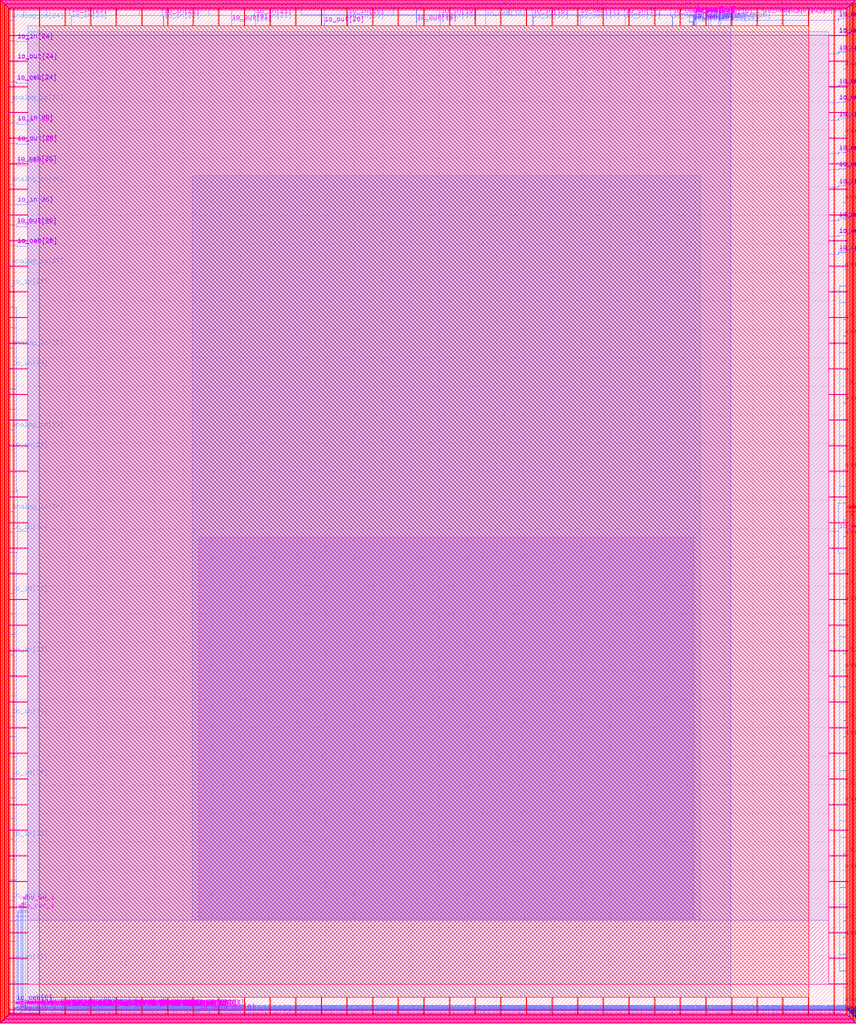
<source format=lef>
VERSION 5.7 ;
  NOWIREEXTENSIONATPIN ON ;
  DIVIDERCHAR "/" ;
  BUSBITCHARS "[]" ;
MACRO user_project_wrapper
  CLASS BLOCK ;
  FOREIGN user_project_wrapper ;
  ORIGIN 0.000 0.000 ;
  SIZE 2920.000 BY 3520.000 ;
  PIN analog_io[0]
    DIRECTION INOUT ;
    PORT
      LAYER met3 ;
        RECT 2917.600 28.980 2924.800 30.180 ;
    END
  END analog_io[0]
  PIN analog_io[10]
    DIRECTION INOUT ;
    PORT
      LAYER met3 ;
        RECT 2917.600 2374.980 2924.800 2376.180 ;
    END
  END analog_io[10]
  PIN analog_io[11]
    DIRECTION INOUT ;
    PORT
      LAYER met3 ;
        RECT 2917.600 2609.580 2924.800 2610.780 ;
    END
  END analog_io[11]
  PIN analog_io[12]
    DIRECTION INOUT ;
    PORT
      LAYER met3 ;
        RECT 2917.600 2844.180 2924.800 2845.380 ;
    END
  END analog_io[12]
  PIN analog_io[13]
    DIRECTION INOUT ;
    PORT
      LAYER met3 ;
        RECT 2917.600 3078.780 2924.800 3079.980 ;
    END
  END analog_io[13]
  PIN analog_io[14]
    DIRECTION INOUT ;
    PORT
      LAYER met3 ;
        RECT 2917.600 3313.380 2924.800 3314.580 ;
    END
  END analog_io[14]
  PIN analog_io[15]
    DIRECTION INOUT ;
    PORT
      LAYER met2 ;
        RECT 2879.090 3517.600 2879.650 3524.800 ;
    END
  END analog_io[15]
  PIN analog_io[16]
    DIRECTION INOUT ;
    PORT
      LAYER met2 ;
        RECT 2554.790 3517.600 2555.350 3524.800 ;
    END
  END analog_io[16]
  PIN analog_io[17]
    DIRECTION INOUT ;
    PORT
      LAYER met2 ;
        RECT 2230.490 3517.600 2231.050 3524.800 ;
    END
  END analog_io[17]
  PIN analog_io[18]
    DIRECTION INOUT ;
    PORT
      LAYER met2 ;
        RECT 1905.730 3517.600 1906.290 3524.800 ;
    END
  END analog_io[18]
  PIN analog_io[19]
    DIRECTION INOUT ;
    PORT
      LAYER met2 ;
        RECT 1581.430 3517.600 1581.990 3524.800 ;
    END
  END analog_io[19]
  PIN analog_io[1]
    DIRECTION INOUT ;
    PORT
      LAYER met3 ;
        RECT 2917.600 263.580 2924.800 264.780 ;
    END
  END analog_io[1]
  PIN analog_io[20]
    DIRECTION INOUT ;
    PORT
      LAYER met2 ;
        RECT 1257.130 3517.600 1257.690 3524.800 ;
    END
  END analog_io[20]
  PIN analog_io[21]
    DIRECTION INOUT ;
    PORT
      LAYER met2 ;
        RECT 932.370 3517.600 932.930 3524.800 ;
    END
  END analog_io[21]
  PIN analog_io[22]
    DIRECTION INOUT ;
    PORT
      LAYER met2 ;
        RECT 608.070 3517.600 608.630 3524.800 ;
    END
  END analog_io[22]
  PIN analog_io[23]
    DIRECTION INOUT ;
    PORT
      LAYER met2 ;
        RECT 283.770 3517.600 284.330 3524.800 ;
    END
  END analog_io[23]
  PIN analog_io[24]
    DIRECTION INOUT ;
    PORT
      LAYER met3 ;
        RECT -4.800 3482.700 2.400 3483.900 ;
    END
  END analog_io[24]
  PIN analog_io[25]
    DIRECTION INOUT ;
    PORT
      LAYER met3 ;
        RECT -4.800 3195.060 2.400 3196.260 ;
    END
  END analog_io[25]
  PIN analog_io[26]
    DIRECTION INOUT ;
    PORT
      LAYER met3 ;
        RECT -4.800 2908.100 2.400 2909.300 ;
    END
  END analog_io[26]
  PIN analog_io[27]
    DIRECTION INOUT ;
    PORT
      LAYER met3 ;
        RECT -4.800 2620.460 2.400 2621.660 ;
    END
  END analog_io[27]
  PIN analog_io[28]
    DIRECTION INOUT ;
    PORT
      LAYER met3 ;
        RECT -4.800 2333.500 2.400 2334.700 ;
    END
  END analog_io[28]
  PIN analog_io[29]
    DIRECTION INOUT ;
    PORT
      LAYER met3 ;
        RECT -4.800 2045.860 2.400 2047.060 ;
    END
  END analog_io[29]
  PIN analog_io[2]
    DIRECTION INOUT ;
    PORT
      LAYER met3 ;
        RECT 2917.600 498.180 2924.800 499.380 ;
    END
  END analog_io[2]
  PIN analog_io[30]
    DIRECTION INOUT ;
    PORT
      LAYER met3 ;
        RECT -4.800 1758.900 2.400 1760.100 ;
    END
  END analog_io[30]
  PIN analog_io[3]
    DIRECTION INOUT ;
    PORT
      LAYER met3 ;
        RECT 2917.600 732.780 2924.800 733.980 ;
    END
  END analog_io[3]
  PIN analog_io[4]
    DIRECTION INOUT ;
    PORT
      LAYER met3 ;
        RECT 2917.600 967.380 2924.800 968.580 ;
    END
  END analog_io[4]
  PIN analog_io[5]
    DIRECTION INOUT ;
    PORT
      LAYER met3 ;
        RECT 2917.600 1201.980 2924.800 1203.180 ;
    END
  END analog_io[5]
  PIN analog_io[6]
    DIRECTION INOUT ;
    PORT
      LAYER met3 ;
        RECT 2917.600 1436.580 2924.800 1437.780 ;
    END
  END analog_io[6]
  PIN analog_io[7]
    DIRECTION INOUT ;
    PORT
      LAYER met3 ;
        RECT 2917.600 1671.180 2924.800 1672.380 ;
    END
  END analog_io[7]
  PIN analog_io[8]
    DIRECTION INOUT ;
    PORT
      LAYER met3 ;
        RECT 2917.600 1905.780 2924.800 1906.980 ;
    END
  END analog_io[8]
  PIN analog_io[9]
    DIRECTION INOUT ;
    PORT
      LAYER met3 ;
        RECT 2917.600 2140.380 2924.800 2141.580 ;
    END
  END analog_io[9]
  PIN io_in[0]
    DIRECTION INPUT ;
    PORT
      LAYER met3 ;
        RECT 2917.600 87.460 2924.800 88.660 ;
    END
  END io_in[0]
  PIN io_in[10]
    DIRECTION INPUT ;
    PORT
      LAYER met3 ;
        RECT 2917.600 2433.460 2924.800 2434.660 ;
    END
  END io_in[10]
  PIN io_in[11]
    DIRECTION INPUT ;
    PORT
      LAYER met1 ;
        RECT 2900.830 2663.800 2901.150 2663.860 ;
        RECT 2866.000 2663.660 2901.150 2663.800 ;
        RECT 2900.830 2663.600 2901.150 2663.660 ;
      LAYER via ;
        RECT 2900.860 2663.600 2901.120 2663.860 ;
      LAYER met2 ;
        RECT 2900.850 2669.155 2901.130 2669.525 ;
        RECT 2900.920 2663.890 2901.060 2669.155 ;
        RECT 2900.860 2663.570 2901.120 2663.890 ;
      LAYER via2 ;
        RECT 2900.850 2669.200 2901.130 2669.480 ;
      LAYER met3 ;
        RECT 2900.825 2669.490 2901.155 2669.505 ;
        RECT 2917.600 2669.490 2924.800 2669.940 ;
        RECT 2900.825 2669.190 2924.800 2669.490 ;
        RECT 2900.825 2669.175 2901.155 2669.190 ;
        RECT 2917.600 2668.740 2924.800 2669.190 ;
    END
  END io_in[11]
  PIN io_in[12]
    DIRECTION INPUT ;
    PORT
      LAYER met1 ;
        RECT 2900.830 2898.400 2901.150 2898.460 ;
        RECT 2866.000 2898.260 2901.150 2898.400 ;
        RECT 2900.830 2898.200 2901.150 2898.260 ;
      LAYER via ;
        RECT 2900.860 2898.200 2901.120 2898.460 ;
      LAYER met2 ;
        RECT 2900.850 2903.755 2901.130 2904.125 ;
        RECT 2900.920 2898.490 2901.060 2903.755 ;
        RECT 2900.860 2898.170 2901.120 2898.490 ;
      LAYER via2 ;
        RECT 2900.850 2903.800 2901.130 2904.080 ;
      LAYER met3 ;
        RECT 2900.825 2904.090 2901.155 2904.105 ;
        RECT 2917.600 2904.090 2924.800 2904.540 ;
        RECT 2900.825 2903.790 2924.800 2904.090 ;
        RECT 2900.825 2903.775 2901.155 2903.790 ;
        RECT 2917.600 2903.340 2924.800 2903.790 ;
    END
  END io_in[12]
  PIN io_in[13]
    DIRECTION INPUT ;
    PORT
      LAYER met1 ;
        RECT 2900.830 3133.000 2901.150 3133.060 ;
        RECT 2866.000 3132.860 2901.150 3133.000 ;
        RECT 2900.830 3132.800 2901.150 3132.860 ;
      LAYER via ;
        RECT 2900.860 3132.800 2901.120 3133.060 ;
      LAYER met2 ;
        RECT 2900.850 3138.355 2901.130 3138.725 ;
        RECT 2900.920 3133.090 2901.060 3138.355 ;
        RECT 2900.860 3132.770 2901.120 3133.090 ;
      LAYER via2 ;
        RECT 2900.850 3138.400 2901.130 3138.680 ;
      LAYER met3 ;
        RECT 2900.825 3138.690 2901.155 3138.705 ;
        RECT 2917.600 3138.690 2924.800 3139.140 ;
        RECT 2900.825 3138.390 2924.800 3138.690 ;
        RECT 2900.825 3138.375 2901.155 3138.390 ;
        RECT 2917.600 3137.940 2924.800 3138.390 ;
    END
  END io_in[13]
  PIN io_in[14]
    DIRECTION INPUT ;
    PORT
      LAYER met1 ;
        RECT 2900.830 3367.600 2901.150 3367.660 ;
        RECT 2866.000 3367.460 2901.150 3367.600 ;
        RECT 2900.830 3367.400 2901.150 3367.460 ;
      LAYER via ;
        RECT 2900.860 3367.400 2901.120 3367.660 ;
      LAYER met2 ;
        RECT 2900.850 3372.955 2901.130 3373.325 ;
        RECT 2900.920 3367.690 2901.060 3372.955 ;
        RECT 2900.860 3367.370 2901.120 3367.690 ;
      LAYER via2 ;
        RECT 2900.850 3373.000 2901.130 3373.280 ;
      LAYER met3 ;
        RECT 2900.825 3373.290 2901.155 3373.305 ;
        RECT 2917.600 3373.290 2924.800 3373.740 ;
        RECT 2900.825 3372.990 2924.800 3373.290 ;
        RECT 2900.825 3372.975 2901.155 3372.990 ;
        RECT 2917.600 3372.540 2924.800 3372.990 ;
    END
  END io_in[14]
  PIN io_in[15]
    DIRECTION INPUT ;
    PORT
      LAYER met1 ;
        RECT 2445.890 3501.560 2446.210 3501.620 ;
        RECT 2798.250 3501.560 2798.570 3501.620 ;
        RECT 2445.890 3501.420 2798.570 3501.560 ;
        RECT 2445.890 3501.360 2446.210 3501.420 ;
        RECT 2798.250 3501.360 2798.570 3501.420 ;
      LAYER via ;
        RECT 2445.920 3501.360 2446.180 3501.620 ;
        RECT 2798.280 3501.360 2798.540 3501.620 ;
      LAYER met2 ;
        RECT 2798.130 3517.600 2798.690 3524.800 ;
        RECT 2798.340 3501.650 2798.480 3517.600 ;
        RECT 2445.920 3501.330 2446.180 3501.650 ;
        RECT 2798.280 3501.330 2798.540 3501.650 ;
        RECT 2445.980 3466.000 2446.120 3501.330 ;
    END
  END io_in[15]
  PIN io_in[16]
    DIRECTION INPUT ;
    PORT
      LAYER met1 ;
        RECT 2452.790 3498.500 2453.110 3498.560 ;
        RECT 2473.950 3498.500 2474.270 3498.560 ;
        RECT 2452.790 3498.360 2474.270 3498.500 ;
        RECT 2452.790 3498.300 2453.110 3498.360 ;
        RECT 2473.950 3498.300 2474.270 3498.360 ;
      LAYER via ;
        RECT 2452.820 3498.300 2453.080 3498.560 ;
        RECT 2473.980 3498.300 2474.240 3498.560 ;
      LAYER met2 ;
        RECT 2473.830 3517.600 2474.390 3524.800 ;
        RECT 2474.040 3498.590 2474.180 3517.600 ;
        RECT 2452.820 3498.270 2453.080 3498.590 ;
        RECT 2473.980 3498.270 2474.240 3498.590 ;
        RECT 2452.880 3466.000 2453.020 3498.270 ;
    END
  END io_in[16]
  PIN io_in[17]
    DIRECTION INPUT ;
    PORT
      LAYER met1 ;
        RECT 2149.190 3498.500 2149.510 3498.560 ;
        RECT 2152.410 3498.500 2152.730 3498.560 ;
        RECT 2149.190 3498.360 2152.730 3498.500 ;
        RECT 2149.190 3498.300 2149.510 3498.360 ;
        RECT 2152.410 3498.300 2152.730 3498.360 ;
      LAYER via ;
        RECT 2149.220 3498.300 2149.480 3498.560 ;
        RECT 2152.440 3498.300 2152.700 3498.560 ;
      LAYER met2 ;
        RECT 2149.070 3517.600 2149.630 3524.800 ;
        RECT 2149.280 3498.590 2149.420 3517.600 ;
        RECT 2149.220 3498.270 2149.480 3498.590 ;
        RECT 2152.440 3498.270 2152.700 3498.590 ;
        RECT 2152.500 3466.000 2152.640 3498.270 ;
    END
  END io_in[17]
  PIN io_in[18]
    DIRECTION INPUT ;
    PORT
      LAYER met1 ;
        RECT 1824.890 3498.500 1825.210 3498.560 ;
        RECT 1828.110 3498.500 1828.430 3498.560 ;
        RECT 1824.890 3498.360 1828.430 3498.500 ;
        RECT 1824.890 3498.300 1825.210 3498.360 ;
        RECT 1828.110 3498.300 1828.430 3498.360 ;
      LAYER via ;
        RECT 1824.920 3498.300 1825.180 3498.560 ;
        RECT 1828.140 3498.300 1828.400 3498.560 ;
      LAYER met2 ;
        RECT 1824.770 3517.600 1825.330 3524.800 ;
        RECT 1824.980 3498.590 1825.120 3517.600 ;
        RECT 1824.920 3498.270 1825.180 3498.590 ;
        RECT 1828.140 3498.270 1828.400 3498.590 ;
        RECT 1828.200 3466.000 1828.340 3498.270 ;
    END
  END io_in[18]
  PIN io_in[19]
    DIRECTION INPUT ;
    PORT
      LAYER met1 ;
        RECT 1500.590 3498.500 1500.910 3498.560 ;
        RECT 1503.810 3498.500 1504.130 3498.560 ;
        RECT 1500.590 3498.360 1504.130 3498.500 ;
        RECT 1500.590 3498.300 1500.910 3498.360 ;
        RECT 1503.810 3498.300 1504.130 3498.360 ;
      LAYER via ;
        RECT 1500.620 3498.300 1500.880 3498.560 ;
        RECT 1503.840 3498.300 1504.100 3498.560 ;
      LAYER met2 ;
        RECT 1500.470 3517.600 1501.030 3524.800 ;
        RECT 1500.680 3498.590 1500.820 3517.600 ;
        RECT 1500.620 3498.270 1500.880 3498.590 ;
        RECT 1503.840 3498.270 1504.100 3498.590 ;
        RECT 1503.900 3466.000 1504.040 3498.270 ;
    END
  END io_in[19]
  PIN io_in[1]
    DIRECTION INPUT ;
    PORT
      LAYER met3 ;
        RECT 2917.600 322.060 2924.800 323.260 ;
    END
  END io_in[1]
  PIN io_in[20]
    DIRECTION INPUT ;
    PORT
      LAYER met1 ;
        RECT 1175.830 3498.500 1176.150 3498.560 ;
        RECT 1179.510 3498.500 1179.830 3498.560 ;
        RECT 1175.830 3498.360 1179.830 3498.500 ;
        RECT 1175.830 3498.300 1176.150 3498.360 ;
        RECT 1179.510 3498.300 1179.830 3498.360 ;
      LAYER via ;
        RECT 1175.860 3498.300 1176.120 3498.560 ;
        RECT 1179.540 3498.300 1179.800 3498.560 ;
      LAYER met2 ;
        RECT 1175.710 3517.600 1176.270 3524.800 ;
        RECT 1175.920 3498.590 1176.060 3517.600 ;
        RECT 1175.860 3498.270 1176.120 3498.590 ;
        RECT 1179.540 3498.270 1179.800 3498.590 ;
        RECT 1179.600 3466.000 1179.740 3498.270 ;
    END
  END io_in[20]
  PIN io_in[21]
    DIRECTION INPUT ;
    PORT
      LAYER met1 ;
        RECT 851.530 3498.500 851.850 3498.560 ;
        RECT 855.210 3498.500 855.530 3498.560 ;
        RECT 851.530 3498.360 855.530 3498.500 ;
        RECT 851.530 3498.300 851.850 3498.360 ;
        RECT 855.210 3498.300 855.530 3498.360 ;
      LAYER via ;
        RECT 851.560 3498.300 851.820 3498.560 ;
        RECT 855.240 3498.300 855.500 3498.560 ;
      LAYER met2 ;
        RECT 851.410 3517.600 851.970 3524.800 ;
        RECT 851.620 3498.590 851.760 3517.600 ;
        RECT 851.560 3498.270 851.820 3498.590 ;
        RECT 855.240 3498.270 855.500 3498.590 ;
        RECT 855.300 3466.000 855.440 3498.270 ;
    END
  END io_in[21]
  PIN io_in[22]
    DIRECTION INPUT ;
    PORT
      LAYER met1 ;
        RECT 527.230 3498.500 527.550 3498.560 ;
        RECT 530.910 3498.500 531.230 3498.560 ;
        RECT 527.230 3498.360 531.230 3498.500 ;
        RECT 527.230 3498.300 527.550 3498.360 ;
        RECT 530.910 3498.300 531.230 3498.360 ;
      LAYER via ;
        RECT 527.260 3498.300 527.520 3498.560 ;
        RECT 530.940 3498.300 531.200 3498.560 ;
      LAYER met2 ;
        RECT 527.110 3517.600 527.670 3524.800 ;
        RECT 527.320 3498.590 527.460 3517.600 ;
        RECT 527.260 3498.270 527.520 3498.590 ;
        RECT 530.940 3498.270 531.200 3498.590 ;
        RECT 531.000 3466.000 531.140 3498.270 ;
    END
  END io_in[22]
  PIN io_in[23]
    DIRECTION INPUT ;
    PORT
      LAYER met1 ;
        RECT 202.470 3502.580 202.790 3502.640 ;
        RECT 206.610 3502.580 206.930 3502.640 ;
        RECT 202.470 3502.440 206.930 3502.580 ;
        RECT 202.470 3502.380 202.790 3502.440 ;
        RECT 206.610 3502.380 206.930 3502.440 ;
      LAYER via ;
        RECT 202.500 3502.380 202.760 3502.640 ;
        RECT 206.640 3502.380 206.900 3502.640 ;
      LAYER met2 ;
        RECT 202.350 3517.600 202.910 3524.800 ;
        RECT 202.560 3502.670 202.700 3517.600 ;
        RECT 202.500 3502.350 202.760 3502.670 ;
        RECT 206.640 3502.350 206.900 3502.670 ;
        RECT 206.700 3466.000 206.840 3502.350 ;
    END
  END io_in[23]
  PIN io_in[24]
    DIRECTION INPUT ;
    PORT
      LAYER met1 ;
        RECT 17.550 3408.740 17.870 3408.800 ;
        RECT 17.550 3408.600 54.000 3408.740 ;
        RECT 17.550 3408.540 17.870 3408.600 ;
      LAYER via ;
        RECT 17.580 3408.540 17.840 3408.800 ;
      LAYER met2 ;
        RECT 17.570 3411.035 17.850 3411.405 ;
        RECT 17.640 3408.830 17.780 3411.035 ;
        RECT 17.580 3408.510 17.840 3408.830 ;
      LAYER via2 ;
        RECT 17.570 3411.080 17.850 3411.360 ;
      LAYER met3 ;
        RECT -4.800 3411.370 2.400 3411.820 ;
        RECT 17.545 3411.370 17.875 3411.385 ;
        RECT -4.800 3411.070 17.875 3411.370 ;
        RECT -4.800 3410.620 2.400 3411.070 ;
        RECT 17.545 3411.055 17.875 3411.070 ;
    END
  END io_in[24]
  PIN io_in[25]
    DIRECTION INPUT ;
    PORT
      LAYER met1 ;
        RECT 17.090 3119.060 17.410 3119.120 ;
        RECT 17.090 3118.920 54.000 3119.060 ;
        RECT 17.090 3118.860 17.410 3118.920 ;
      LAYER via ;
        RECT 17.120 3118.860 17.380 3119.120 ;
      LAYER met2 ;
        RECT 17.110 3124.075 17.390 3124.445 ;
        RECT 17.180 3119.150 17.320 3124.075 ;
        RECT 17.120 3118.830 17.380 3119.150 ;
      LAYER via2 ;
        RECT 17.110 3124.120 17.390 3124.400 ;
      LAYER met3 ;
        RECT -4.800 3124.410 2.400 3124.860 ;
        RECT 17.085 3124.410 17.415 3124.425 ;
        RECT -4.800 3124.110 17.415 3124.410 ;
        RECT -4.800 3123.660 2.400 3124.110 ;
        RECT 17.085 3124.095 17.415 3124.110 ;
    END
  END io_in[25]
  PIN io_in[26]
    DIRECTION INPUT ;
    PORT
      LAYER met1 ;
        RECT 17.090 2836.180 17.410 2836.240 ;
        RECT 17.090 2836.040 54.000 2836.180 ;
        RECT 17.090 2835.980 17.410 2836.040 ;
      LAYER via ;
        RECT 17.120 2835.980 17.380 2836.240 ;
      LAYER met2 ;
        RECT 17.110 2836.435 17.390 2836.805 ;
        RECT 17.180 2836.270 17.320 2836.435 ;
        RECT 17.120 2835.950 17.380 2836.270 ;
      LAYER via2 ;
        RECT 17.110 2836.480 17.390 2836.760 ;
      LAYER met3 ;
        RECT -4.800 2836.770 2.400 2837.220 ;
        RECT 17.085 2836.770 17.415 2836.785 ;
        RECT -4.800 2836.470 17.415 2836.770 ;
        RECT -4.800 2836.020 2.400 2836.470 ;
        RECT 17.085 2836.455 17.415 2836.470 ;
    END
  END io_in[26]
  PIN io_in[27]
    DIRECTION INPUT ;
    PORT
      LAYER met3 ;
        RECT -4.800 2549.060 2.400 2550.260 ;
    END
  END io_in[27]
  PIN io_in[28]
    DIRECTION INPUT ;
    PORT
      LAYER met3 ;
        RECT -4.800 2261.420 2.400 2262.620 ;
    END
  END io_in[28]
  PIN io_in[29]
    DIRECTION INPUT ;
    PORT
      LAYER met3 ;
        RECT -4.800 1974.460 2.400 1975.660 ;
    END
  END io_in[29]
  PIN io_in[2]
    DIRECTION INPUT ;
    PORT
      LAYER met3 ;
        RECT 2917.600 556.660 2924.800 557.860 ;
    END
  END io_in[2]
  PIN io_in[30]
    DIRECTION INPUT ;
    PORT
      LAYER met3 ;
        RECT -4.800 1686.820 2.400 1688.020 ;
    END
  END io_in[30]
  PIN io_in[31]
    DIRECTION INPUT ;
    PORT
      LAYER met3 ;
        RECT -4.800 1471.260 2.400 1472.460 ;
    END
  END io_in[31]
  PIN io_in[32]
    DIRECTION INPUT ;
    PORT
      LAYER met3 ;
        RECT -4.800 1255.700 2.400 1256.900 ;
    END
  END io_in[32]
  PIN io_in[33]
    DIRECTION INPUT ;
    PORT
      LAYER met3 ;
        RECT -4.800 1040.140 2.400 1041.340 ;
    END
  END io_in[33]
  PIN io_in[34]
    DIRECTION INPUT ;
    PORT
      LAYER met3 ;
        RECT -4.800 824.580 2.400 825.780 ;
    END
  END io_in[34]
  PIN io_in[35]
    DIRECTION INPUT ;
    PORT
      LAYER met3 ;
        RECT -4.800 609.700 2.400 610.900 ;
    END
  END io_in[35]
  PIN io_in[36]
    DIRECTION INPUT ;
    PORT
      LAYER met3 ;
        RECT -4.800 394.140 2.400 395.340 ;
    END
  END io_in[36]
  PIN io_in[37]
    DIRECTION INPUT ;
    PORT
      LAYER met3 ;
        RECT -4.800 178.580 2.400 179.780 ;
    END
  END io_in[37]
  PIN io_in[3]
    DIRECTION INPUT ;
    PORT
      LAYER met3 ;
        RECT 2917.600 791.260 2924.800 792.460 ;
    END
  END io_in[3]
  PIN io_in[4]
    DIRECTION INPUT ;
    PORT
      LAYER met3 ;
        RECT 2917.600 1025.860 2924.800 1027.060 ;
    END
  END io_in[4]
  PIN io_in[5]
    DIRECTION INPUT ;
    PORT
      LAYER met3 ;
        RECT 2917.600 1260.460 2924.800 1261.660 ;
    END
  END io_in[5]
  PIN io_in[6]
    DIRECTION INPUT ;
    PORT
      LAYER met3 ;
        RECT 2917.600 1495.060 2924.800 1496.260 ;
    END
  END io_in[6]
  PIN io_in[7]
    DIRECTION INPUT ;
    PORT
      LAYER met3 ;
        RECT 2917.600 1729.660 2924.800 1730.860 ;
    END
  END io_in[7]
  PIN io_in[8]
    DIRECTION INPUT ;
    PORT
      LAYER met3 ;
        RECT 2917.600 1964.260 2924.800 1965.460 ;
    END
  END io_in[8]
  PIN io_in[9]
    DIRECTION INPUT ;
    PORT
      LAYER met3 ;
        RECT 2917.600 2198.860 2924.800 2200.060 ;
    END
  END io_in[9]
  PIN io_oeb[11]
    DIRECTION OUTPUT TRISTATE ;
    PORT
      LAYER met1 ;
        RECT 2900.830 2781.100 2901.150 2781.160 ;
        RECT 2866.000 2780.960 2901.150 2781.100 ;
        RECT 2900.830 2780.900 2901.150 2780.960 ;
      LAYER via ;
        RECT 2900.860 2780.900 2901.120 2781.160 ;
      LAYER met2 ;
        RECT 2900.850 2786.115 2901.130 2786.485 ;
        RECT 2900.920 2781.190 2901.060 2786.115 ;
        RECT 2900.860 2780.870 2901.120 2781.190 ;
      LAYER via2 ;
        RECT 2900.850 2786.160 2901.130 2786.440 ;
      LAYER met3 ;
        RECT 2900.825 2786.450 2901.155 2786.465 ;
        RECT 2917.600 2786.450 2924.800 2786.900 ;
        RECT 2900.825 2786.150 2924.800 2786.450 ;
        RECT 2900.825 2786.135 2901.155 2786.150 ;
        RECT 2917.600 2785.700 2924.800 2786.150 ;
    END
  END io_oeb[11]
  PIN io_oeb[12]
    DIRECTION OUTPUT TRISTATE ;
    PORT
      LAYER met1 ;
        RECT 2900.830 3015.700 2901.150 3015.760 ;
        RECT 2866.000 3015.560 2901.150 3015.700 ;
        RECT 2900.830 3015.500 2901.150 3015.560 ;
      LAYER via ;
        RECT 2900.860 3015.500 2901.120 3015.760 ;
      LAYER met2 ;
        RECT 2900.850 3020.715 2901.130 3021.085 ;
        RECT 2900.920 3015.790 2901.060 3020.715 ;
        RECT 2900.860 3015.470 2901.120 3015.790 ;
      LAYER via2 ;
        RECT 2900.850 3020.760 2901.130 3021.040 ;
      LAYER met3 ;
        RECT 2900.825 3021.050 2901.155 3021.065 ;
        RECT 2917.600 3021.050 2924.800 3021.500 ;
        RECT 2900.825 3020.750 2924.800 3021.050 ;
        RECT 2900.825 3020.735 2901.155 3020.750 ;
        RECT 2917.600 3020.300 2924.800 3020.750 ;
    END
  END io_oeb[12]
  PIN io_oeb[13]
    DIRECTION OUTPUT TRISTATE ;
    PORT
      LAYER met1 ;
        RECT 2900.830 3250.300 2901.150 3250.360 ;
        RECT 2866.000 3250.160 2901.150 3250.300 ;
        RECT 2900.830 3250.100 2901.150 3250.160 ;
      LAYER via ;
        RECT 2900.860 3250.100 2901.120 3250.360 ;
      LAYER met2 ;
        RECT 2900.850 3255.315 2901.130 3255.685 ;
        RECT 2900.920 3250.390 2901.060 3255.315 ;
        RECT 2900.860 3250.070 2901.120 3250.390 ;
      LAYER via2 ;
        RECT 2900.850 3255.360 2901.130 3255.640 ;
      LAYER met3 ;
        RECT 2900.825 3255.650 2901.155 3255.665 ;
        RECT 2917.600 3255.650 2924.800 3256.100 ;
        RECT 2900.825 3255.350 2924.800 3255.650 ;
        RECT 2900.825 3255.335 2901.155 3255.350 ;
        RECT 2917.600 3254.900 2924.800 3255.350 ;
    END
  END io_oeb[13]
  PIN io_oeb[14]
    DIRECTION OUTPUT TRISTATE ;
    PORT
      LAYER met1 ;
        RECT 2480.390 3484.900 2480.710 3484.960 ;
        RECT 2900.830 3484.900 2901.150 3484.960 ;
        RECT 2480.390 3484.760 2901.150 3484.900 ;
        RECT 2480.390 3484.700 2480.710 3484.760 ;
        RECT 2900.830 3484.700 2901.150 3484.760 ;
      LAYER via ;
        RECT 2480.420 3484.700 2480.680 3484.960 ;
        RECT 2900.860 3484.700 2901.120 3484.960 ;
      LAYER met2 ;
        RECT 2900.850 3489.915 2901.130 3490.285 ;
        RECT 2900.920 3484.990 2901.060 3489.915 ;
        RECT 2480.420 3484.670 2480.680 3484.990 ;
        RECT 2900.860 3484.670 2901.120 3484.990 ;
        RECT 2480.480 3466.000 2480.620 3484.670 ;
      LAYER via2 ;
        RECT 2900.850 3489.960 2901.130 3490.240 ;
      LAYER met3 ;
        RECT 2900.825 3490.250 2901.155 3490.265 ;
        RECT 2917.600 3490.250 2924.800 3490.700 ;
        RECT 2900.825 3489.950 2924.800 3490.250 ;
        RECT 2900.825 3489.935 2901.155 3489.950 ;
        RECT 2917.600 3489.500 2924.800 3489.950 ;
    END
  END io_oeb[14]
  PIN io_oeb[15]
    DIRECTION OUTPUT TRISTATE ;
    PORT
      LAYER met1 ;
        RECT 2487.290 3502.240 2487.610 3502.300 ;
        RECT 2635.870 3502.240 2636.190 3502.300 ;
        RECT 2487.290 3502.100 2636.190 3502.240 ;
        RECT 2487.290 3502.040 2487.610 3502.100 ;
        RECT 2635.870 3502.040 2636.190 3502.100 ;
      LAYER via ;
        RECT 2487.320 3502.040 2487.580 3502.300 ;
        RECT 2635.900 3502.040 2636.160 3502.300 ;
      LAYER met2 ;
        RECT 2635.750 3517.600 2636.310 3524.800 ;
        RECT 2635.960 3502.330 2636.100 3517.600 ;
        RECT 2487.320 3502.010 2487.580 3502.330 ;
        RECT 2635.900 3502.010 2636.160 3502.330 ;
        RECT 2487.380 3466.000 2487.520 3502.010 ;
    END
  END io_oeb[15]
  PIN io_oeb[16]
    DIRECTION OUTPUT TRISTATE ;
    PORT
      LAYER met1 ;
        RECT 2311.570 3498.500 2311.890 3498.560 ;
        RECT 2318.010 3498.500 2318.330 3498.560 ;
        RECT 2311.570 3498.360 2318.330 3498.500 ;
        RECT 2311.570 3498.300 2311.890 3498.360 ;
        RECT 2318.010 3498.300 2318.330 3498.360 ;
      LAYER via ;
        RECT 2311.600 3498.300 2311.860 3498.560 ;
        RECT 2318.040 3498.300 2318.300 3498.560 ;
      LAYER met2 ;
        RECT 2311.450 3517.600 2312.010 3524.800 ;
        RECT 2311.660 3498.590 2311.800 3517.600 ;
        RECT 2311.600 3498.270 2311.860 3498.590 ;
        RECT 2318.040 3498.270 2318.300 3498.590 ;
        RECT 2318.100 3466.000 2318.240 3498.270 ;
    END
  END io_oeb[16]
  PIN io_oeb[17]
    DIRECTION OUTPUT TRISTATE ;
    PORT
      LAYER met1 ;
        RECT 1987.270 3499.860 1987.590 3499.920 ;
        RECT 1993.710 3499.860 1994.030 3499.920 ;
        RECT 1987.270 3499.720 1994.030 3499.860 ;
        RECT 1987.270 3499.660 1987.590 3499.720 ;
        RECT 1993.710 3499.660 1994.030 3499.720 ;
      LAYER via ;
        RECT 1987.300 3499.660 1987.560 3499.920 ;
        RECT 1993.740 3499.660 1994.000 3499.920 ;
      LAYER met2 ;
        RECT 1987.150 3517.600 1987.710 3524.800 ;
        RECT 1987.360 3499.950 1987.500 3517.600 ;
        RECT 1987.300 3499.630 1987.560 3499.950 ;
        RECT 1993.740 3499.630 1994.000 3499.950 ;
        RECT 1993.800 3466.000 1993.940 3499.630 ;
    END
  END io_oeb[17]
  PIN io_oeb[18]
    DIRECTION OUTPUT TRISTATE ;
    PORT
      LAYER met2 ;
        RECT 1662.390 3517.600 1662.950 3524.800 ;
        RECT 1662.600 3466.000 1662.740 3517.600 ;
    END
  END io_oeb[18]
  PIN io_oeb[19]
    DIRECTION OUTPUT TRISTATE ;
    PORT
      LAYER met1 ;
        RECT 1338.210 3503.600 1338.530 3503.660 ;
        RECT 2401.270 3503.600 2401.590 3503.660 ;
        RECT 1338.210 3503.460 2401.590 3503.600 ;
        RECT 1338.210 3503.400 1338.530 3503.460 ;
        RECT 2401.270 3503.400 2401.590 3503.460 ;
      LAYER via ;
        RECT 1338.240 3503.400 1338.500 3503.660 ;
        RECT 2401.300 3503.400 2401.560 3503.660 ;
      LAYER met2 ;
        RECT 1338.090 3517.600 1338.650 3524.800 ;
        RECT 1338.300 3503.690 1338.440 3517.600 ;
        RECT 1338.240 3503.370 1338.500 3503.690 ;
        RECT 2401.300 3503.370 2401.560 3503.690 ;
        RECT 2401.360 3466.000 2401.500 3503.370 ;
    END
  END io_oeb[19]
  PIN io_oeb[20]
    DIRECTION OUTPUT TRISTATE ;
    PORT
      LAYER met1 ;
        RECT 1013.910 3503.260 1014.230 3503.320 ;
        RECT 2377.350 3503.260 2377.670 3503.320 ;
        RECT 1013.910 3503.120 2377.670 3503.260 ;
        RECT 1013.910 3503.060 1014.230 3503.120 ;
        RECT 2377.350 3503.060 2377.670 3503.120 ;
        RECT 2389.770 3477.420 2390.090 3477.480 ;
        RECT 2391.150 3477.420 2391.470 3477.480 ;
        RECT 2389.770 3477.280 2391.470 3477.420 ;
        RECT 2389.770 3477.220 2390.090 3477.280 ;
        RECT 2391.150 3477.220 2391.470 3477.280 ;
      LAYER via ;
        RECT 1013.940 3503.060 1014.200 3503.320 ;
        RECT 2377.380 3503.060 2377.640 3503.320 ;
        RECT 2389.800 3477.220 2390.060 3477.480 ;
        RECT 2391.180 3477.220 2391.440 3477.480 ;
      LAYER met2 ;
        RECT 1013.790 3517.600 1014.350 3524.800 ;
        RECT 1014.000 3503.350 1014.140 3517.600 ;
        RECT 1013.940 3503.030 1014.200 3503.350 ;
        RECT 2377.380 3503.030 2377.640 3503.350 ;
        RECT 2377.440 3478.725 2377.580 3503.030 ;
        RECT 2377.370 3478.355 2377.650 3478.725 ;
        RECT 2391.170 3477.675 2391.450 3478.045 ;
        RECT 2391.240 3477.510 2391.380 3477.675 ;
        RECT 2389.800 3477.190 2390.060 3477.510 ;
        RECT 2391.180 3477.190 2391.440 3477.510 ;
        RECT 2389.860 3466.000 2390.000 3477.190 ;
      LAYER via2 ;
        RECT 2377.370 3478.400 2377.650 3478.680 ;
        RECT 2391.170 3477.720 2391.450 3478.000 ;
      LAYER met3 ;
        RECT 2377.345 3478.690 2377.675 3478.705 ;
        RECT 2377.345 3478.390 2391.690 3478.690 ;
        RECT 2377.345 3478.375 2377.675 3478.390 ;
        RECT 2391.390 3478.025 2391.690 3478.390 ;
        RECT 2391.145 3477.710 2391.690 3478.025 ;
        RECT 2391.145 3477.695 2391.475 3477.710 ;
    END
  END io_oeb[20]
  PIN io_oeb[21]
    DIRECTION OUTPUT TRISTATE ;
    PORT
      LAYER met1 ;
        RECT 689.150 3502.920 689.470 3502.980 ;
        RECT 2391.610 3502.920 2391.930 3502.980 ;
        RECT 689.150 3502.780 2391.930 3502.920 ;
        RECT 689.150 3502.720 689.470 3502.780 ;
        RECT 2391.610 3502.720 2391.930 3502.780 ;
      LAYER via ;
        RECT 689.180 3502.720 689.440 3502.980 ;
        RECT 2391.640 3502.720 2391.900 3502.980 ;
      LAYER met2 ;
        RECT 689.030 3517.600 689.590 3524.800 ;
        RECT 689.240 3503.010 689.380 3517.600 ;
        RECT 689.180 3502.690 689.440 3503.010 ;
        RECT 2391.640 3502.690 2391.900 3503.010 ;
        RECT 2391.700 3466.000 2391.840 3502.690 ;
    END
  END io_oeb[21]
  PIN io_oeb[22]
    DIRECTION OUTPUT TRISTATE ;
    PORT
      LAYER met1 ;
        RECT 364.850 3502.240 365.170 3502.300 ;
        RECT 2392.070 3502.240 2392.390 3502.300 ;
        RECT 364.850 3502.100 2392.390 3502.240 ;
        RECT 364.850 3502.040 365.170 3502.100 ;
        RECT 2392.070 3502.040 2392.390 3502.100 ;
      LAYER via ;
        RECT 364.880 3502.040 365.140 3502.300 ;
        RECT 2392.100 3502.040 2392.360 3502.300 ;
      LAYER met2 ;
        RECT 364.730 3517.600 365.290 3524.800 ;
        RECT 364.940 3502.330 365.080 3517.600 ;
        RECT 364.880 3502.010 365.140 3502.330 ;
        RECT 2392.100 3502.010 2392.360 3502.330 ;
        RECT 2392.160 3466.000 2392.300 3502.010 ;
    END
  END io_oeb[22]
  PIN io_oeb[23]
    DIRECTION OUTPUT TRISTATE ;
    PORT
      LAYER met1 ;
        RECT 40.550 3501.560 40.870 3501.620 ;
        RECT 2387.470 3501.560 2387.790 3501.620 ;
        RECT 40.550 3501.420 2387.790 3501.560 ;
        RECT 40.550 3501.360 40.870 3501.420 ;
        RECT 2387.470 3501.360 2387.790 3501.420 ;
        RECT 2387.470 3498.500 2387.790 3498.560 ;
        RECT 2392.990 3498.500 2393.310 3498.560 ;
        RECT 2387.470 3498.360 2393.310 3498.500 ;
        RECT 2387.470 3498.300 2387.790 3498.360 ;
        RECT 2392.990 3498.300 2393.310 3498.360 ;
      LAYER via ;
        RECT 40.580 3501.360 40.840 3501.620 ;
        RECT 2387.500 3501.360 2387.760 3501.620 ;
        RECT 2387.500 3498.300 2387.760 3498.560 ;
        RECT 2393.020 3498.300 2393.280 3498.560 ;
      LAYER met2 ;
        RECT 40.430 3517.600 40.990 3524.800 ;
        RECT 40.640 3501.650 40.780 3517.600 ;
        RECT 40.580 3501.330 40.840 3501.650 ;
        RECT 2387.500 3501.330 2387.760 3501.650 ;
        RECT 2387.560 3498.590 2387.700 3501.330 ;
        RECT 2387.500 3498.270 2387.760 3498.590 ;
        RECT 2393.020 3498.270 2393.280 3498.590 ;
        RECT 2393.080 3466.000 2393.220 3498.270 ;
    END
  END io_oeb[23]
  PIN io_oeb[24]
    DIRECTION OUTPUT TRISTATE ;
    PORT
      LAYER met1 ;
        RECT 15.250 3263.900 15.570 3263.960 ;
        RECT 15.250 3263.760 54.000 3263.900 ;
        RECT 15.250 3263.700 15.570 3263.760 ;
      LAYER via ;
        RECT 15.280 3263.700 15.540 3263.960 ;
      LAYER met2 ;
        RECT 15.270 3267.555 15.550 3267.925 ;
        RECT 15.340 3263.990 15.480 3267.555 ;
        RECT 15.280 3263.670 15.540 3263.990 ;
      LAYER via2 ;
        RECT 15.270 3267.600 15.550 3267.880 ;
      LAYER met3 ;
        RECT -4.800 3267.890 2.400 3268.340 ;
        RECT 15.245 3267.890 15.575 3267.905 ;
        RECT -4.800 3267.590 15.575 3267.890 ;
        RECT -4.800 3267.140 2.400 3267.590 ;
        RECT 15.245 3267.575 15.575 3267.590 ;
    END
  END io_oeb[24]
  PIN io_oeb[25]
    DIRECTION OUTPUT TRISTATE ;
    PORT
      LAYER met1 ;
        RECT 16.170 2974.220 16.490 2974.280 ;
        RECT 16.170 2974.080 54.000 2974.220 ;
        RECT 16.170 2974.020 16.490 2974.080 ;
      LAYER via ;
        RECT 16.200 2974.020 16.460 2974.280 ;
      LAYER met2 ;
        RECT 16.190 2979.915 16.470 2980.285 ;
        RECT 16.260 2974.310 16.400 2979.915 ;
        RECT 16.200 2973.990 16.460 2974.310 ;
      LAYER via2 ;
        RECT 16.190 2979.960 16.470 2980.240 ;
      LAYER met3 ;
        RECT -4.800 2980.250 2.400 2980.700 ;
        RECT 16.165 2980.250 16.495 2980.265 ;
        RECT -4.800 2979.950 16.495 2980.250 ;
        RECT -4.800 2979.500 2.400 2979.950 ;
        RECT 16.165 2979.935 16.495 2979.950 ;
    END
  END io_oeb[25]
  PIN io_oeb[26]
    DIRECTION OUTPUT TRISTATE ;
    PORT
      LAYER met1 ;
        RECT 17.090 2691.340 17.410 2691.400 ;
        RECT 17.090 2691.200 54.000 2691.340 ;
        RECT 17.090 2691.140 17.410 2691.200 ;
      LAYER via ;
        RECT 17.120 2691.140 17.380 2691.400 ;
      LAYER met2 ;
        RECT 17.110 2692.955 17.390 2693.325 ;
        RECT 17.180 2691.430 17.320 2692.955 ;
        RECT 17.120 2691.110 17.380 2691.430 ;
      LAYER via2 ;
        RECT 17.110 2693.000 17.390 2693.280 ;
      LAYER met3 ;
        RECT -4.800 2693.290 2.400 2693.740 ;
        RECT 17.085 2693.290 17.415 2693.305 ;
        RECT -4.800 2692.990 17.415 2693.290 ;
        RECT -4.800 2692.540 2.400 2692.990 ;
        RECT 17.085 2692.975 17.415 2692.990 ;
    END
  END io_oeb[26]
  PIN io_out[11]
    DIRECTION OUTPUT TRISTATE ;
    PORT
      LAYER met1 ;
        RECT 2900.830 2725.680 2901.150 2725.740 ;
        RECT 2866.000 2725.540 2901.150 2725.680 ;
        RECT 2900.830 2725.480 2901.150 2725.540 ;
      LAYER via ;
        RECT 2900.860 2725.480 2901.120 2725.740 ;
      LAYER met2 ;
        RECT 2900.850 2727.635 2901.130 2728.005 ;
        RECT 2900.920 2725.770 2901.060 2727.635 ;
        RECT 2900.860 2725.450 2901.120 2725.770 ;
      LAYER via2 ;
        RECT 2900.850 2727.680 2901.130 2727.960 ;
      LAYER met3 ;
        RECT 2900.825 2727.970 2901.155 2727.985 ;
        RECT 2917.600 2727.970 2924.800 2728.420 ;
        RECT 2900.825 2727.670 2924.800 2727.970 ;
        RECT 2900.825 2727.655 2901.155 2727.670 ;
        RECT 2917.600 2727.220 2924.800 2727.670 ;
    END
  END io_out[11]
  PIN io_out[12]
    DIRECTION OUTPUT TRISTATE ;
    PORT
      LAYER met1 ;
        RECT 2900.830 2960.280 2901.150 2960.340 ;
        RECT 2866.000 2960.140 2901.150 2960.280 ;
        RECT 2900.830 2960.080 2901.150 2960.140 ;
      LAYER via ;
        RECT 2900.860 2960.080 2901.120 2960.340 ;
      LAYER met2 ;
        RECT 2900.850 2962.235 2901.130 2962.605 ;
        RECT 2900.920 2960.370 2901.060 2962.235 ;
        RECT 2900.860 2960.050 2901.120 2960.370 ;
      LAYER via2 ;
        RECT 2900.850 2962.280 2901.130 2962.560 ;
      LAYER met3 ;
        RECT 2900.825 2962.570 2901.155 2962.585 ;
        RECT 2917.600 2962.570 2924.800 2963.020 ;
        RECT 2900.825 2962.270 2924.800 2962.570 ;
        RECT 2900.825 2962.255 2901.155 2962.270 ;
        RECT 2917.600 2961.820 2924.800 2962.270 ;
    END
  END io_out[12]
  PIN io_out[13]
    DIRECTION OUTPUT TRISTATE ;
    PORT
      LAYER met1 ;
        RECT 2900.830 3194.880 2901.150 3194.940 ;
        RECT 2866.000 3194.740 2901.150 3194.880 ;
        RECT 2900.830 3194.680 2901.150 3194.740 ;
      LAYER via ;
        RECT 2900.860 3194.680 2901.120 3194.940 ;
      LAYER met2 ;
        RECT 2900.850 3196.835 2901.130 3197.205 ;
        RECT 2900.920 3194.970 2901.060 3196.835 ;
        RECT 2900.860 3194.650 2901.120 3194.970 ;
      LAYER via2 ;
        RECT 2900.850 3196.880 2901.130 3197.160 ;
      LAYER met3 ;
        RECT 2900.825 3197.170 2901.155 3197.185 ;
        RECT 2917.600 3197.170 2924.800 3197.620 ;
        RECT 2900.825 3196.870 2924.800 3197.170 ;
        RECT 2900.825 3196.855 2901.155 3196.870 ;
        RECT 2917.600 3196.420 2924.800 3196.870 ;
    END
  END io_out[13]
  PIN io_out[14]
    DIRECTION OUTPUT TRISTATE ;
    PORT
      LAYER met1 ;
        RECT 2900.830 3429.480 2901.150 3429.540 ;
        RECT 2866.000 3429.340 2901.150 3429.480 ;
        RECT 2900.830 3429.280 2901.150 3429.340 ;
      LAYER via ;
        RECT 2900.860 3429.280 2901.120 3429.540 ;
      LAYER met2 ;
        RECT 2900.850 3431.435 2901.130 3431.805 ;
        RECT 2900.920 3429.570 2901.060 3431.435 ;
        RECT 2900.860 3429.250 2901.120 3429.570 ;
      LAYER via2 ;
        RECT 2900.850 3431.480 2901.130 3431.760 ;
      LAYER met3 ;
        RECT 2900.825 3431.770 2901.155 3431.785 ;
        RECT 2917.600 3431.770 2924.800 3432.220 ;
        RECT 2900.825 3431.470 2924.800 3431.770 ;
        RECT 2900.825 3431.455 2901.155 3431.470 ;
        RECT 2917.600 3431.020 2924.800 3431.470 ;
    END
  END io_out[14]
  PIN io_out[15]
    DIRECTION OUTPUT TRISTATE ;
    PORT
      LAYER met1 ;
        RECT 2521.790 3501.900 2522.110 3501.960 ;
        RECT 2717.290 3501.900 2717.610 3501.960 ;
        RECT 2521.790 3501.760 2717.610 3501.900 ;
        RECT 2521.790 3501.700 2522.110 3501.760 ;
        RECT 2717.290 3501.700 2717.610 3501.760 ;
      LAYER via ;
        RECT 2521.820 3501.700 2522.080 3501.960 ;
        RECT 2717.320 3501.700 2717.580 3501.960 ;
      LAYER met2 ;
        RECT 2717.170 3517.600 2717.730 3524.800 ;
        RECT 2717.380 3501.990 2717.520 3517.600 ;
        RECT 2521.820 3501.670 2522.080 3501.990 ;
        RECT 2717.320 3501.670 2717.580 3501.990 ;
        RECT 2521.880 3466.000 2522.020 3501.670 ;
    END
  END io_out[15]
  PIN io_out[16]
    DIRECTION OUTPUT TRISTATE ;
    PORT
      LAYER met2 ;
        RECT 2392.410 3517.600 2392.970 3524.800 ;
        RECT 2392.620 3499.010 2392.760 3517.600 ;
        RECT 2392.620 3498.870 2394.600 3499.010 ;
        RECT 2394.460 3466.000 2394.600 3498.870 ;
    END
  END io_out[16]
  PIN io_out[17]
    DIRECTION OUTPUT TRISTATE ;
    PORT
      LAYER met1 ;
        RECT 2068.230 3504.280 2068.550 3504.340 ;
        RECT 2390.230 3504.280 2390.550 3504.340 ;
        RECT 2068.230 3504.140 2390.550 3504.280 ;
        RECT 2068.230 3504.080 2068.550 3504.140 ;
        RECT 2390.230 3504.080 2390.550 3504.140 ;
      LAYER via ;
        RECT 2068.260 3504.080 2068.520 3504.340 ;
        RECT 2390.260 3504.080 2390.520 3504.340 ;
      LAYER met2 ;
        RECT 2068.110 3517.600 2068.670 3524.800 ;
        RECT 2068.320 3504.370 2068.460 3517.600 ;
        RECT 2068.260 3504.050 2068.520 3504.370 ;
        RECT 2390.260 3504.050 2390.520 3504.370 ;
        RECT 2390.320 3497.650 2390.460 3504.050 ;
        RECT 2390.320 3497.510 2390.920 3497.650 ;
        RECT 2390.780 3466.000 2390.920 3497.510 ;
    END
  END io_out[17]
  PIN io_out[18]
    DIRECTION OUTPUT TRISTATE ;
    PORT
      LAYER met1 ;
        RECT 1743.930 3503.940 1744.250 3504.000 ;
        RECT 2394.830 3503.940 2395.150 3504.000 ;
        RECT 1743.930 3503.800 2395.150 3503.940 ;
        RECT 1743.930 3503.740 1744.250 3503.800 ;
        RECT 2394.830 3503.740 2395.150 3503.800 ;
      LAYER via ;
        RECT 1743.960 3503.740 1744.220 3504.000 ;
        RECT 2394.860 3503.740 2395.120 3504.000 ;
      LAYER met2 ;
        RECT 1743.810 3517.600 1744.370 3524.800 ;
        RECT 1744.020 3504.030 1744.160 3517.600 ;
        RECT 1743.960 3503.710 1744.220 3504.030 ;
        RECT 2394.860 3503.710 2395.120 3504.030 ;
        RECT 2394.920 3466.000 2395.060 3503.710 ;
    END
  END io_out[18]
  PIN io_out[19]
    DIRECTION OUTPUT TRISTATE ;
    PORT
      LAYER met1 ;
        RECT 1419.170 3477.760 1419.490 3477.820 ;
        RECT 1419.630 3477.760 1419.950 3477.820 ;
        RECT 1419.170 3477.620 1419.950 3477.760 ;
        RECT 1419.170 3477.560 1419.490 3477.620 ;
        RECT 1419.630 3477.560 1419.950 3477.620 ;
      LAYER via ;
        RECT 1419.200 3477.560 1419.460 3477.820 ;
        RECT 1419.660 3477.560 1419.920 3477.820 ;
      LAYER met2 ;
        RECT 1419.050 3517.600 1419.610 3524.800 ;
        RECT 1419.260 3477.850 1419.400 3517.600 ;
        RECT 1419.200 3477.530 1419.460 3477.850 ;
        RECT 1419.660 3477.530 1419.920 3477.850 ;
        RECT 1419.720 3466.000 1419.860 3477.530 ;
    END
  END io_out[19]
  PIN io_out[20]
    DIRECTION OUTPUT TRISTATE ;
    PORT
      LAYER met1 ;
        RECT 1094.870 3470.960 1095.190 3471.020 ;
        RECT 1095.790 3470.960 1096.110 3471.020 ;
        RECT 1094.870 3470.820 1096.110 3470.960 ;
        RECT 1094.870 3470.760 1095.190 3470.820 ;
        RECT 1095.790 3470.760 1096.110 3470.820 ;
      LAYER via ;
        RECT 1094.900 3470.760 1095.160 3471.020 ;
        RECT 1095.820 3470.760 1096.080 3471.020 ;
      LAYER met2 ;
        RECT 1094.750 3517.600 1095.310 3524.800 ;
        RECT 1094.960 3471.050 1095.100 3517.600 ;
        RECT 1094.900 3470.730 1095.160 3471.050 ;
        RECT 1095.820 3470.730 1096.080 3471.050 ;
        RECT 1095.880 3466.000 1096.020 3470.730 ;
    END
  END io_out[20]
  PIN io_out[21]
    DIRECTION OUTPUT TRISTATE ;
    PORT
      LAYER met1 ;
        RECT 770.570 3477.760 770.890 3477.820 ;
        RECT 771.030 3477.760 771.350 3477.820 ;
        RECT 770.570 3477.620 771.350 3477.760 ;
        RECT 770.570 3477.560 770.890 3477.620 ;
        RECT 771.030 3477.560 771.350 3477.620 ;
      LAYER via ;
        RECT 770.600 3477.560 770.860 3477.820 ;
        RECT 771.060 3477.560 771.320 3477.820 ;
      LAYER met2 ;
        RECT 770.450 3517.600 771.010 3524.800 ;
        RECT 770.660 3477.850 770.800 3517.600 ;
        RECT 770.600 3477.530 770.860 3477.850 ;
        RECT 771.060 3477.530 771.320 3477.850 ;
        RECT 771.120 3466.000 771.260 3477.530 ;
    END
  END io_out[21]
  PIN io_out[22]
    DIRECTION OUTPUT TRISTATE ;
    PORT
      LAYER met1 ;
        RECT 445.810 3502.580 446.130 3502.640 ;
        RECT 2390.690 3502.580 2391.010 3502.640 ;
        RECT 445.810 3502.440 2391.010 3502.580 ;
        RECT 445.810 3502.380 446.130 3502.440 ;
        RECT 2390.690 3502.380 2391.010 3502.440 ;
        RECT 2390.690 3498.160 2391.010 3498.220 ;
        RECT 2392.530 3498.160 2392.850 3498.220 ;
        RECT 2390.690 3498.020 2392.850 3498.160 ;
        RECT 2390.690 3497.960 2391.010 3498.020 ;
        RECT 2392.530 3497.960 2392.850 3498.020 ;
      LAYER via ;
        RECT 445.840 3502.380 446.100 3502.640 ;
        RECT 2390.720 3502.380 2390.980 3502.640 ;
        RECT 2390.720 3497.960 2390.980 3498.220 ;
        RECT 2392.560 3497.960 2392.820 3498.220 ;
      LAYER met2 ;
        RECT 445.690 3517.600 446.250 3524.800 ;
        RECT 445.900 3502.670 446.040 3517.600 ;
        RECT 445.840 3502.350 446.100 3502.670 ;
        RECT 2390.720 3502.350 2390.980 3502.670 ;
        RECT 2390.780 3498.250 2390.920 3502.350 ;
        RECT 2390.720 3497.930 2390.980 3498.250 ;
        RECT 2392.560 3497.930 2392.820 3498.250 ;
        RECT 2392.620 3466.000 2392.760 3497.930 ;
    END
  END io_out[22]
  PIN io_out[23]
    DIRECTION OUTPUT TRISTATE ;
    PORT
      LAYER met1 ;
        RECT 121.510 3501.900 121.830 3501.960 ;
        RECT 2395.290 3501.900 2395.610 3501.960 ;
        RECT 121.510 3501.760 2395.610 3501.900 ;
        RECT 121.510 3501.700 121.830 3501.760 ;
        RECT 2395.290 3501.700 2395.610 3501.760 ;
      LAYER via ;
        RECT 121.540 3501.700 121.800 3501.960 ;
        RECT 2395.320 3501.700 2395.580 3501.960 ;
      LAYER met2 ;
        RECT 121.390 3517.600 121.950 3524.800 ;
        RECT 121.600 3501.990 121.740 3517.600 ;
        RECT 121.540 3501.670 121.800 3501.990 ;
        RECT 2395.320 3501.670 2395.580 3501.990 ;
        RECT 2395.380 3466.000 2395.520 3501.670 ;
    END
  END io_out[23]
  PIN io_out[24]
    DIRECTION OUTPUT TRISTATE ;
    PORT
      LAYER met1 ;
        RECT 17.090 3339.720 17.410 3339.780 ;
        RECT 17.090 3339.580 54.000 3339.720 ;
        RECT 17.090 3339.520 17.410 3339.580 ;
      LAYER via ;
        RECT 17.120 3339.520 17.380 3339.780 ;
      LAYER met2 ;
        RECT 17.110 3339.635 17.390 3340.005 ;
        RECT 17.120 3339.490 17.380 3339.635 ;
      LAYER via2 ;
        RECT 17.110 3339.680 17.390 3339.960 ;
      LAYER met3 ;
        RECT -4.800 3339.970 2.400 3340.420 ;
        RECT 17.085 3339.970 17.415 3339.985 ;
        RECT -4.800 3339.670 17.415 3339.970 ;
        RECT -4.800 3339.220 2.400 3339.670 ;
        RECT 17.085 3339.655 17.415 3339.670 ;
    END
  END io_out[24]
  PIN io_out[25]
    DIRECTION OUTPUT TRISTATE ;
    PORT
      LAYER met1 ;
        RECT 17.090 3050.040 17.410 3050.100 ;
        RECT 17.090 3049.900 54.000 3050.040 ;
        RECT 17.090 3049.840 17.410 3049.900 ;
      LAYER via ;
        RECT 17.120 3049.840 17.380 3050.100 ;
      LAYER met2 ;
        RECT 17.110 3051.995 17.390 3052.365 ;
        RECT 17.180 3050.130 17.320 3051.995 ;
        RECT 17.120 3049.810 17.380 3050.130 ;
      LAYER via2 ;
        RECT 17.110 3052.040 17.390 3052.320 ;
      LAYER met3 ;
        RECT -4.800 3052.330 2.400 3052.780 ;
        RECT 17.085 3052.330 17.415 3052.345 ;
        RECT -4.800 3052.030 17.415 3052.330 ;
        RECT -4.800 3051.580 2.400 3052.030 ;
        RECT 17.085 3052.015 17.415 3052.030 ;
    END
  END io_out[25]
  PIN io_out[26]
    DIRECTION OUTPUT TRISTATE ;
    PORT
      LAYER met1 ;
        RECT 15.710 2760.360 16.030 2760.420 ;
        RECT 15.710 2760.220 54.000 2760.360 ;
        RECT 15.710 2760.160 16.030 2760.220 ;
      LAYER via ;
        RECT 15.740 2760.160 16.000 2760.420 ;
      LAYER met2 ;
        RECT 15.730 2765.035 16.010 2765.405 ;
        RECT 15.800 2760.450 15.940 2765.035 ;
        RECT 15.740 2760.130 16.000 2760.450 ;
      LAYER via2 ;
        RECT 15.730 2765.080 16.010 2765.360 ;
      LAYER met3 ;
        RECT -4.800 2765.370 2.400 2765.820 ;
        RECT 15.705 2765.370 16.035 2765.385 ;
        RECT -4.800 2765.070 16.035 2765.370 ;
        RECT -4.800 2764.620 2.400 2765.070 ;
        RECT 15.705 2765.055 16.035 2765.070 ;
    END
  END io_out[26]
  PIN la_data_in[0]
    DIRECTION INPUT ;
    PORT
      LAYER met2 ;
        RECT 632.910 -4.800 633.470 2.400 ;
    END
  END la_data_in[0]
  PIN la_data_in[100]
    DIRECTION INPUT ;
    PORT
      LAYER met2 ;
        RECT 2417.250 -4.800 2417.810 2.400 ;
    END
  END la_data_in[100]
  PIN la_data_in[101]
    DIRECTION INPUT ;
    PORT
      LAYER met2 ;
        RECT 2434.730 -4.800 2435.290 2.400 ;
    END
  END la_data_in[101]
  PIN la_data_in[102]
    DIRECTION INPUT ;
    PORT
      LAYER met2 ;
        RECT 2452.670 -4.800 2453.230 2.400 ;
    END
  END la_data_in[102]
  PIN la_data_in[103]
    DIRECTION INPUT ;
    PORT
      LAYER met2 ;
        RECT 2470.610 -4.800 2471.170 2.400 ;
    END
  END la_data_in[103]
  PIN la_data_in[104]
    DIRECTION INPUT ;
    PORT
      LAYER met2 ;
        RECT 2488.550 -4.800 2489.110 2.400 ;
    END
  END la_data_in[104]
  PIN la_data_in[105]
    DIRECTION INPUT ;
    PORT
      LAYER met2 ;
        RECT 2506.030 -4.800 2506.590 2.400 ;
    END
  END la_data_in[105]
  PIN la_data_in[106]
    DIRECTION INPUT ;
    PORT
      LAYER met2 ;
        RECT 2523.970 -4.800 2524.530 2.400 ;
    END
  END la_data_in[106]
  PIN la_data_in[107]
    DIRECTION INPUT ;
    PORT
      LAYER met2 ;
        RECT 2541.910 -4.800 2542.470 2.400 ;
    END
  END la_data_in[107]
  PIN la_data_in[108]
    DIRECTION INPUT ;
    PORT
      LAYER met2 ;
        RECT 2559.850 -4.800 2560.410 2.400 ;
    END
  END la_data_in[108]
  PIN la_data_in[109]
    DIRECTION INPUT ;
    PORT
      LAYER met2 ;
        RECT 2577.790 -4.800 2578.350 2.400 ;
    END
  END la_data_in[109]
  PIN la_data_in[10]
    DIRECTION INPUT ;
    PORT
      LAYER met2 ;
        RECT 811.390 -4.800 811.950 2.400 ;
    END
  END la_data_in[10]
  PIN la_data_in[110]
    DIRECTION INPUT ;
    PORT
      LAYER met2 ;
        RECT 2595.270 -4.800 2595.830 2.400 ;
    END
  END la_data_in[110]
  PIN la_data_in[111]
    DIRECTION INPUT ;
    PORT
      LAYER met2 ;
        RECT 2613.210 -4.800 2613.770 2.400 ;
    END
  END la_data_in[111]
  PIN la_data_in[112]
    DIRECTION INPUT ;
    PORT
      LAYER met2 ;
        RECT 2631.150 -4.800 2631.710 2.400 ;
    END
  END la_data_in[112]
  PIN la_data_in[113]
    DIRECTION INPUT ;
    PORT
      LAYER met2 ;
        RECT 2649.090 -4.800 2649.650 2.400 ;
    END
  END la_data_in[113]
  PIN la_data_in[114]
    DIRECTION INPUT ;
    PORT
      LAYER met2 ;
        RECT 2667.030 -4.800 2667.590 2.400 ;
    END
  END la_data_in[114]
  PIN la_data_in[115]
    DIRECTION INPUT ;
    PORT
      LAYER met2 ;
        RECT 2684.510 -4.800 2685.070 2.400 ;
    END
  END la_data_in[115]
  PIN la_data_in[116]
    DIRECTION INPUT ;
    PORT
      LAYER met2 ;
        RECT 2702.450 -4.800 2703.010 2.400 ;
    END
  END la_data_in[116]
  PIN la_data_in[117]
    DIRECTION INPUT ;
    PORT
      LAYER met2 ;
        RECT 2720.390 -4.800 2720.950 2.400 ;
    END
  END la_data_in[117]
  PIN la_data_in[118]
    DIRECTION INPUT ;
    PORT
      LAYER met2 ;
        RECT 2738.330 -4.800 2738.890 2.400 ;
    END
  END la_data_in[118]
  PIN la_data_in[119]
    DIRECTION INPUT ;
    PORT
      LAYER met2 ;
        RECT 2755.810 -4.800 2756.370 2.400 ;
    END
  END la_data_in[119]
  PIN la_data_in[11]
    DIRECTION INPUT ;
    PORT
      LAYER met2 ;
        RECT 829.330 -4.800 829.890 2.400 ;
    END
  END la_data_in[11]
  PIN la_data_in[120]
    DIRECTION INPUT ;
    PORT
      LAYER met2 ;
        RECT 2773.750 -4.800 2774.310 2.400 ;
    END
  END la_data_in[120]
  PIN la_data_in[121]
    DIRECTION INPUT ;
    PORT
      LAYER met2 ;
        RECT 2791.690 -4.800 2792.250 2.400 ;
    END
  END la_data_in[121]
  PIN la_data_in[122]
    DIRECTION INPUT ;
    PORT
      LAYER met2 ;
        RECT 2809.630 -4.800 2810.190 2.400 ;
    END
  END la_data_in[122]
  PIN la_data_in[123]
    DIRECTION INPUT ;
    PORT
      LAYER met2 ;
        RECT 2827.570 -4.800 2828.130 2.400 ;
    END
  END la_data_in[123]
  PIN la_data_in[124]
    DIRECTION INPUT ;
    PORT
      LAYER met2 ;
        RECT 2845.050 -4.800 2845.610 2.400 ;
    END
  END la_data_in[124]
  PIN la_data_in[125]
    DIRECTION INPUT ;
    PORT
      LAYER met2 ;
        RECT 2862.990 -4.800 2863.550 2.400 ;
    END
  END la_data_in[125]
  PIN la_data_in[126]
    DIRECTION INPUT ;
    PORT
      LAYER met2 ;
        RECT 2880.930 -4.800 2881.490 2.400 ;
    END
  END la_data_in[126]
  PIN la_data_in[127]
    DIRECTION INPUT ;
    PORT
      LAYER met2 ;
        RECT 2898.870 -4.800 2899.430 2.400 ;
    END
  END la_data_in[127]
  PIN la_data_in[12]
    DIRECTION INPUT ;
    PORT
      LAYER met2 ;
        RECT 846.810 -4.800 847.370 2.400 ;
    END
  END la_data_in[12]
  PIN la_data_in[13]
    DIRECTION INPUT ;
    PORT
      LAYER met2 ;
        RECT 864.750 -4.800 865.310 2.400 ;
    END
  END la_data_in[13]
  PIN la_data_in[14]
    DIRECTION INPUT ;
    PORT
      LAYER met2 ;
        RECT 882.690 -4.800 883.250 2.400 ;
    END
  END la_data_in[14]
  PIN la_data_in[15]
    DIRECTION INPUT ;
    PORT
      LAYER met2 ;
        RECT 900.630 -4.800 901.190 2.400 ;
    END
  END la_data_in[15]
  PIN la_data_in[16]
    DIRECTION INPUT ;
    PORT
      LAYER met2 ;
        RECT 918.570 -4.800 919.130 2.400 ;
    END
  END la_data_in[16]
  PIN la_data_in[17]
    DIRECTION INPUT ;
    PORT
      LAYER met2 ;
        RECT 936.050 -4.800 936.610 2.400 ;
    END
  END la_data_in[17]
  PIN la_data_in[18]
    DIRECTION INPUT ;
    PORT
      LAYER met2 ;
        RECT 953.990 -4.800 954.550 2.400 ;
    END
  END la_data_in[18]
  PIN la_data_in[19]
    DIRECTION INPUT ;
    PORT
      LAYER met2 ;
        RECT 971.930 -4.800 972.490 2.400 ;
    END
  END la_data_in[19]
  PIN la_data_in[1]
    DIRECTION INPUT ;
    PORT
      LAYER met2 ;
        RECT 650.850 -4.800 651.410 2.400 ;
    END
  END la_data_in[1]
  PIN la_data_in[20]
    DIRECTION INPUT ;
    PORT
      LAYER met2 ;
        RECT 989.870 -4.800 990.430 2.400 ;
    END
  END la_data_in[20]
  PIN la_data_in[21]
    DIRECTION INPUT ;
    PORT
      LAYER met2 ;
        RECT 1007.350 -4.800 1007.910 2.400 ;
    END
  END la_data_in[21]
  PIN la_data_in[22]
    DIRECTION INPUT ;
    PORT
      LAYER met2 ;
        RECT 1025.290 -4.800 1025.850 2.400 ;
    END
  END la_data_in[22]
  PIN la_data_in[23]
    DIRECTION INPUT ;
    PORT
      LAYER met2 ;
        RECT 1043.230 -4.800 1043.790 2.400 ;
    END
  END la_data_in[23]
  PIN la_data_in[24]
    DIRECTION INPUT ;
    PORT
      LAYER met2 ;
        RECT 1061.170 -4.800 1061.730 2.400 ;
    END
  END la_data_in[24]
  PIN la_data_in[25]
    DIRECTION INPUT ;
    PORT
      LAYER met2 ;
        RECT 1079.110 -4.800 1079.670 2.400 ;
    END
  END la_data_in[25]
  PIN la_data_in[26]
    DIRECTION INPUT ;
    PORT
      LAYER met2 ;
        RECT 1096.590 -4.800 1097.150 2.400 ;
    END
  END la_data_in[26]
  PIN la_data_in[27]
    DIRECTION INPUT ;
    PORT
      LAYER met2 ;
        RECT 1114.530 -4.800 1115.090 2.400 ;
    END
  END la_data_in[27]
  PIN la_data_in[28]
    DIRECTION INPUT ;
    PORT
      LAYER met2 ;
        RECT 1132.470 -4.800 1133.030 2.400 ;
    END
  END la_data_in[28]
  PIN la_data_in[29]
    DIRECTION INPUT ;
    PORT
      LAYER met2 ;
        RECT 1150.410 -4.800 1150.970 2.400 ;
    END
  END la_data_in[29]
  PIN la_data_in[2]
    DIRECTION INPUT ;
    PORT
      LAYER met2 ;
        RECT 668.790 -4.800 669.350 2.400 ;
    END
  END la_data_in[2]
  PIN la_data_in[30]
    DIRECTION INPUT ;
    PORT
      LAYER met2 ;
        RECT 1168.350 -4.800 1168.910 2.400 ;
    END
  END la_data_in[30]
  PIN la_data_in[31]
    DIRECTION INPUT ;
    PORT
      LAYER met2 ;
        RECT 1185.830 -4.800 1186.390 2.400 ;
    END
  END la_data_in[31]
  PIN la_data_in[32]
    DIRECTION INPUT ;
    PORT
      LAYER met2 ;
        RECT 1203.770 -4.800 1204.330 2.400 ;
    END
  END la_data_in[32]
  PIN la_data_in[33]
    DIRECTION INPUT ;
    PORT
      LAYER met2 ;
        RECT 1221.710 -4.800 1222.270 2.400 ;
    END
  END la_data_in[33]
  PIN la_data_in[34]
    DIRECTION INPUT ;
    PORT
      LAYER met2 ;
        RECT 1239.650 -4.800 1240.210 2.400 ;
    END
  END la_data_in[34]
  PIN la_data_in[35]
    DIRECTION INPUT ;
    PORT
      LAYER met2 ;
        RECT 1257.130 -4.800 1257.690 2.400 ;
    END
  END la_data_in[35]
  PIN la_data_in[36]
    DIRECTION INPUT ;
    PORT
      LAYER met2 ;
        RECT 1275.070 -4.800 1275.630 2.400 ;
    END
  END la_data_in[36]
  PIN la_data_in[37]
    DIRECTION INPUT ;
    PORT
      LAYER met2 ;
        RECT 1293.010 -4.800 1293.570 2.400 ;
    END
  END la_data_in[37]
  PIN la_data_in[38]
    DIRECTION INPUT ;
    PORT
      LAYER met2 ;
        RECT 1310.950 -4.800 1311.510 2.400 ;
    END
  END la_data_in[38]
  PIN la_data_in[39]
    DIRECTION INPUT ;
    PORT
      LAYER met2 ;
        RECT 1328.890 -4.800 1329.450 2.400 ;
    END
  END la_data_in[39]
  PIN la_data_in[3]
    DIRECTION INPUT ;
    PORT
      LAYER met2 ;
        RECT 686.270 -4.800 686.830 2.400 ;
    END
  END la_data_in[3]
  PIN la_data_in[40]
    DIRECTION INPUT ;
    PORT
      LAYER met2 ;
        RECT 1346.370 -4.800 1346.930 2.400 ;
    END
  END la_data_in[40]
  PIN la_data_in[41]
    DIRECTION INPUT ;
    PORT
      LAYER met2 ;
        RECT 1364.310 -4.800 1364.870 2.400 ;
    END
  END la_data_in[41]
  PIN la_data_in[42]
    DIRECTION INPUT ;
    PORT
      LAYER met2 ;
        RECT 1382.250 -4.800 1382.810 2.400 ;
    END
  END la_data_in[42]
  PIN la_data_in[43]
    DIRECTION INPUT ;
    PORT
      LAYER met2 ;
        RECT 1400.190 -4.800 1400.750 2.400 ;
    END
  END la_data_in[43]
  PIN la_data_in[44]
    DIRECTION INPUT ;
    PORT
      LAYER met2 ;
        RECT 1418.130 -4.800 1418.690 2.400 ;
    END
  END la_data_in[44]
  PIN la_data_in[45]
    DIRECTION INPUT ;
    PORT
      LAYER met2 ;
        RECT 1435.610 -4.800 1436.170 2.400 ;
    END
  END la_data_in[45]
  PIN la_data_in[46]
    DIRECTION INPUT ;
    PORT
      LAYER met2 ;
        RECT 1453.550 -4.800 1454.110 2.400 ;
    END
  END la_data_in[46]
  PIN la_data_in[47]
    DIRECTION INPUT ;
    PORT
      LAYER met2 ;
        RECT 1471.490 -4.800 1472.050 2.400 ;
    END
  END la_data_in[47]
  PIN la_data_in[48]
    DIRECTION INPUT ;
    PORT
      LAYER met2 ;
        RECT 1489.430 -4.800 1489.990 2.400 ;
    END
  END la_data_in[48]
  PIN la_data_in[49]
    DIRECTION INPUT ;
    PORT
      LAYER met2 ;
        RECT 1506.910 -4.800 1507.470 2.400 ;
    END
  END la_data_in[49]
  PIN la_data_in[4]
    DIRECTION INPUT ;
    PORT
      LAYER met2 ;
        RECT 704.210 -4.800 704.770 2.400 ;
    END
  END la_data_in[4]
  PIN la_data_in[50]
    DIRECTION INPUT ;
    PORT
      LAYER met2 ;
        RECT 1524.850 -4.800 1525.410 2.400 ;
    END
  END la_data_in[50]
  PIN la_data_in[51]
    DIRECTION INPUT ;
    PORT
      LAYER met2 ;
        RECT 1542.790 -4.800 1543.350 2.400 ;
    END
  END la_data_in[51]
  PIN la_data_in[52]
    DIRECTION INPUT ;
    PORT
      LAYER met2 ;
        RECT 1560.730 -4.800 1561.290 2.400 ;
    END
  END la_data_in[52]
  PIN la_data_in[53]
    DIRECTION INPUT ;
    PORT
      LAYER met2 ;
        RECT 1578.670 -4.800 1579.230 2.400 ;
    END
  END la_data_in[53]
  PIN la_data_in[54]
    DIRECTION INPUT ;
    PORT
      LAYER met2 ;
        RECT 1596.150 -4.800 1596.710 2.400 ;
    END
  END la_data_in[54]
  PIN la_data_in[55]
    DIRECTION INPUT ;
    PORT
      LAYER met2 ;
        RECT 1614.090 -4.800 1614.650 2.400 ;
    END
  END la_data_in[55]
  PIN la_data_in[56]
    DIRECTION INPUT ;
    PORT
      LAYER met2 ;
        RECT 1632.030 -4.800 1632.590 2.400 ;
    END
  END la_data_in[56]
  PIN la_data_in[57]
    DIRECTION INPUT ;
    PORT
      LAYER met2 ;
        RECT 1649.970 -4.800 1650.530 2.400 ;
    END
  END la_data_in[57]
  PIN la_data_in[58]
    DIRECTION INPUT ;
    PORT
      LAYER met2 ;
        RECT 1667.910 -4.800 1668.470 2.400 ;
    END
  END la_data_in[58]
  PIN la_data_in[59]
    DIRECTION INPUT ;
    PORT
      LAYER met2 ;
        RECT 1685.390 -4.800 1685.950 2.400 ;
    END
  END la_data_in[59]
  PIN la_data_in[5]
    DIRECTION INPUT ;
    PORT
      LAYER met2 ;
        RECT 722.150 -4.800 722.710 2.400 ;
    END
  END la_data_in[5]
  PIN la_data_in[60]
    DIRECTION INPUT ;
    PORT
      LAYER met2 ;
        RECT 1703.330 -4.800 1703.890 2.400 ;
    END
  END la_data_in[60]
  PIN la_data_in[61]
    DIRECTION INPUT ;
    PORT
      LAYER met2 ;
        RECT 1721.270 -4.800 1721.830 2.400 ;
    END
  END la_data_in[61]
  PIN la_data_in[62]
    DIRECTION INPUT ;
    PORT
      LAYER met2 ;
        RECT 1739.210 -4.800 1739.770 2.400 ;
    END
  END la_data_in[62]
  PIN la_data_in[63]
    DIRECTION INPUT ;
    PORT
      LAYER met2 ;
        RECT 1756.690 -4.800 1757.250 2.400 ;
    END
  END la_data_in[63]
  PIN la_data_in[64]
    DIRECTION INPUT ;
    PORT
      LAYER met2 ;
        RECT 1774.630 -4.800 1775.190 2.400 ;
    END
  END la_data_in[64]
  PIN la_data_in[65]
    DIRECTION INPUT ;
    PORT
      LAYER met2 ;
        RECT 1792.570 -4.800 1793.130 2.400 ;
    END
  END la_data_in[65]
  PIN la_data_in[66]
    DIRECTION INPUT ;
    PORT
      LAYER met2 ;
        RECT 1810.510 -4.800 1811.070 2.400 ;
    END
  END la_data_in[66]
  PIN la_data_in[67]
    DIRECTION INPUT ;
    PORT
      LAYER met2 ;
        RECT 1828.450 -4.800 1829.010 2.400 ;
    END
  END la_data_in[67]
  PIN la_data_in[68]
    DIRECTION INPUT ;
    PORT
      LAYER met2 ;
        RECT 1845.930 -4.800 1846.490 2.400 ;
    END
  END la_data_in[68]
  PIN la_data_in[69]
    DIRECTION INPUT ;
    PORT
      LAYER met2 ;
        RECT 1863.870 -4.800 1864.430 2.400 ;
    END
  END la_data_in[69]
  PIN la_data_in[6]
    DIRECTION INPUT ;
    PORT
      LAYER met2 ;
        RECT 740.090 -4.800 740.650 2.400 ;
    END
  END la_data_in[6]
  PIN la_data_in[70]
    DIRECTION INPUT ;
    PORT
      LAYER met2 ;
        RECT 1881.810 -4.800 1882.370 2.400 ;
    END
  END la_data_in[70]
  PIN la_data_in[71]
    DIRECTION INPUT ;
    PORT
      LAYER met2 ;
        RECT 1899.750 -4.800 1900.310 2.400 ;
    END
  END la_data_in[71]
  PIN la_data_in[72]
    DIRECTION INPUT ;
    PORT
      LAYER met2 ;
        RECT 1917.690 -4.800 1918.250 2.400 ;
    END
  END la_data_in[72]
  PIN la_data_in[73]
    DIRECTION INPUT ;
    PORT
      LAYER met2 ;
        RECT 1935.170 -4.800 1935.730 2.400 ;
    END
  END la_data_in[73]
  PIN la_data_in[74]
    DIRECTION INPUT ;
    PORT
      LAYER met2 ;
        RECT 1953.110 -4.800 1953.670 2.400 ;
    END
  END la_data_in[74]
  PIN la_data_in[75]
    DIRECTION INPUT ;
    PORT
      LAYER met2 ;
        RECT 1971.050 -4.800 1971.610 2.400 ;
    END
  END la_data_in[75]
  PIN la_data_in[76]
    DIRECTION INPUT ;
    PORT
      LAYER met2 ;
        RECT 1988.990 -4.800 1989.550 2.400 ;
    END
  END la_data_in[76]
  PIN la_data_in[77]
    DIRECTION INPUT ;
    PORT
      LAYER met2 ;
        RECT 2006.470 -4.800 2007.030 2.400 ;
    END
  END la_data_in[77]
  PIN la_data_in[78]
    DIRECTION INPUT ;
    PORT
      LAYER met2 ;
        RECT 2024.410 -4.800 2024.970 2.400 ;
    END
  END la_data_in[78]
  PIN la_data_in[79]
    DIRECTION INPUT ;
    PORT
      LAYER met2 ;
        RECT 2042.350 -4.800 2042.910 2.400 ;
    END
  END la_data_in[79]
  PIN la_data_in[7]
    DIRECTION INPUT ;
    PORT
      LAYER met2 ;
        RECT 757.570 -4.800 758.130 2.400 ;
    END
  END la_data_in[7]
  PIN la_data_in[80]
    DIRECTION INPUT ;
    PORT
      LAYER met2 ;
        RECT 2060.290 -4.800 2060.850 2.400 ;
    END
  END la_data_in[80]
  PIN la_data_in[81]
    DIRECTION INPUT ;
    PORT
      LAYER met2 ;
        RECT 2078.230 -4.800 2078.790 2.400 ;
    END
  END la_data_in[81]
  PIN la_data_in[82]
    DIRECTION INPUT ;
    PORT
      LAYER met2 ;
        RECT 2095.710 -4.800 2096.270 2.400 ;
    END
  END la_data_in[82]
  PIN la_data_in[83]
    DIRECTION INPUT ;
    PORT
      LAYER met2 ;
        RECT 2113.650 -4.800 2114.210 2.400 ;
    END
  END la_data_in[83]
  PIN la_data_in[84]
    DIRECTION INPUT ;
    PORT
      LAYER met2 ;
        RECT 2131.590 -4.800 2132.150 2.400 ;
    END
  END la_data_in[84]
  PIN la_data_in[85]
    DIRECTION INPUT ;
    PORT
      LAYER met2 ;
        RECT 2149.530 -4.800 2150.090 2.400 ;
    END
  END la_data_in[85]
  PIN la_data_in[86]
    DIRECTION INPUT ;
    PORT
      LAYER met2 ;
        RECT 2167.470 -4.800 2168.030 2.400 ;
    END
  END la_data_in[86]
  PIN la_data_in[87]
    DIRECTION INPUT ;
    PORT
      LAYER met2 ;
        RECT 2184.950 -4.800 2185.510 2.400 ;
    END
  END la_data_in[87]
  PIN la_data_in[88]
    DIRECTION INPUT ;
    PORT
      LAYER met2 ;
        RECT 2202.890 -4.800 2203.450 2.400 ;
    END
  END la_data_in[88]
  PIN la_data_in[89]
    DIRECTION INPUT ;
    PORT
      LAYER met2 ;
        RECT 2220.830 -4.800 2221.390 2.400 ;
    END
  END la_data_in[89]
  PIN la_data_in[8]
    DIRECTION INPUT ;
    PORT
      LAYER met2 ;
        RECT 775.510 -4.800 776.070 2.400 ;
    END
  END la_data_in[8]
  PIN la_data_in[90]
    DIRECTION INPUT ;
    PORT
      LAYER met2 ;
        RECT 2238.770 -4.800 2239.330 2.400 ;
    END
  END la_data_in[90]
  PIN la_data_in[91]
    DIRECTION INPUT ;
    PORT
      LAYER met2 ;
        RECT 2256.250 -4.800 2256.810 2.400 ;
    END
  END la_data_in[91]
  PIN la_data_in[92]
    DIRECTION INPUT ;
    PORT
      LAYER met2 ;
        RECT 2274.190 -4.800 2274.750 2.400 ;
    END
  END la_data_in[92]
  PIN la_data_in[93]
    DIRECTION INPUT ;
    PORT
      LAYER met2 ;
        RECT 2292.130 -4.800 2292.690 2.400 ;
    END
  END la_data_in[93]
  PIN la_data_in[94]
    DIRECTION INPUT ;
    PORT
      LAYER met2 ;
        RECT 2310.070 -4.800 2310.630 2.400 ;
    END
  END la_data_in[94]
  PIN la_data_in[95]
    DIRECTION INPUT ;
    PORT
      LAYER met2 ;
        RECT 2328.010 -4.800 2328.570 2.400 ;
    END
  END la_data_in[95]
  PIN la_data_in[96]
    DIRECTION INPUT ;
    PORT
      LAYER met2 ;
        RECT 2345.490 -4.800 2346.050 2.400 ;
    END
  END la_data_in[96]
  PIN la_data_in[97]
    DIRECTION INPUT ;
    PORT
      LAYER met2 ;
        RECT 2363.430 -4.800 2363.990 2.400 ;
    END
  END la_data_in[97]
  PIN la_data_in[98]
    DIRECTION INPUT ;
    PORT
      LAYER met2 ;
        RECT 2381.370 -4.800 2381.930 2.400 ;
    END
  END la_data_in[98]
  PIN la_data_in[99]
    DIRECTION INPUT ;
    PORT
      LAYER met2 ;
        RECT 2399.310 -4.800 2399.870 2.400 ;
    END
  END la_data_in[99]
  PIN la_data_in[9]
    DIRECTION INPUT ;
    PORT
      LAYER met2 ;
        RECT 793.450 -4.800 794.010 2.400 ;
    END
  END la_data_in[9]
  PIN la_oen[0]
    DIRECTION INPUT ;
    PORT
      LAYER met2 ;
        RECT 644.870 -4.800 645.430 2.400 ;
    END
  END la_oen[0]
  PIN la_oen[100]
    DIRECTION INPUT ;
    PORT
      LAYER met2 ;
        RECT 2428.750 -4.800 2429.310 2.400 ;
    END
  END la_oen[100]
  PIN la_oen[101]
    DIRECTION INPUT ;
    PORT
      LAYER met2 ;
        RECT 2446.690 -4.800 2447.250 2.400 ;
    END
  END la_oen[101]
  PIN la_oen[102]
    DIRECTION INPUT ;
    PORT
      LAYER met2 ;
        RECT 2464.630 -4.800 2465.190 2.400 ;
    END
  END la_oen[102]
  PIN la_oen[103]
    DIRECTION INPUT ;
    PORT
      LAYER met2 ;
        RECT 2482.570 -4.800 2483.130 2.400 ;
    END
  END la_oen[103]
  PIN la_oen[104]
    DIRECTION INPUT ;
    PORT
      LAYER met2 ;
        RECT 2500.510 -4.800 2501.070 2.400 ;
    END
  END la_oen[104]
  PIN la_oen[105]
    DIRECTION INPUT ;
    PORT
      LAYER met2 ;
        RECT 2517.990 -4.800 2518.550 2.400 ;
    END
  END la_oen[105]
  PIN la_oen[106]
    DIRECTION INPUT ;
    PORT
      LAYER met2 ;
        RECT 2535.930 -4.800 2536.490 2.400 ;
    END
  END la_oen[106]
  PIN la_oen[107]
    DIRECTION INPUT ;
    PORT
      LAYER met2 ;
        RECT 2553.870 -4.800 2554.430 2.400 ;
    END
  END la_oen[107]
  PIN la_oen[108]
    DIRECTION INPUT ;
    PORT
      LAYER met2 ;
        RECT 2571.810 -4.800 2572.370 2.400 ;
    END
  END la_oen[108]
  PIN la_oen[109]
    DIRECTION INPUT ;
    PORT
      LAYER met2 ;
        RECT 2589.290 -4.800 2589.850 2.400 ;
    END
  END la_oen[109]
  PIN la_oen[10]
    DIRECTION INPUT ;
    PORT
      LAYER met2 ;
        RECT 823.350 -4.800 823.910 2.400 ;
    END
  END la_oen[10]
  PIN la_oen[110]
    DIRECTION INPUT ;
    PORT
      LAYER met2 ;
        RECT 2607.230 -4.800 2607.790 2.400 ;
    END
  END la_oen[110]
  PIN la_oen[111]
    DIRECTION INPUT ;
    PORT
      LAYER met2 ;
        RECT 2625.170 -4.800 2625.730 2.400 ;
    END
  END la_oen[111]
  PIN la_oen[112]
    DIRECTION INPUT ;
    PORT
      LAYER met2 ;
        RECT 2643.110 -4.800 2643.670 2.400 ;
    END
  END la_oen[112]
  PIN la_oen[113]
    DIRECTION INPUT ;
    PORT
      LAYER met2 ;
        RECT 2661.050 -4.800 2661.610 2.400 ;
    END
  END la_oen[113]
  PIN la_oen[114]
    DIRECTION INPUT ;
    PORT
      LAYER met2 ;
        RECT 2678.530 -4.800 2679.090 2.400 ;
    END
  END la_oen[114]
  PIN la_oen[115]
    DIRECTION INPUT ;
    PORT
      LAYER met2 ;
        RECT 2696.470 -4.800 2697.030 2.400 ;
    END
  END la_oen[115]
  PIN la_oen[116]
    DIRECTION INPUT ;
    PORT
      LAYER met2 ;
        RECT 2714.410 -4.800 2714.970 2.400 ;
    END
  END la_oen[116]
  PIN la_oen[117]
    DIRECTION INPUT ;
    PORT
      LAYER met2 ;
        RECT 2732.350 -4.800 2732.910 2.400 ;
    END
  END la_oen[117]
  PIN la_oen[118]
    DIRECTION INPUT ;
    PORT
      LAYER met2 ;
        RECT 2750.290 -4.800 2750.850 2.400 ;
    END
  END la_oen[118]
  PIN la_oen[119]
    DIRECTION INPUT ;
    PORT
      LAYER met2 ;
        RECT 2767.770 -4.800 2768.330 2.400 ;
    END
  END la_oen[119]
  PIN la_oen[11]
    DIRECTION INPUT ;
    PORT
      LAYER met2 ;
        RECT 840.830 -4.800 841.390 2.400 ;
    END
  END la_oen[11]
  PIN la_oen[120]
    DIRECTION INPUT ;
    PORT
      LAYER met2 ;
        RECT 2785.710 -4.800 2786.270 2.400 ;
    END
  END la_oen[120]
  PIN la_oen[121]
    DIRECTION INPUT ;
    PORT
      LAYER met2 ;
        RECT 2803.650 -4.800 2804.210 2.400 ;
    END
  END la_oen[121]
  PIN la_oen[122]
    DIRECTION INPUT ;
    PORT
      LAYER met2 ;
        RECT 2821.590 -4.800 2822.150 2.400 ;
    END
  END la_oen[122]
  PIN la_oen[123]
    DIRECTION INPUT ;
    PORT
      LAYER met2 ;
        RECT 2839.070 -4.800 2839.630 2.400 ;
    END
  END la_oen[123]
  PIN la_oen[124]
    DIRECTION INPUT ;
    PORT
      LAYER met2 ;
        RECT 2857.010 -4.800 2857.570 2.400 ;
    END
  END la_oen[124]
  PIN la_oen[125]
    DIRECTION INPUT ;
    PORT
      LAYER met2 ;
        RECT 2874.950 -4.800 2875.510 2.400 ;
    END
  END la_oen[125]
  PIN la_oen[126]
    DIRECTION INPUT ;
    PORT
      LAYER met2 ;
        RECT 2892.890 -4.800 2893.450 2.400 ;
    END
  END la_oen[126]
  PIN la_oen[127]
    DIRECTION INPUT ;
    PORT
      LAYER met2 ;
        RECT 2910.830 -4.800 2911.390 2.400 ;
    END
  END la_oen[127]
  PIN la_oen[12]
    DIRECTION INPUT ;
    PORT
      LAYER met2 ;
        RECT 858.770 -4.800 859.330 2.400 ;
    END
  END la_oen[12]
  PIN la_oen[13]
    DIRECTION INPUT ;
    PORT
      LAYER met2 ;
        RECT 876.710 -4.800 877.270 2.400 ;
    END
  END la_oen[13]
  PIN la_oen[14]
    DIRECTION INPUT ;
    PORT
      LAYER met2 ;
        RECT 894.650 -4.800 895.210 2.400 ;
    END
  END la_oen[14]
  PIN la_oen[15]
    DIRECTION INPUT ;
    PORT
      LAYER met2 ;
        RECT 912.590 -4.800 913.150 2.400 ;
    END
  END la_oen[15]
  PIN la_oen[16]
    DIRECTION INPUT ;
    PORT
      LAYER met2 ;
        RECT 930.070 -4.800 930.630 2.400 ;
    END
  END la_oen[16]
  PIN la_oen[17]
    DIRECTION INPUT ;
    PORT
      LAYER met2 ;
        RECT 948.010 -4.800 948.570 2.400 ;
    END
  END la_oen[17]
  PIN la_oen[18]
    DIRECTION INPUT ;
    PORT
      LAYER met2 ;
        RECT 965.950 -4.800 966.510 2.400 ;
    END
  END la_oen[18]
  PIN la_oen[19]
    DIRECTION INPUT ;
    PORT
      LAYER met2 ;
        RECT 983.890 -4.800 984.450 2.400 ;
    END
  END la_oen[19]
  PIN la_oen[1]
    DIRECTION INPUT ;
    PORT
      LAYER met2 ;
        RECT 662.810 -4.800 663.370 2.400 ;
    END
  END la_oen[1]
  PIN la_oen[20]
    DIRECTION INPUT ;
    PORT
      LAYER met2 ;
        RECT 1001.830 -4.800 1002.390 2.400 ;
    END
  END la_oen[20]
  PIN la_oen[21]
    DIRECTION INPUT ;
    PORT
      LAYER met2 ;
        RECT 1019.310 -4.800 1019.870 2.400 ;
    END
  END la_oen[21]
  PIN la_oen[22]
    DIRECTION INPUT ;
    PORT
      LAYER met2 ;
        RECT 1037.250 -4.800 1037.810 2.400 ;
    END
  END la_oen[22]
  PIN la_oen[23]
    DIRECTION INPUT ;
    PORT
      LAYER met2 ;
        RECT 1055.190 -4.800 1055.750 2.400 ;
    END
  END la_oen[23]
  PIN la_oen[24]
    DIRECTION INPUT ;
    PORT
      LAYER met2 ;
        RECT 1073.130 -4.800 1073.690 2.400 ;
    END
  END la_oen[24]
  PIN la_oen[25]
    DIRECTION INPUT ;
    PORT
      LAYER met2 ;
        RECT 1090.610 -4.800 1091.170 2.400 ;
    END
  END la_oen[25]
  PIN la_oen[26]
    DIRECTION INPUT ;
    PORT
      LAYER met2 ;
        RECT 1108.550 -4.800 1109.110 2.400 ;
    END
  END la_oen[26]
  PIN la_oen[27]
    DIRECTION INPUT ;
    PORT
      LAYER met2 ;
        RECT 1126.490 -4.800 1127.050 2.400 ;
    END
  END la_oen[27]
  PIN la_oen[28]
    DIRECTION INPUT ;
    PORT
      LAYER met2 ;
        RECT 1144.430 -4.800 1144.990 2.400 ;
    END
  END la_oen[28]
  PIN la_oen[29]
    DIRECTION INPUT ;
    PORT
      LAYER met2 ;
        RECT 1162.370 -4.800 1162.930 2.400 ;
    END
  END la_oen[29]
  PIN la_oen[2]
    DIRECTION INPUT ;
    PORT
      LAYER met2 ;
        RECT 680.290 -4.800 680.850 2.400 ;
    END
  END la_oen[2]
  PIN la_oen[30]
    DIRECTION INPUT ;
    PORT
      LAYER met2 ;
        RECT 1179.850 -4.800 1180.410 2.400 ;
    END
  END la_oen[30]
  PIN la_oen[31]
    DIRECTION INPUT ;
    PORT
      LAYER met2 ;
        RECT 1197.790 -4.800 1198.350 2.400 ;
    END
  END la_oen[31]
  PIN la_oen[32]
    DIRECTION INPUT ;
    PORT
      LAYER met2 ;
        RECT 1215.730 -4.800 1216.290 2.400 ;
    END
  END la_oen[32]
  PIN la_oen[33]
    DIRECTION INPUT ;
    PORT
      LAYER met2 ;
        RECT 1233.670 -4.800 1234.230 2.400 ;
    END
  END la_oen[33]
  PIN la_oen[34]
    DIRECTION INPUT ;
    PORT
      LAYER met2 ;
        RECT 1251.610 -4.800 1252.170 2.400 ;
    END
  END la_oen[34]
  PIN la_oen[35]
    DIRECTION INPUT ;
    PORT
      LAYER met2 ;
        RECT 1269.090 -4.800 1269.650 2.400 ;
    END
  END la_oen[35]
  PIN la_oen[36]
    DIRECTION INPUT ;
    PORT
      LAYER met2 ;
        RECT 1287.030 -4.800 1287.590 2.400 ;
    END
  END la_oen[36]
  PIN la_oen[37]
    DIRECTION INPUT ;
    PORT
      LAYER met2 ;
        RECT 1304.970 -4.800 1305.530 2.400 ;
    END
  END la_oen[37]
  PIN la_oen[38]
    DIRECTION INPUT ;
    PORT
      LAYER met2 ;
        RECT 1322.910 -4.800 1323.470 2.400 ;
    END
  END la_oen[38]
  PIN la_oen[39]
    DIRECTION INPUT ;
    PORT
      LAYER met2 ;
        RECT 1340.390 -4.800 1340.950 2.400 ;
    END
  END la_oen[39]
  PIN la_oen[3]
    DIRECTION INPUT ;
    PORT
      LAYER met2 ;
        RECT 698.230 -4.800 698.790 2.400 ;
    END
  END la_oen[3]
  PIN la_oen[40]
    DIRECTION INPUT ;
    PORT
      LAYER met2 ;
        RECT 1358.330 -4.800 1358.890 2.400 ;
    END
  END la_oen[40]
  PIN la_oen[41]
    DIRECTION INPUT ;
    PORT
      LAYER met2 ;
        RECT 1376.270 -4.800 1376.830 2.400 ;
    END
  END la_oen[41]
  PIN la_oen[42]
    DIRECTION INPUT ;
    PORT
      LAYER met2 ;
        RECT 1394.210 -4.800 1394.770 2.400 ;
    END
  END la_oen[42]
  PIN la_oen[43]
    DIRECTION INPUT ;
    PORT
      LAYER met2 ;
        RECT 1412.150 -4.800 1412.710 2.400 ;
    END
  END la_oen[43]
  PIN la_oen[44]
    DIRECTION INPUT ;
    PORT
      LAYER met2 ;
        RECT 1429.630 -4.800 1430.190 2.400 ;
    END
  END la_oen[44]
  PIN la_oen[45]
    DIRECTION INPUT ;
    PORT
      LAYER met2 ;
        RECT 1447.570 -4.800 1448.130 2.400 ;
    END
  END la_oen[45]
  PIN la_oen[46]
    DIRECTION INPUT ;
    PORT
      LAYER met2 ;
        RECT 1465.510 -4.800 1466.070 2.400 ;
    END
  END la_oen[46]
  PIN la_oen[47]
    DIRECTION INPUT ;
    PORT
      LAYER met2 ;
        RECT 1483.450 -4.800 1484.010 2.400 ;
    END
  END la_oen[47]
  PIN la_oen[48]
    DIRECTION INPUT ;
    PORT
      LAYER met2 ;
        RECT 1501.390 -4.800 1501.950 2.400 ;
    END
  END la_oen[48]
  PIN la_oen[49]
    DIRECTION INPUT ;
    PORT
      LAYER met2 ;
        RECT 1518.870 -4.800 1519.430 2.400 ;
    END
  END la_oen[49]
  PIN la_oen[4]
    DIRECTION INPUT ;
    PORT
      LAYER met2 ;
        RECT 716.170 -4.800 716.730 2.400 ;
    END
  END la_oen[4]
  PIN la_oen[50]
    DIRECTION INPUT ;
    PORT
      LAYER met2 ;
        RECT 1536.810 -4.800 1537.370 2.400 ;
    END
  END la_oen[50]
  PIN la_oen[51]
    DIRECTION INPUT ;
    PORT
      LAYER met2 ;
        RECT 1554.750 -4.800 1555.310 2.400 ;
    END
  END la_oen[51]
  PIN la_oen[52]
    DIRECTION INPUT ;
    PORT
      LAYER met2 ;
        RECT 1572.690 -4.800 1573.250 2.400 ;
    END
  END la_oen[52]
  PIN la_oen[53]
    DIRECTION INPUT ;
    PORT
      LAYER met2 ;
        RECT 1590.170 -4.800 1590.730 2.400 ;
    END
  END la_oen[53]
  PIN la_oen[54]
    DIRECTION INPUT ;
    PORT
      LAYER met2 ;
        RECT 1608.110 -4.800 1608.670 2.400 ;
    END
  END la_oen[54]
  PIN la_oen[55]
    DIRECTION INPUT ;
    PORT
      LAYER met2 ;
        RECT 1626.050 -4.800 1626.610 2.400 ;
    END
  END la_oen[55]
  PIN la_oen[56]
    DIRECTION INPUT ;
    PORT
      LAYER met2 ;
        RECT 1643.990 -4.800 1644.550 2.400 ;
    END
  END la_oen[56]
  PIN la_oen[57]
    DIRECTION INPUT ;
    PORT
      LAYER met2 ;
        RECT 1661.930 -4.800 1662.490 2.400 ;
    END
  END la_oen[57]
  PIN la_oen[58]
    DIRECTION INPUT ;
    PORT
      LAYER met2 ;
        RECT 1679.410 -4.800 1679.970 2.400 ;
    END
  END la_oen[58]
  PIN la_oen[59]
    DIRECTION INPUT ;
    PORT
      LAYER met2 ;
        RECT 1697.350 -4.800 1697.910 2.400 ;
    END
  END la_oen[59]
  PIN la_oen[5]
    DIRECTION INPUT ;
    PORT
      LAYER met2 ;
        RECT 734.110 -4.800 734.670 2.400 ;
    END
  END la_oen[5]
  PIN la_oen[60]
    DIRECTION INPUT ;
    PORT
      LAYER met2 ;
        RECT 1715.290 -4.800 1715.850 2.400 ;
    END
  END la_oen[60]
  PIN la_oen[61]
    DIRECTION INPUT ;
    PORT
      LAYER met2 ;
        RECT 1733.230 -4.800 1733.790 2.400 ;
    END
  END la_oen[61]
  PIN la_oen[62]
    DIRECTION INPUT ;
    PORT
      LAYER met2 ;
        RECT 1751.170 -4.800 1751.730 2.400 ;
    END
  END la_oen[62]
  PIN la_oen[63]
    DIRECTION INPUT ;
    PORT
      LAYER met2 ;
        RECT 1768.650 -4.800 1769.210 2.400 ;
    END
  END la_oen[63]
  PIN la_oen[64]
    DIRECTION INPUT ;
    PORT
      LAYER met2 ;
        RECT 1786.590 -4.800 1787.150 2.400 ;
    END
  END la_oen[64]
  PIN la_oen[65]
    DIRECTION INPUT ;
    PORT
      LAYER met2 ;
        RECT 1804.530 -4.800 1805.090 2.400 ;
    END
  END la_oen[65]
  PIN la_oen[66]
    DIRECTION INPUT ;
    PORT
      LAYER met2 ;
        RECT 1822.470 -4.800 1823.030 2.400 ;
    END
  END la_oen[66]
  PIN la_oen[67]
    DIRECTION INPUT ;
    PORT
      LAYER met2 ;
        RECT 1839.950 -4.800 1840.510 2.400 ;
    END
  END la_oen[67]
  PIN la_oen[68]
    DIRECTION INPUT ;
    PORT
      LAYER met2 ;
        RECT 1857.890 -4.800 1858.450 2.400 ;
    END
  END la_oen[68]
  PIN la_oen[69]
    DIRECTION INPUT ;
    PORT
      LAYER met2 ;
        RECT 1875.830 -4.800 1876.390 2.400 ;
    END
  END la_oen[69]
  PIN la_oen[6]
    DIRECTION INPUT ;
    PORT
      LAYER met2 ;
        RECT 752.050 -4.800 752.610 2.400 ;
    END
  END la_oen[6]
  PIN la_oen[70]
    DIRECTION INPUT ;
    PORT
      LAYER met2 ;
        RECT 1893.770 -4.800 1894.330 2.400 ;
    END
  END la_oen[70]
  PIN la_oen[71]
    DIRECTION INPUT ;
    PORT
      LAYER met2 ;
        RECT 1911.710 -4.800 1912.270 2.400 ;
    END
  END la_oen[71]
  PIN la_oen[72]
    DIRECTION INPUT ;
    PORT
      LAYER met2 ;
        RECT 1929.190 -4.800 1929.750 2.400 ;
    END
  END la_oen[72]
  PIN la_oen[73]
    DIRECTION INPUT ;
    PORT
      LAYER met2 ;
        RECT 1947.130 -4.800 1947.690 2.400 ;
    END
  END la_oen[73]
  PIN la_oen[74]
    DIRECTION INPUT ;
    PORT
      LAYER met2 ;
        RECT 1965.070 -4.800 1965.630 2.400 ;
    END
  END la_oen[74]
  PIN la_oen[75]
    DIRECTION INPUT ;
    PORT
      LAYER met2 ;
        RECT 1983.010 -4.800 1983.570 2.400 ;
    END
  END la_oen[75]
  PIN la_oen[76]
    DIRECTION INPUT ;
    PORT
      LAYER met2 ;
        RECT 2000.950 -4.800 2001.510 2.400 ;
    END
  END la_oen[76]
  PIN la_oen[77]
    DIRECTION INPUT ;
    PORT
      LAYER met2 ;
        RECT 2018.430 -4.800 2018.990 2.400 ;
    END
  END la_oen[77]
  PIN la_oen[78]
    DIRECTION INPUT ;
    PORT
      LAYER met2 ;
        RECT 2036.370 -4.800 2036.930 2.400 ;
    END
  END la_oen[78]
  PIN la_oen[79]
    DIRECTION INPUT ;
    PORT
      LAYER met2 ;
        RECT 2054.310 -4.800 2054.870 2.400 ;
    END
  END la_oen[79]
  PIN la_oen[7]
    DIRECTION INPUT ;
    PORT
      LAYER met2 ;
        RECT 769.530 -4.800 770.090 2.400 ;
    END
  END la_oen[7]
  PIN la_oen[80]
    DIRECTION INPUT ;
    PORT
      LAYER met2 ;
        RECT 2072.250 -4.800 2072.810 2.400 ;
    END
  END la_oen[80]
  PIN la_oen[81]
    DIRECTION INPUT ;
    PORT
      LAYER met2 ;
        RECT 2089.730 -4.800 2090.290 2.400 ;
    END
  END la_oen[81]
  PIN la_oen[82]
    DIRECTION INPUT ;
    PORT
      LAYER met2 ;
        RECT 2107.670 -4.800 2108.230 2.400 ;
    END
  END la_oen[82]
  PIN la_oen[83]
    DIRECTION INPUT ;
    PORT
      LAYER met2 ;
        RECT 2125.610 -4.800 2126.170 2.400 ;
    END
  END la_oen[83]
  PIN la_oen[84]
    DIRECTION INPUT ;
    PORT
      LAYER met2 ;
        RECT 2143.550 -4.800 2144.110 2.400 ;
    END
  END la_oen[84]
  PIN la_oen[85]
    DIRECTION INPUT ;
    PORT
      LAYER met2 ;
        RECT 2161.490 -4.800 2162.050 2.400 ;
    END
  END la_oen[85]
  PIN la_oen[86]
    DIRECTION INPUT ;
    PORT
      LAYER met2 ;
        RECT 2178.970 -4.800 2179.530 2.400 ;
    END
  END la_oen[86]
  PIN la_oen[87]
    DIRECTION INPUT ;
    PORT
      LAYER met2 ;
        RECT 2196.910 -4.800 2197.470 2.400 ;
    END
  END la_oen[87]
  PIN la_oen[88]
    DIRECTION INPUT ;
    PORT
      LAYER met2 ;
        RECT 2214.850 -4.800 2215.410 2.400 ;
    END
  END la_oen[88]
  PIN la_oen[89]
    DIRECTION INPUT ;
    PORT
      LAYER met2 ;
        RECT 2232.790 -4.800 2233.350 2.400 ;
    END
  END la_oen[89]
  PIN la_oen[8]
    DIRECTION INPUT ;
    PORT
      LAYER met2 ;
        RECT 787.470 -4.800 788.030 2.400 ;
    END
  END la_oen[8]
  PIN la_oen[90]
    DIRECTION INPUT ;
    PORT
      LAYER met2 ;
        RECT 2250.730 -4.800 2251.290 2.400 ;
    END
  END la_oen[90]
  PIN la_oen[91]
    DIRECTION INPUT ;
    PORT
      LAYER met2 ;
        RECT 2268.210 -4.800 2268.770 2.400 ;
    END
  END la_oen[91]
  PIN la_oen[92]
    DIRECTION INPUT ;
    PORT
      LAYER met2 ;
        RECT 2286.150 -4.800 2286.710 2.400 ;
    END
  END la_oen[92]
  PIN la_oen[93]
    DIRECTION INPUT ;
    PORT
      LAYER met2 ;
        RECT 2304.090 -4.800 2304.650 2.400 ;
    END
  END la_oen[93]
  PIN la_oen[94]
    DIRECTION INPUT ;
    PORT
      LAYER met2 ;
        RECT 2322.030 -4.800 2322.590 2.400 ;
    END
  END la_oen[94]
  PIN la_oen[95]
    DIRECTION INPUT ;
    PORT
      LAYER met2 ;
        RECT 2339.510 -4.800 2340.070 2.400 ;
    END
  END la_oen[95]
  PIN la_oen[96]
    DIRECTION INPUT ;
    PORT
      LAYER met2 ;
        RECT 2357.450 -4.800 2358.010 2.400 ;
    END
  END la_oen[96]
  PIN la_oen[97]
    DIRECTION INPUT ;
    PORT
      LAYER met2 ;
        RECT 2375.390 -4.800 2375.950 2.400 ;
    END
  END la_oen[97]
  PIN la_oen[98]
    DIRECTION INPUT ;
    PORT
      LAYER met2 ;
        RECT 2393.330 -4.800 2393.890 2.400 ;
    END
  END la_oen[98]
  PIN la_oen[99]
    DIRECTION INPUT ;
    PORT
      LAYER met2 ;
        RECT 2411.270 -4.800 2411.830 2.400 ;
    END
  END la_oen[99]
  PIN la_oen[9]
    DIRECTION INPUT ;
    PORT
      LAYER met2 ;
        RECT 805.410 -4.800 805.970 2.400 ;
    END
  END la_oen[9]
  PIN io_oeb[0]
    DIRECTION OUTPUT TRISTATE ;
    PORT
      LAYER met1 ;
        RECT 17.090 1690.720 17.410 1690.780 ;
        RECT 2901.290 1690.720 2901.610 1690.780 ;
        RECT 17.090 1690.580 54.000 1690.720 ;
        RECT 2866.000 1690.580 2901.610 1690.720 ;
        RECT 17.090 1690.520 17.410 1690.580 ;
        RECT 2901.290 1690.520 2901.610 1690.580 ;
      LAYER via ;
        RECT 17.120 1690.520 17.380 1690.780 ;
        RECT 2901.320 1690.520 2901.580 1690.780 ;
      LAYER met2 ;
        RECT 2904.530 2551.515 2904.810 2551.885 ;
        RECT 2904.600 2493.405 2904.740 2551.515 ;
        RECT 2904.530 2493.035 2904.810 2493.405 ;
        RECT 13.890 2477.395 14.170 2477.765 ;
        RECT 13.960 2405.685 14.100 2477.395 ;
        RECT 13.890 2405.315 14.170 2405.685 ;
        RECT 13.960 2190.125 14.100 2405.315 ;
        RECT 2904.600 2317.285 2904.740 2493.035 ;
        RECT 2904.530 2316.915 2904.810 2317.285 ;
        RECT 2904.600 2258.805 2904.740 2316.915 ;
        RECT 2904.530 2258.435 2904.810 2258.805 ;
        RECT 13.890 2189.755 14.170 2190.125 ;
        RECT 13.960 2118.725 14.100 2189.755 ;
        RECT 13.890 2118.355 14.170 2118.725 ;
        RECT 13.960 1903.165 14.100 2118.355 ;
        RECT 2904.600 2082.685 2904.740 2258.435 ;
        RECT 2904.530 2082.315 2904.810 2082.685 ;
        RECT 2904.600 2024.205 2904.740 2082.315 ;
        RECT 2904.530 2023.835 2904.810 2024.205 ;
        RECT 13.890 1902.795 14.170 1903.165 ;
        RECT 13.960 1835.165 14.100 1902.795 ;
        RECT 2904.600 1848.085 2904.740 2023.835 ;
        RECT 2904.530 1847.715 2904.810 1848.085 ;
        RECT 13.890 1834.795 14.170 1835.165 ;
        RECT 17.110 1834.795 17.390 1835.165 ;
        RECT 17.180 1831.085 17.320 1834.795 ;
        RECT 17.110 1830.715 17.390 1831.085 ;
        RECT 17.180 1690.810 17.320 1830.715 ;
        RECT 2904.600 1789.605 2904.740 1847.715 ;
        RECT 2901.310 1789.235 2901.590 1789.605 ;
        RECT 2904.530 1789.235 2904.810 1789.605 ;
        RECT 2901.380 1690.810 2901.520 1789.235 ;
        RECT 17.120 1690.490 17.380 1690.810 ;
        RECT 2901.320 1690.490 2901.580 1690.810 ;
        RECT 17.180 1615.525 17.320 1690.490 ;
        RECT 13.890 1615.155 14.170 1615.525 ;
        RECT 17.110 1615.155 17.390 1615.525 ;
        RECT 13.960 1544.125 14.100 1615.155 ;
        RECT 2901.380 1613.485 2901.520 1690.490 ;
        RECT 2901.310 1613.115 2901.590 1613.485 ;
        RECT 2904.530 1613.115 2904.810 1613.485 ;
        RECT 2904.600 1554.325 2904.740 1613.115 ;
        RECT 2904.530 1553.955 2904.810 1554.325 ;
        RECT 13.890 1543.755 14.170 1544.125 ;
        RECT 13.960 1400.645 14.100 1543.755 ;
        RECT 13.890 1400.275 14.170 1400.645 ;
        RECT 13.960 1328.565 14.100 1400.275 ;
        RECT 2904.600 1378.885 2904.740 1553.955 ;
        RECT 2904.530 1378.515 2904.810 1378.885 ;
        RECT 13.890 1328.195 14.170 1328.565 ;
        RECT 13.960 1185.085 14.100 1328.195 ;
        RECT 2904.600 1319.725 2904.740 1378.515 ;
        RECT 2904.530 1319.355 2904.810 1319.725 ;
        RECT 13.890 1184.715 14.170 1185.085 ;
        RECT 13.960 1113.005 14.100 1184.715 ;
        RECT 2904.600 1144.285 2904.740 1319.355 ;
        RECT 2904.530 1143.915 2904.810 1144.285 ;
        RECT 13.890 1112.635 14.170 1113.005 ;
        RECT 13.960 969.525 14.100 1112.635 ;
        RECT 2904.600 1085.125 2904.740 1143.915 ;
        RECT 2904.530 1084.755 2904.810 1085.125 ;
        RECT 13.890 969.155 14.170 969.525 ;
        RECT 13.960 897.445 14.100 969.155 ;
        RECT 2904.600 909.685 2904.740 1084.755 ;
        RECT 2904.530 909.315 2904.810 909.685 ;
        RECT 13.890 897.075 14.170 897.445 ;
        RECT 13.960 753.965 14.100 897.075 ;
        RECT 2904.600 850.525 2904.740 909.315 ;
        RECT 2904.530 850.155 2904.810 850.525 ;
        RECT 13.890 753.595 14.170 753.965 ;
        RECT 13.960 681.885 14.100 753.595 ;
        RECT 13.890 681.515 14.170 681.885 ;
        RECT 13.960 538.405 14.100 681.515 ;
        RECT 2904.600 674.405 2904.740 850.155 ;
        RECT 2904.530 674.035 2904.810 674.405 ;
        RECT 2904.600 615.925 2904.740 674.035 ;
        RECT 2904.530 615.555 2904.810 615.925 ;
        RECT 13.890 538.035 14.170 538.405 ;
        RECT 13.960 466.325 14.100 538.035 ;
        RECT 13.890 465.955 14.170 466.325 ;
        RECT 13.960 322.845 14.100 465.955 ;
        RECT 2904.600 439.805 2904.740 615.555 ;
        RECT 2904.530 439.435 2904.810 439.805 ;
        RECT 2904.600 381.325 2904.740 439.435 ;
        RECT 2904.530 380.955 2904.810 381.325 ;
        RECT 13.890 322.475 14.170 322.845 ;
        RECT 13.960 250.765 14.100 322.475 ;
        RECT 13.890 250.395 14.170 250.765 ;
        RECT 13.960 107.285 14.100 250.395 ;
        RECT 2904.600 205.205 2904.740 380.955 ;
        RECT 2904.530 204.835 2904.810 205.205 ;
        RECT 2904.600 146.725 2904.740 204.835 ;
        RECT 2904.530 146.355 2904.810 146.725 ;
        RECT 13.890 106.915 14.170 107.285 ;
        RECT 13.960 35.885 14.100 106.915 ;
        RECT 13.890 35.515 14.170 35.885 ;
      LAYER via2 ;
        RECT 2904.530 2551.560 2904.810 2551.840 ;
        RECT 2904.530 2493.080 2904.810 2493.360 ;
        RECT 13.890 2477.440 14.170 2477.720 ;
        RECT 13.890 2405.360 14.170 2405.640 ;
        RECT 2904.530 2316.960 2904.810 2317.240 ;
        RECT 2904.530 2258.480 2904.810 2258.760 ;
        RECT 13.890 2189.800 14.170 2190.080 ;
        RECT 13.890 2118.400 14.170 2118.680 ;
        RECT 2904.530 2082.360 2904.810 2082.640 ;
        RECT 2904.530 2023.880 2904.810 2024.160 ;
        RECT 13.890 1902.840 14.170 1903.120 ;
        RECT 2904.530 1847.760 2904.810 1848.040 ;
        RECT 13.890 1834.840 14.170 1835.120 ;
        RECT 17.110 1834.840 17.390 1835.120 ;
        RECT 17.110 1830.760 17.390 1831.040 ;
        RECT 2901.310 1789.280 2901.590 1789.560 ;
        RECT 2904.530 1789.280 2904.810 1789.560 ;
        RECT 13.890 1615.200 14.170 1615.480 ;
        RECT 17.110 1615.200 17.390 1615.480 ;
        RECT 2901.310 1613.160 2901.590 1613.440 ;
        RECT 2904.530 1613.160 2904.810 1613.440 ;
        RECT 2904.530 1554.000 2904.810 1554.280 ;
        RECT 13.890 1543.800 14.170 1544.080 ;
        RECT 13.890 1400.320 14.170 1400.600 ;
        RECT 2904.530 1378.560 2904.810 1378.840 ;
        RECT 13.890 1328.240 14.170 1328.520 ;
        RECT 2904.530 1319.400 2904.810 1319.680 ;
        RECT 13.890 1184.760 14.170 1185.040 ;
        RECT 2904.530 1143.960 2904.810 1144.240 ;
        RECT 13.890 1112.680 14.170 1112.960 ;
        RECT 2904.530 1084.800 2904.810 1085.080 ;
        RECT 13.890 969.200 14.170 969.480 ;
        RECT 2904.530 909.360 2904.810 909.640 ;
        RECT 13.890 897.120 14.170 897.400 ;
        RECT 2904.530 850.200 2904.810 850.480 ;
        RECT 13.890 753.640 14.170 753.920 ;
        RECT 13.890 681.560 14.170 681.840 ;
        RECT 2904.530 674.080 2904.810 674.360 ;
        RECT 2904.530 615.600 2904.810 615.880 ;
        RECT 13.890 538.080 14.170 538.360 ;
        RECT 13.890 466.000 14.170 466.280 ;
        RECT 2904.530 439.480 2904.810 439.760 ;
        RECT 2904.530 381.000 2904.810 381.280 ;
        RECT 13.890 322.520 14.170 322.800 ;
        RECT 13.890 250.440 14.170 250.720 ;
        RECT 2904.530 204.880 2904.810 205.160 ;
        RECT 2904.530 146.400 2904.810 146.680 ;
        RECT 13.890 106.960 14.170 107.240 ;
        RECT 13.890 35.560 14.170 35.840 ;
      LAYER met3 ;
        RECT 2904.505 2551.850 2904.835 2551.865 ;
        RECT 2917.600 2551.850 2924.800 2552.300 ;
        RECT 2904.505 2551.550 2924.800 2551.850 ;
        RECT 2904.505 2551.535 2904.835 2551.550 ;
        RECT 2917.600 2551.100 2924.800 2551.550 ;
        RECT 2904.505 2493.370 2904.835 2493.385 ;
        RECT 2917.600 2493.370 2924.800 2493.820 ;
        RECT 2904.505 2493.070 2924.800 2493.370 ;
        RECT 2904.505 2493.055 2904.835 2493.070 ;
        RECT 2917.600 2492.620 2924.800 2493.070 ;
        RECT -4.800 2477.730 2.400 2478.180 ;
        RECT 13.865 2477.730 14.195 2477.745 ;
        RECT -4.800 2477.430 14.195 2477.730 ;
        RECT -4.800 2476.980 2.400 2477.430 ;
        RECT 13.865 2477.415 14.195 2477.430 ;
        RECT -4.800 2405.650 2.400 2406.100 ;
        RECT 13.865 2405.650 14.195 2405.665 ;
        RECT -4.800 2405.350 14.195 2405.650 ;
        RECT -4.800 2404.900 2.400 2405.350 ;
        RECT 13.865 2405.335 14.195 2405.350 ;
        RECT 2904.505 2317.250 2904.835 2317.265 ;
        RECT 2917.600 2317.250 2924.800 2317.700 ;
        RECT 2904.505 2316.950 2924.800 2317.250 ;
        RECT 2904.505 2316.935 2904.835 2316.950 ;
        RECT 2917.600 2316.500 2924.800 2316.950 ;
        RECT 2904.505 2258.770 2904.835 2258.785 ;
        RECT 2917.600 2258.770 2924.800 2259.220 ;
        RECT 2904.505 2258.470 2924.800 2258.770 ;
        RECT 2904.505 2258.455 2904.835 2258.470 ;
        RECT 2917.600 2258.020 2924.800 2258.470 ;
        RECT -4.800 2190.090 2.400 2190.540 ;
        RECT 13.865 2190.090 14.195 2190.105 ;
        RECT -4.800 2189.790 14.195 2190.090 ;
        RECT -4.800 2189.340 2.400 2189.790 ;
        RECT 13.865 2189.775 14.195 2189.790 ;
        RECT -4.800 2118.690 2.400 2119.140 ;
        RECT 13.865 2118.690 14.195 2118.705 ;
        RECT -4.800 2118.390 14.195 2118.690 ;
        RECT -4.800 2117.940 2.400 2118.390 ;
        RECT 13.865 2118.375 14.195 2118.390 ;
        RECT 2904.505 2082.650 2904.835 2082.665 ;
        RECT 2917.600 2082.650 2924.800 2083.100 ;
        RECT 2904.505 2082.350 2924.800 2082.650 ;
        RECT 2904.505 2082.335 2904.835 2082.350 ;
        RECT 2917.600 2081.900 2924.800 2082.350 ;
        RECT 2904.505 2024.170 2904.835 2024.185 ;
        RECT 2917.600 2024.170 2924.800 2024.620 ;
        RECT 2904.505 2023.870 2924.800 2024.170 ;
        RECT 2904.505 2023.855 2904.835 2023.870 ;
        RECT 2917.600 2023.420 2924.800 2023.870 ;
        RECT -4.800 1903.130 2.400 1903.580 ;
        RECT 13.865 1903.130 14.195 1903.145 ;
        RECT -4.800 1902.830 14.195 1903.130 ;
        RECT -4.800 1902.380 2.400 1902.830 ;
        RECT 13.865 1902.815 14.195 1902.830 ;
        RECT 2904.505 1848.050 2904.835 1848.065 ;
        RECT 2917.600 1848.050 2924.800 1848.500 ;
        RECT 2904.505 1847.750 2924.800 1848.050 ;
        RECT 2904.505 1847.735 2904.835 1847.750 ;
        RECT 2917.600 1847.300 2924.800 1847.750 ;
        RECT 13.865 1835.130 14.195 1835.145 ;
        RECT 17.085 1835.130 17.415 1835.145 ;
        RECT 13.865 1834.830 17.415 1835.130 ;
        RECT 13.865 1834.815 14.195 1834.830 ;
        RECT 17.085 1834.815 17.415 1834.830 ;
        RECT -4.800 1831.050 2.400 1831.500 ;
        RECT 17.085 1831.050 17.415 1831.065 ;
        RECT -4.800 1830.750 17.415 1831.050 ;
        RECT -4.800 1830.300 2.400 1830.750 ;
        RECT 17.085 1830.735 17.415 1830.750 ;
        RECT 2901.285 1789.570 2901.615 1789.585 ;
        RECT 2904.505 1789.570 2904.835 1789.585 ;
        RECT 2917.600 1789.570 2924.800 1790.020 ;
        RECT 2901.285 1789.270 2924.800 1789.570 ;
        RECT 2901.285 1789.255 2901.615 1789.270 ;
        RECT 2904.505 1789.255 2904.835 1789.270 ;
        RECT 2917.600 1788.820 2924.800 1789.270 ;
        RECT -4.800 1615.490 2.400 1615.940 ;
        RECT 13.865 1615.490 14.195 1615.505 ;
        RECT 17.085 1615.490 17.415 1615.505 ;
        RECT -4.800 1615.190 17.415 1615.490 ;
        RECT -4.800 1614.740 2.400 1615.190 ;
        RECT 13.865 1615.175 14.195 1615.190 ;
        RECT 17.085 1615.175 17.415 1615.190 ;
        RECT 2901.285 1613.450 2901.615 1613.465 ;
        RECT 2904.505 1613.450 2904.835 1613.465 ;
        RECT 2917.600 1613.450 2924.800 1613.900 ;
        RECT 2901.285 1613.150 2924.800 1613.450 ;
        RECT 2901.285 1613.135 2901.615 1613.150 ;
        RECT 2904.505 1613.135 2904.835 1613.150 ;
        RECT 2917.600 1612.700 2924.800 1613.150 ;
        RECT 2904.505 1554.290 2904.835 1554.305 ;
        RECT 2917.600 1554.290 2924.800 1554.740 ;
        RECT 2904.505 1553.990 2924.800 1554.290 ;
        RECT 2904.505 1553.975 2904.835 1553.990 ;
        RECT 2917.600 1553.540 2924.800 1553.990 ;
        RECT -4.800 1544.090 2.400 1544.540 ;
        RECT 13.865 1544.090 14.195 1544.105 ;
        RECT -4.800 1543.790 14.195 1544.090 ;
        RECT -4.800 1543.340 2.400 1543.790 ;
        RECT 13.865 1543.775 14.195 1543.790 ;
        RECT -4.800 1400.610 2.400 1401.060 ;
        RECT 13.865 1400.610 14.195 1400.625 ;
        RECT -4.800 1400.310 14.195 1400.610 ;
        RECT -4.800 1399.860 2.400 1400.310 ;
        RECT 13.865 1400.295 14.195 1400.310 ;
        RECT 2904.505 1378.850 2904.835 1378.865 ;
        RECT 2917.600 1378.850 2924.800 1379.300 ;
        RECT 2904.505 1378.550 2924.800 1378.850 ;
        RECT 2904.505 1378.535 2904.835 1378.550 ;
        RECT 2917.600 1378.100 2924.800 1378.550 ;
        RECT -4.800 1328.530 2.400 1328.980 ;
        RECT 13.865 1328.530 14.195 1328.545 ;
        RECT -4.800 1328.230 14.195 1328.530 ;
        RECT -4.800 1327.780 2.400 1328.230 ;
        RECT 13.865 1328.215 14.195 1328.230 ;
        RECT 2904.505 1319.690 2904.835 1319.705 ;
        RECT 2917.600 1319.690 2924.800 1320.140 ;
        RECT 2904.505 1319.390 2924.800 1319.690 ;
        RECT 2904.505 1319.375 2904.835 1319.390 ;
        RECT 2917.600 1318.940 2924.800 1319.390 ;
        RECT -4.800 1185.050 2.400 1185.500 ;
        RECT 13.865 1185.050 14.195 1185.065 ;
        RECT -4.800 1184.750 14.195 1185.050 ;
        RECT -4.800 1184.300 2.400 1184.750 ;
        RECT 13.865 1184.735 14.195 1184.750 ;
        RECT 2904.505 1144.250 2904.835 1144.265 ;
        RECT 2917.600 1144.250 2924.800 1144.700 ;
        RECT 2904.505 1143.950 2924.800 1144.250 ;
        RECT 2904.505 1143.935 2904.835 1143.950 ;
        RECT 2917.600 1143.500 2924.800 1143.950 ;
        RECT -4.800 1112.970 2.400 1113.420 ;
        RECT 13.865 1112.970 14.195 1112.985 ;
        RECT -4.800 1112.670 14.195 1112.970 ;
        RECT -4.800 1112.220 2.400 1112.670 ;
        RECT 13.865 1112.655 14.195 1112.670 ;
        RECT 2904.505 1085.090 2904.835 1085.105 ;
        RECT 2917.600 1085.090 2924.800 1085.540 ;
        RECT 2904.505 1084.790 2924.800 1085.090 ;
        RECT 2904.505 1084.775 2904.835 1084.790 ;
        RECT 2917.600 1084.340 2924.800 1084.790 ;
        RECT -4.800 969.490 2.400 969.940 ;
        RECT 13.865 969.490 14.195 969.505 ;
        RECT -4.800 969.190 14.195 969.490 ;
        RECT -4.800 968.740 2.400 969.190 ;
        RECT 13.865 969.175 14.195 969.190 ;
        RECT 2904.505 909.650 2904.835 909.665 ;
        RECT 2917.600 909.650 2924.800 910.100 ;
        RECT 2904.505 909.350 2924.800 909.650 ;
        RECT 2904.505 909.335 2904.835 909.350 ;
        RECT 2917.600 908.900 2924.800 909.350 ;
        RECT -4.800 897.410 2.400 897.860 ;
        RECT 13.865 897.410 14.195 897.425 ;
        RECT -4.800 897.110 14.195 897.410 ;
        RECT -4.800 896.660 2.400 897.110 ;
        RECT 13.865 897.095 14.195 897.110 ;
        RECT 2904.505 850.490 2904.835 850.505 ;
        RECT 2917.600 850.490 2924.800 850.940 ;
        RECT 2904.505 850.190 2924.800 850.490 ;
        RECT 2904.505 850.175 2904.835 850.190 ;
        RECT 2917.600 849.740 2924.800 850.190 ;
        RECT -4.800 753.930 2.400 754.380 ;
        RECT 13.865 753.930 14.195 753.945 ;
        RECT -4.800 753.630 14.195 753.930 ;
        RECT -4.800 753.180 2.400 753.630 ;
        RECT 13.865 753.615 14.195 753.630 ;
        RECT -4.800 681.850 2.400 682.300 ;
        RECT 13.865 681.850 14.195 681.865 ;
        RECT -4.800 681.550 14.195 681.850 ;
        RECT -4.800 681.100 2.400 681.550 ;
        RECT 13.865 681.535 14.195 681.550 ;
        RECT 2904.505 674.370 2904.835 674.385 ;
        RECT 2917.600 674.370 2924.800 674.820 ;
        RECT 2904.505 674.070 2924.800 674.370 ;
        RECT 2904.505 674.055 2904.835 674.070 ;
        RECT 2917.600 673.620 2924.800 674.070 ;
        RECT 2904.505 615.890 2904.835 615.905 ;
        RECT 2917.600 615.890 2924.800 616.340 ;
        RECT 2904.505 615.590 2924.800 615.890 ;
        RECT 2904.505 615.575 2904.835 615.590 ;
        RECT 2917.600 615.140 2924.800 615.590 ;
        RECT -4.800 538.370 2.400 538.820 ;
        RECT 13.865 538.370 14.195 538.385 ;
        RECT -4.800 538.070 14.195 538.370 ;
        RECT -4.800 537.620 2.400 538.070 ;
        RECT 13.865 538.055 14.195 538.070 ;
        RECT -4.800 466.290 2.400 466.740 ;
        RECT 13.865 466.290 14.195 466.305 ;
        RECT -4.800 465.990 14.195 466.290 ;
        RECT -4.800 465.540 2.400 465.990 ;
        RECT 13.865 465.975 14.195 465.990 ;
        RECT 2904.505 439.770 2904.835 439.785 ;
        RECT 2917.600 439.770 2924.800 440.220 ;
        RECT 2904.505 439.470 2924.800 439.770 ;
        RECT 2904.505 439.455 2904.835 439.470 ;
        RECT 2917.600 439.020 2924.800 439.470 ;
        RECT 2904.505 381.290 2904.835 381.305 ;
        RECT 2917.600 381.290 2924.800 381.740 ;
        RECT 2904.505 380.990 2924.800 381.290 ;
        RECT 2904.505 380.975 2904.835 380.990 ;
        RECT 2917.600 380.540 2924.800 380.990 ;
        RECT -4.800 322.810 2.400 323.260 ;
        RECT 13.865 322.810 14.195 322.825 ;
        RECT -4.800 322.510 14.195 322.810 ;
        RECT -4.800 322.060 2.400 322.510 ;
        RECT 13.865 322.495 14.195 322.510 ;
        RECT -4.800 250.730 2.400 251.180 ;
        RECT 13.865 250.730 14.195 250.745 ;
        RECT -4.800 250.430 14.195 250.730 ;
        RECT -4.800 249.980 2.400 250.430 ;
        RECT 13.865 250.415 14.195 250.430 ;
        RECT 2904.505 205.170 2904.835 205.185 ;
        RECT 2917.600 205.170 2924.800 205.620 ;
        RECT 2904.505 204.870 2924.800 205.170 ;
        RECT 2904.505 204.855 2904.835 204.870 ;
        RECT 2917.600 204.420 2924.800 204.870 ;
        RECT 2904.505 146.690 2904.835 146.705 ;
        RECT 2917.600 146.690 2924.800 147.140 ;
        RECT 2904.505 146.390 2924.800 146.690 ;
        RECT 2904.505 146.375 2904.835 146.390 ;
        RECT 2917.600 145.940 2924.800 146.390 ;
        RECT -4.800 107.250 2.400 107.700 ;
        RECT 13.865 107.250 14.195 107.265 ;
        RECT -4.800 106.950 14.195 107.250 ;
        RECT -4.800 106.500 2.400 106.950 ;
        RECT 13.865 106.935 14.195 106.950 ;
        RECT -4.800 35.850 2.400 36.300 ;
        RECT 13.865 35.850 14.195 35.865 ;
        RECT -4.800 35.550 14.195 35.850 ;
        RECT -4.800 35.100 2.400 35.550 ;
        RECT 13.865 35.535 14.195 35.550 ;
    END
  END io_oeb[0]
  PIN user_clock2
    DIRECTION INPUT ;
    PORT
      LAYER met2 ;
        RECT 2916.810 -4.800 2917.370 2.400 ;
    END
  END user_clock2
  PIN wb_clk_i
    DIRECTION INPUT ;
    PORT
      LAYER met1 ;
        RECT 6.510 324.600 6.830 324.660 ;
        RECT 6.510 324.460 54.000 324.600 ;
        RECT 6.510 324.400 6.830 324.460 ;
        RECT 2.830 17.580 3.150 17.640 ;
        RECT 6.510 17.580 6.830 17.640 ;
        RECT 2.830 17.440 6.830 17.580 ;
        RECT 2.830 17.380 3.150 17.440 ;
        RECT 6.510 17.380 6.830 17.440 ;
      LAYER via ;
        RECT 6.540 324.400 6.800 324.660 ;
        RECT 2.860 17.380 3.120 17.640 ;
        RECT 6.540 17.380 6.800 17.640 ;
      LAYER met2 ;
        RECT 6.540 324.370 6.800 324.690 ;
        RECT 6.600 17.670 6.740 324.370 ;
        RECT 2.860 17.350 3.120 17.670 ;
        RECT 6.540 17.350 6.800 17.670 ;
        RECT 2.920 2.400 3.060 17.350 ;
        RECT 2.710 -4.800 3.270 2.400 ;
    END
  END wb_clk_i
  PIN wb_rst_i
    DIRECTION INPUT ;
    PORT
      LAYER met1 ;
        RECT 13.410 338.200 13.730 338.260 ;
        RECT 13.410 338.060 54.000 338.200 ;
        RECT 13.410 338.000 13.730 338.060 ;
        RECT 8.350 17.580 8.670 17.640 ;
        RECT 13.410 17.580 13.730 17.640 ;
        RECT 8.350 17.440 13.730 17.580 ;
        RECT 8.350 17.380 8.670 17.440 ;
        RECT 13.410 17.380 13.730 17.440 ;
      LAYER via ;
        RECT 13.440 338.000 13.700 338.260 ;
        RECT 8.380 17.380 8.640 17.640 ;
        RECT 13.440 17.380 13.700 17.640 ;
      LAYER met2 ;
        RECT 13.440 337.970 13.700 338.290 ;
        RECT 13.500 17.670 13.640 337.970 ;
        RECT 8.380 17.350 8.640 17.670 ;
        RECT 13.440 17.350 13.700 17.670 ;
        RECT 8.440 2.400 8.580 17.350 ;
        RECT 8.230 -4.800 8.790 2.400 ;
    END
  END wb_rst_i
  PIN wbs_ack_o
    DIRECTION OUTPUT TRISTATE ;
    PORT
      LAYER met1 ;
        RECT 19.850 352.140 20.170 352.200 ;
        RECT 19.850 352.000 54.000 352.140 ;
        RECT 19.850 351.940 20.170 352.000 ;
        RECT 14.330 17.580 14.650 17.640 ;
        RECT 19.850 17.580 20.170 17.640 ;
        RECT 14.330 17.440 20.170 17.580 ;
        RECT 14.330 17.380 14.650 17.440 ;
        RECT 19.850 17.380 20.170 17.440 ;
      LAYER via ;
        RECT 19.880 351.940 20.140 352.200 ;
        RECT 14.360 17.380 14.620 17.640 ;
        RECT 19.880 17.380 20.140 17.640 ;
      LAYER met2 ;
        RECT 19.880 351.910 20.140 352.230 ;
        RECT 19.940 17.670 20.080 351.910 ;
        RECT 14.360 17.350 14.620 17.670 ;
        RECT 19.880 17.350 20.140 17.670 ;
        RECT 14.420 2.400 14.560 17.350 ;
        RECT 14.210 -4.800 14.770 2.400 ;
    END
  END wbs_ack_o
  PIN wbs_adr_i[0]
    DIRECTION INPUT ;
    PORT
      LAYER met1 ;
        RECT 41.010 400.420 41.330 400.480 ;
        RECT 41.010 400.280 54.000 400.420 ;
        RECT 41.010 400.220 41.330 400.280 ;
        RECT 38.250 17.580 38.570 17.640 ;
        RECT 41.010 17.580 41.330 17.640 ;
        RECT 38.250 17.440 41.330 17.580 ;
        RECT 38.250 17.380 38.570 17.440 ;
        RECT 41.010 17.380 41.330 17.440 ;
      LAYER via ;
        RECT 41.040 400.220 41.300 400.480 ;
        RECT 38.280 17.380 38.540 17.640 ;
        RECT 41.040 17.380 41.300 17.640 ;
      LAYER met2 ;
        RECT 41.040 400.190 41.300 400.510 ;
        RECT 41.100 17.670 41.240 400.190 ;
        RECT 38.280 17.350 38.540 17.670 ;
        RECT 41.040 17.350 41.300 17.670 ;
        RECT 38.340 2.400 38.480 17.350 ;
        RECT 38.130 -4.800 38.690 2.400 ;
    END
  END wbs_adr_i[0]
  PIN wbs_adr_i[10]
    DIRECTION INPUT ;
    PORT
      LAYER met2 ;
        RECT 241.200 17.410 241.340 54.000 ;
        RECT 240.740 17.270 241.340 17.410 ;
        RECT 240.740 2.400 240.880 17.270 ;
        RECT 240.530 -4.800 241.090 2.400 ;
    END
  END wbs_adr_i[10]
  PIN wbs_adr_i[11]
    DIRECTION INPUT ;
    PORT
      LAYER met1 ;
        RECT 258.130 17.580 258.450 17.640 ;
        RECT 261.810 17.580 262.130 17.640 ;
        RECT 258.130 17.440 262.130 17.580 ;
        RECT 258.130 17.380 258.450 17.440 ;
        RECT 261.810 17.380 262.130 17.440 ;
      LAYER via ;
        RECT 258.160 17.380 258.420 17.640 ;
        RECT 261.840 17.380 262.100 17.640 ;
      LAYER met2 ;
        RECT 261.900 17.670 262.040 54.000 ;
        RECT 258.160 17.350 258.420 17.670 ;
        RECT 261.840 17.350 262.100 17.670 ;
        RECT 258.220 2.400 258.360 17.350 ;
        RECT 258.010 -4.800 258.570 2.400 ;
    END
  END wbs_adr_i[11]
  PIN wbs_adr_i[12]
    DIRECTION INPUT ;
    PORT
      LAYER met1 ;
        RECT 276.070 17.920 276.390 17.980 ;
        RECT 282.050 17.920 282.370 17.980 ;
        RECT 276.070 17.780 282.370 17.920 ;
        RECT 276.070 17.720 276.390 17.780 ;
        RECT 282.050 17.720 282.370 17.780 ;
      LAYER via ;
        RECT 276.100 17.720 276.360 17.980 ;
        RECT 282.080 17.720 282.340 17.980 ;
      LAYER met2 ;
        RECT 282.140 18.010 282.280 54.000 ;
        RECT 276.100 17.690 276.360 18.010 ;
        RECT 282.080 17.690 282.340 18.010 ;
        RECT 276.160 2.400 276.300 17.690 ;
        RECT 275.950 -4.800 276.510 2.400 ;
    END
  END wbs_adr_i[12]
  PIN wbs_adr_i[13]
    DIRECTION INPUT ;
    PORT
      LAYER met1 ;
        RECT 294.010 17.580 294.330 17.640 ;
        RECT 296.310 17.580 296.630 17.640 ;
        RECT 294.010 17.440 296.630 17.580 ;
        RECT 294.010 17.380 294.330 17.440 ;
        RECT 296.310 17.380 296.630 17.440 ;
      LAYER via ;
        RECT 294.040 17.380 294.300 17.640 ;
        RECT 296.340 17.380 296.600 17.640 ;
      LAYER met2 ;
        RECT 296.400 17.670 296.540 54.000 ;
        RECT 294.040 17.350 294.300 17.670 ;
        RECT 296.340 17.350 296.600 17.670 ;
        RECT 294.100 2.400 294.240 17.350 ;
        RECT 293.890 -4.800 294.450 2.400 ;
    END
  END wbs_adr_i[13]
  PIN wbs_adr_i[14]
    DIRECTION INPUT ;
    PORT
      LAYER met1 ;
        RECT 311.950 17.580 312.270 17.640 ;
        RECT 317.010 17.580 317.330 17.640 ;
        RECT 311.950 17.440 317.330 17.580 ;
        RECT 311.950 17.380 312.270 17.440 ;
        RECT 317.010 17.380 317.330 17.440 ;
      LAYER via ;
        RECT 311.980 17.380 312.240 17.640 ;
        RECT 317.040 17.380 317.300 17.640 ;
      LAYER met2 ;
        RECT 317.100 17.670 317.240 54.000 ;
        RECT 311.980 17.350 312.240 17.670 ;
        RECT 317.040 17.350 317.300 17.670 ;
        RECT 312.040 2.400 312.180 17.350 ;
        RECT 311.830 -4.800 312.390 2.400 ;
    END
  END wbs_adr_i[14]
  PIN wbs_adr_i[15]
    DIRECTION INPUT ;
    PORT
      LAYER met2 ;
        RECT 330.900 17.410 331.040 54.000 ;
        RECT 329.980 17.270 331.040 17.410 ;
        RECT 329.980 2.400 330.120 17.270 ;
        RECT 329.770 -4.800 330.330 2.400 ;
    END
  END wbs_adr_i[15]
  PIN wbs_adr_i[16]
    DIRECTION INPUT ;
    PORT
      LAYER met1 ;
        RECT 347.370 17.580 347.690 17.640 ;
        RECT 351.510 17.580 351.830 17.640 ;
        RECT 347.370 17.440 351.830 17.580 ;
        RECT 347.370 17.380 347.690 17.440 ;
        RECT 351.510 17.380 351.830 17.440 ;
      LAYER via ;
        RECT 347.400 17.380 347.660 17.640 ;
        RECT 351.540 17.380 351.800 17.640 ;
      LAYER met2 ;
        RECT 351.600 17.670 351.740 54.000 ;
        RECT 347.400 17.350 347.660 17.670 ;
        RECT 351.540 17.350 351.800 17.670 ;
        RECT 347.460 2.400 347.600 17.350 ;
        RECT 347.250 -4.800 347.810 2.400 ;
    END
  END wbs_adr_i[16]
  PIN wbs_adr_i[17]
    DIRECTION INPUT ;
    PORT
      LAYER met2 ;
        RECT 365.400 2.400 365.540 54.000 ;
        RECT 365.190 -4.800 365.750 2.400 ;
    END
  END wbs_adr_i[17]
  PIN wbs_adr_i[18]
    DIRECTION INPUT ;
    PORT
      LAYER met1 ;
        RECT 383.250 17.580 383.570 17.640 ;
        RECT 386.010 17.580 386.330 17.640 ;
        RECT 383.250 17.440 386.330 17.580 ;
        RECT 383.250 17.380 383.570 17.440 ;
        RECT 386.010 17.380 386.330 17.440 ;
      LAYER via ;
        RECT 383.280 17.380 383.540 17.640 ;
        RECT 386.040 17.380 386.300 17.640 ;
      LAYER met2 ;
        RECT 386.100 17.670 386.240 54.000 ;
        RECT 383.280 17.350 383.540 17.670 ;
        RECT 386.040 17.350 386.300 17.670 ;
        RECT 383.340 2.400 383.480 17.350 ;
        RECT 383.130 -4.800 383.690 2.400 ;
    END
  END wbs_adr_i[18]
  PIN wbs_adr_i[19]
    DIRECTION INPUT ;
    PORT
      LAYER met1 ;
        RECT 401.190 17.580 401.510 17.640 ;
        RECT 406.710 17.580 407.030 17.640 ;
        RECT 401.190 17.440 407.030 17.580 ;
        RECT 401.190 17.380 401.510 17.440 ;
        RECT 406.710 17.380 407.030 17.440 ;
      LAYER via ;
        RECT 401.220 17.380 401.480 17.640 ;
        RECT 406.740 17.380 407.000 17.640 ;
      LAYER met2 ;
        RECT 406.800 17.670 406.940 54.000 ;
        RECT 401.220 17.350 401.480 17.670 ;
        RECT 406.740 17.350 407.000 17.670 ;
        RECT 401.280 2.400 401.420 17.350 ;
        RECT 401.070 -4.800 401.630 2.400 ;
    END
  END wbs_adr_i[19]
  PIN wbs_adr_i[1]
    DIRECTION INPUT ;
    PORT
      LAYER met1 ;
        RECT 62.170 17.920 62.490 17.980 ;
        RECT 68.150 17.920 68.470 17.980 ;
        RECT 62.170 17.780 68.470 17.920 ;
        RECT 62.170 17.720 62.490 17.780 ;
        RECT 68.150 17.720 68.470 17.780 ;
      LAYER via ;
        RECT 62.200 17.720 62.460 17.980 ;
        RECT 68.180 17.720 68.440 17.980 ;
      LAYER met2 ;
        RECT 68.240 18.010 68.380 54.000 ;
        RECT 62.200 17.690 62.460 18.010 ;
        RECT 68.180 17.690 68.440 18.010 ;
        RECT 62.260 2.400 62.400 17.690 ;
        RECT 62.050 -4.800 62.610 2.400 ;
    END
  END wbs_adr_i[1]
  PIN wbs_adr_i[20]
    DIRECTION INPUT ;
    PORT
      LAYER met2 ;
        RECT 420.600 17.410 420.740 54.000 ;
        RECT 419.220 17.270 420.740 17.410 ;
        RECT 419.220 2.400 419.360 17.270 ;
        RECT 419.010 -4.800 419.570 2.400 ;
    END
  END wbs_adr_i[20]
  PIN wbs_adr_i[21]
    DIRECTION INPUT ;
    PORT
      LAYER met1 ;
        RECT 436.610 17.580 436.930 17.640 ;
        RECT 441.210 17.580 441.530 17.640 ;
        RECT 436.610 17.440 441.530 17.580 ;
        RECT 436.610 17.380 436.930 17.440 ;
        RECT 441.210 17.380 441.530 17.440 ;
      LAYER via ;
        RECT 436.640 17.380 436.900 17.640 ;
        RECT 441.240 17.380 441.500 17.640 ;
      LAYER met2 ;
        RECT 441.300 17.670 441.440 54.000 ;
        RECT 436.640 17.350 436.900 17.670 ;
        RECT 441.240 17.350 441.500 17.670 ;
        RECT 436.700 2.400 436.840 17.350 ;
        RECT 436.490 -4.800 437.050 2.400 ;
    END
  END wbs_adr_i[21]
  PIN wbs_adr_i[22]
    DIRECTION INPUT ;
    PORT
      LAYER met2 ;
        RECT 455.100 17.410 455.240 54.000 ;
        RECT 454.640 17.270 455.240 17.410 ;
        RECT 454.640 2.400 454.780 17.270 ;
        RECT 454.430 -4.800 454.990 2.400 ;
    END
  END wbs_adr_i[22]
  PIN wbs_adr_i[23]
    DIRECTION INPUT ;
    PORT
      LAYER met1 ;
        RECT 472.490 17.580 472.810 17.640 ;
        RECT 475.710 17.580 476.030 17.640 ;
        RECT 472.490 17.440 476.030 17.580 ;
        RECT 472.490 17.380 472.810 17.440 ;
        RECT 475.710 17.380 476.030 17.440 ;
      LAYER via ;
        RECT 472.520 17.380 472.780 17.640 ;
        RECT 475.740 17.380 476.000 17.640 ;
      LAYER met2 ;
        RECT 475.800 17.670 475.940 54.000 ;
        RECT 472.520 17.350 472.780 17.670 ;
        RECT 475.740 17.350 476.000 17.670 ;
        RECT 472.580 2.400 472.720 17.350 ;
        RECT 472.370 -4.800 472.930 2.400 ;
    END
  END wbs_adr_i[23]
  PIN wbs_adr_i[24]
    DIRECTION INPUT ;
    PORT
      LAYER met1 ;
        RECT 490.430 15.200 490.750 15.260 ;
        RECT 495.950 15.200 496.270 15.260 ;
        RECT 490.430 15.060 496.270 15.200 ;
        RECT 490.430 15.000 490.750 15.060 ;
        RECT 495.950 15.000 496.270 15.060 ;
      LAYER via ;
        RECT 490.460 15.000 490.720 15.260 ;
        RECT 495.980 15.000 496.240 15.260 ;
      LAYER met2 ;
        RECT 496.040 15.290 496.180 54.000 ;
        RECT 490.460 14.970 490.720 15.290 ;
        RECT 495.980 14.970 496.240 15.290 ;
        RECT 490.520 2.400 490.660 14.970 ;
        RECT 490.310 -4.800 490.870 2.400 ;
    END
  END wbs_adr_i[24]
  PIN wbs_adr_i[25]
    DIRECTION INPUT ;
    PORT
      LAYER met1 ;
        RECT 507.910 17.580 508.230 17.640 ;
        RECT 510.210 17.580 510.530 17.640 ;
        RECT 507.910 17.440 510.530 17.580 ;
        RECT 507.910 17.380 508.230 17.440 ;
        RECT 510.210 17.380 510.530 17.440 ;
      LAYER via ;
        RECT 507.940 17.380 508.200 17.640 ;
        RECT 510.240 17.380 510.500 17.640 ;
      LAYER met2 ;
        RECT 510.300 17.670 510.440 54.000 ;
        RECT 507.940 17.350 508.200 17.670 ;
        RECT 510.240 17.350 510.500 17.670 ;
        RECT 508.000 2.400 508.140 17.350 ;
        RECT 507.790 -4.800 508.350 2.400 ;
    END
  END wbs_adr_i[25]
  PIN wbs_adr_i[26]
    DIRECTION INPUT ;
    PORT
      LAYER met1 ;
        RECT 525.850 17.580 526.170 17.640 ;
        RECT 530.910 17.580 531.230 17.640 ;
        RECT 525.850 17.440 531.230 17.580 ;
        RECT 525.850 17.380 526.170 17.440 ;
        RECT 530.910 17.380 531.230 17.440 ;
      LAYER via ;
        RECT 525.880 17.380 526.140 17.640 ;
        RECT 530.940 17.380 531.200 17.640 ;
      LAYER met2 ;
        RECT 531.000 17.670 531.140 54.000 ;
        RECT 525.880 17.350 526.140 17.670 ;
        RECT 530.940 17.350 531.200 17.670 ;
        RECT 525.940 2.400 526.080 17.350 ;
        RECT 525.730 -4.800 526.290 2.400 ;
    END
  END wbs_adr_i[26]
  PIN wbs_adr_i[27]
    DIRECTION INPUT ;
    PORT
      LAYER met2 ;
        RECT 544.800 17.410 544.940 54.000 ;
        RECT 543.880 17.270 544.940 17.410 ;
        RECT 543.880 2.400 544.020 17.270 ;
        RECT 543.670 -4.800 544.230 2.400 ;
    END
  END wbs_adr_i[27]
  PIN wbs_adr_i[28]
    DIRECTION INPUT ;
    PORT
      LAYER met1 ;
        RECT 561.730 17.580 562.050 17.640 ;
        RECT 565.410 17.580 565.730 17.640 ;
        RECT 561.730 17.440 565.730 17.580 ;
        RECT 561.730 17.380 562.050 17.440 ;
        RECT 565.410 17.380 565.730 17.440 ;
      LAYER via ;
        RECT 561.760 17.380 562.020 17.640 ;
        RECT 565.440 17.380 565.700 17.640 ;
      LAYER met2 ;
        RECT 565.500 17.670 565.640 54.000 ;
        RECT 561.760 17.350 562.020 17.670 ;
        RECT 565.440 17.350 565.700 17.670 ;
        RECT 561.820 2.400 561.960 17.350 ;
        RECT 561.610 -4.800 562.170 2.400 ;
    END
  END wbs_adr_i[28]
  PIN wbs_adr_i[29]
    DIRECTION INPUT ;
    PORT
      LAYER met1 ;
        RECT 579.670 17.920 579.990 17.980 ;
        RECT 585.650 17.920 585.970 17.980 ;
        RECT 579.670 17.780 585.970 17.920 ;
        RECT 579.670 17.720 579.990 17.780 ;
        RECT 585.650 17.720 585.970 17.780 ;
      LAYER via ;
        RECT 579.700 17.720 579.960 17.980 ;
        RECT 585.680 17.720 585.940 17.980 ;
      LAYER met2 ;
        RECT 585.740 18.010 585.880 54.000 ;
        RECT 579.700 17.690 579.960 18.010 ;
        RECT 585.680 17.690 585.940 18.010 ;
        RECT 579.760 2.400 579.900 17.690 ;
        RECT 579.550 -4.800 580.110 2.400 ;
    END
  END wbs_adr_i[29]
  PIN wbs_adr_i[2]
    DIRECTION INPUT ;
    PORT
      LAYER met1 ;
        RECT 86.090 17.580 86.410 17.640 ;
        RECT 89.310 17.580 89.630 17.640 ;
        RECT 86.090 17.440 89.630 17.580 ;
        RECT 86.090 17.380 86.410 17.440 ;
        RECT 89.310 17.380 89.630 17.440 ;
      LAYER via ;
        RECT 86.120 17.380 86.380 17.640 ;
        RECT 89.340 17.380 89.600 17.640 ;
      LAYER met2 ;
        RECT 89.400 17.670 89.540 54.000 ;
        RECT 86.120 17.350 86.380 17.670 ;
        RECT 89.340 17.350 89.600 17.670 ;
        RECT 86.180 2.400 86.320 17.350 ;
        RECT 85.970 -4.800 86.530 2.400 ;
    END
  END wbs_adr_i[2]
  PIN wbs_adr_i[30]
    DIRECTION INPUT ;
    PORT
      LAYER met1 ;
        RECT 597.150 17.580 597.470 17.640 ;
        RECT 599.910 17.580 600.230 17.640 ;
        RECT 597.150 17.440 600.230 17.580 ;
        RECT 597.150 17.380 597.470 17.440 ;
        RECT 599.910 17.380 600.230 17.440 ;
      LAYER via ;
        RECT 597.180 17.380 597.440 17.640 ;
        RECT 599.940 17.380 600.200 17.640 ;
      LAYER met2 ;
        RECT 600.000 17.670 600.140 54.000 ;
        RECT 597.180 17.350 597.440 17.670 ;
        RECT 599.940 17.350 600.200 17.670 ;
        RECT 597.240 2.400 597.380 17.350 ;
        RECT 597.030 -4.800 597.590 2.400 ;
    END
  END wbs_adr_i[30]
  PIN wbs_adr_i[31]
    DIRECTION INPUT ;
    PORT
      LAYER met1 ;
        RECT 615.090 16.220 615.410 16.280 ;
        RECT 620.610 16.220 620.930 16.280 ;
        RECT 615.090 16.080 620.930 16.220 ;
        RECT 615.090 16.020 615.410 16.080 ;
        RECT 620.610 16.020 620.930 16.080 ;
      LAYER via ;
        RECT 615.120 16.020 615.380 16.280 ;
        RECT 620.640 16.020 620.900 16.280 ;
      LAYER met2 ;
        RECT 620.700 16.310 620.840 54.000 ;
        RECT 615.120 15.990 615.380 16.310 ;
        RECT 620.640 15.990 620.900 16.310 ;
        RECT 615.180 2.400 615.320 15.990 ;
        RECT 614.970 -4.800 615.530 2.400 ;
    END
  END wbs_adr_i[31]
  PIN wbs_adr_i[3]
    DIRECTION INPUT ;
    PORT
      LAYER met2 ;
        RECT 110.100 17.410 110.240 54.000 ;
        RECT 109.640 17.270 110.240 17.410 ;
        RECT 109.640 2.400 109.780 17.270 ;
        RECT 109.430 -4.800 109.990 2.400 ;
    END
  END wbs_adr_i[3]
  PIN wbs_adr_i[4]
    DIRECTION INPUT ;
    PORT
      LAYER met1 ;
        RECT 133.470 17.580 133.790 17.640 ;
        RECT 137.610 17.580 137.930 17.640 ;
        RECT 133.470 17.440 137.930 17.580 ;
        RECT 133.470 17.380 133.790 17.440 ;
        RECT 137.610 17.380 137.930 17.440 ;
      LAYER via ;
        RECT 133.500 17.380 133.760 17.640 ;
        RECT 137.640 17.380 137.900 17.640 ;
      LAYER met2 ;
        RECT 137.700 17.670 137.840 54.000 ;
        RECT 133.500 17.350 133.760 17.670 ;
        RECT 137.640 17.350 137.900 17.670 ;
        RECT 133.560 2.400 133.700 17.350 ;
        RECT 133.350 -4.800 133.910 2.400 ;
    END
  END wbs_adr_i[4]
  PIN wbs_adr_i[5]
    DIRECTION INPUT ;
    PORT
      LAYER met2 ;
        RECT 151.500 2.400 151.640 54.000 ;
        RECT 151.290 -4.800 151.850 2.400 ;
    END
  END wbs_adr_i[5]
  PIN wbs_adr_i[6]
    DIRECTION INPUT ;
    PORT
      LAYER met1 ;
        RECT 169.350 17.580 169.670 17.640 ;
        RECT 172.110 17.580 172.430 17.640 ;
        RECT 169.350 17.440 172.430 17.580 ;
        RECT 169.350 17.380 169.670 17.440 ;
        RECT 172.110 17.380 172.430 17.440 ;
      LAYER via ;
        RECT 169.380 17.380 169.640 17.640 ;
        RECT 172.140 17.380 172.400 17.640 ;
      LAYER met2 ;
        RECT 172.200 17.670 172.340 54.000 ;
        RECT 169.380 17.350 169.640 17.670 ;
        RECT 172.140 17.350 172.400 17.670 ;
        RECT 169.440 2.400 169.580 17.350 ;
        RECT 169.230 -4.800 169.790 2.400 ;
    END
  END wbs_adr_i[6]
  PIN wbs_adr_i[7]
    DIRECTION INPUT ;
    PORT
      LAYER met1 ;
        RECT 186.830 17.580 187.150 17.640 ;
        RECT 192.350 17.580 192.670 17.640 ;
        RECT 186.830 17.440 192.670 17.580 ;
        RECT 186.830 17.380 187.150 17.440 ;
        RECT 192.350 17.380 192.670 17.440 ;
      LAYER via ;
        RECT 186.860 17.380 187.120 17.640 ;
        RECT 192.380 17.380 192.640 17.640 ;
      LAYER met2 ;
        RECT 192.440 17.670 192.580 54.000 ;
        RECT 186.860 17.350 187.120 17.670 ;
        RECT 192.380 17.350 192.640 17.670 ;
        RECT 186.920 2.400 187.060 17.350 ;
        RECT 186.710 -4.800 187.270 2.400 ;
    END
  END wbs_adr_i[7]
  PIN wbs_adr_i[8]
    DIRECTION INPUT ;
    PORT
      LAYER met2 ;
        RECT 206.700 17.410 206.840 54.000 ;
        RECT 204.860 17.270 206.840 17.410 ;
        RECT 204.860 2.400 205.000 17.270 ;
        RECT 204.650 -4.800 205.210 2.400 ;
    END
  END wbs_adr_i[8]
  PIN wbs_adr_i[9]
    DIRECTION INPUT ;
    PORT
      LAYER met1 ;
        RECT 222.710 17.580 223.030 17.640 ;
        RECT 227.310 17.580 227.630 17.640 ;
        RECT 222.710 17.440 227.630 17.580 ;
        RECT 222.710 17.380 223.030 17.440 ;
        RECT 227.310 17.380 227.630 17.440 ;
      LAYER via ;
        RECT 222.740 17.380 223.000 17.640 ;
        RECT 227.340 17.380 227.600 17.640 ;
      LAYER met2 ;
        RECT 227.400 17.670 227.540 54.000 ;
        RECT 222.740 17.350 223.000 17.670 ;
        RECT 227.340 17.350 227.600 17.670 ;
        RECT 222.800 2.400 222.940 17.350 ;
        RECT 222.590 -4.800 223.150 2.400 ;
    END
  END wbs_adr_i[9]
  PIN wbs_cyc_i
    DIRECTION INPUT ;
    PORT
      LAYER met1 ;
        RECT 20.310 358.940 20.630 359.000 ;
        RECT 20.310 358.800 54.000 358.940 ;
        RECT 20.310 358.740 20.630 358.800 ;
      LAYER via ;
        RECT 20.340 358.740 20.600 359.000 ;
      LAYER met2 ;
        RECT 20.340 358.710 20.600 359.030 ;
        RECT 20.400 2.400 20.540 358.710 ;
        RECT 20.190 -4.800 20.750 2.400 ;
    END
  END wbs_cyc_i
  PIN wbs_dat_i[0]
    DIRECTION INPUT ;
    PORT
      LAYER met1 ;
        RECT 47.910 414.360 48.230 414.420 ;
        RECT 47.910 414.220 54.000 414.360 ;
        RECT 47.910 414.160 48.230 414.220 ;
        RECT 44.230 17.580 44.550 17.640 ;
        RECT 47.910 17.580 48.230 17.640 ;
        RECT 44.230 17.440 48.230 17.580 ;
        RECT 44.230 17.380 44.550 17.440 ;
        RECT 47.910 17.380 48.230 17.440 ;
      LAYER via ;
        RECT 47.940 414.160 48.200 414.420 ;
        RECT 44.260 17.380 44.520 17.640 ;
        RECT 47.940 17.380 48.200 17.640 ;
      LAYER met2 ;
        RECT 47.940 414.130 48.200 414.450 ;
        RECT 48.000 17.670 48.140 414.130 ;
        RECT 44.260 17.350 44.520 17.670 ;
        RECT 47.940 17.350 48.200 17.670 ;
        RECT 44.320 2.400 44.460 17.350 ;
        RECT 44.110 -4.800 44.670 2.400 ;
    END
  END wbs_dat_i[0]
  PIN wbs_dat_i[10]
    DIRECTION INPUT ;
    PORT
      LAYER met2 ;
        RECT 248.100 17.580 248.240 54.000 ;
        RECT 246.720 17.440 248.240 17.580 ;
        RECT 246.720 2.400 246.860 17.440 ;
        RECT 246.510 -4.800 247.070 2.400 ;
    END
  END wbs_dat_i[10]
  PIN wbs_dat_i[11]
    DIRECTION INPUT ;
    PORT
      LAYER met1 ;
        RECT 264.110 15.200 264.430 15.260 ;
        RECT 268.710 15.200 269.030 15.260 ;
        RECT 264.110 15.060 269.030 15.200 ;
        RECT 264.110 15.000 264.430 15.060 ;
        RECT 268.710 15.000 269.030 15.060 ;
      LAYER via ;
        RECT 264.140 15.000 264.400 15.260 ;
        RECT 268.740 15.000 269.000 15.260 ;
      LAYER met2 ;
        RECT 268.800 15.290 268.940 54.000 ;
        RECT 264.140 14.970 264.400 15.290 ;
        RECT 268.740 14.970 269.000 15.290 ;
        RECT 264.200 2.400 264.340 14.970 ;
        RECT 263.990 -4.800 264.550 2.400 ;
    END
  END wbs_dat_i[11]
  PIN wbs_dat_i[12]
    DIRECTION INPUT ;
    PORT
      LAYER met2 ;
        RECT 282.600 17.410 282.740 54.000 ;
        RECT 282.140 17.270 282.740 17.410 ;
        RECT 282.140 2.400 282.280 17.270 ;
        RECT 281.930 -4.800 282.490 2.400 ;
    END
  END wbs_dat_i[12]
  PIN wbs_dat_i[13]
    DIRECTION INPUT ;
    PORT
      LAYER met1 ;
        RECT 299.990 15.200 300.310 15.260 ;
        RECT 303.210 15.200 303.530 15.260 ;
        RECT 299.990 15.060 303.530 15.200 ;
        RECT 299.990 15.000 300.310 15.060 ;
        RECT 303.210 15.000 303.530 15.060 ;
      LAYER via ;
        RECT 300.020 15.000 300.280 15.260 ;
        RECT 303.240 15.000 303.500 15.260 ;
      LAYER met2 ;
        RECT 303.300 15.290 303.440 54.000 ;
        RECT 300.020 14.970 300.280 15.290 ;
        RECT 303.240 14.970 303.500 15.290 ;
        RECT 300.080 2.400 300.220 14.970 ;
        RECT 299.870 -4.800 300.430 2.400 ;
    END
  END wbs_dat_i[13]
  PIN wbs_dat_i[14]
    DIRECTION INPUT ;
    PORT
      LAYER met1 ;
        RECT 317.930 17.580 318.250 17.640 ;
        RECT 323.450 17.580 323.770 17.640 ;
        RECT 317.930 17.440 323.770 17.580 ;
        RECT 317.930 17.380 318.250 17.440 ;
        RECT 323.450 17.380 323.770 17.440 ;
      LAYER via ;
        RECT 317.960 17.380 318.220 17.640 ;
        RECT 323.480 17.380 323.740 17.640 ;
      LAYER met2 ;
        RECT 323.540 17.670 323.680 54.000 ;
        RECT 317.960 17.350 318.220 17.670 ;
        RECT 323.480 17.350 323.740 17.670 ;
        RECT 318.020 2.400 318.160 17.350 ;
        RECT 317.810 -4.800 318.370 2.400 ;
    END
  END wbs_dat_i[14]
  PIN wbs_dat_i[15]
    DIRECTION INPUT ;
    PORT
      LAYER met2 ;
        RECT 337.800 17.410 337.940 54.000 ;
        RECT 335.960 17.270 337.940 17.410 ;
        RECT 335.960 2.400 336.100 17.270 ;
        RECT 335.750 -4.800 336.310 2.400 ;
    END
  END wbs_dat_i[15]
  PIN wbs_dat_i[16]
    DIRECTION INPUT ;
    PORT
      LAYER met1 ;
        RECT 353.350 17.580 353.670 17.640 ;
        RECT 358.410 17.580 358.730 17.640 ;
        RECT 353.350 17.440 358.730 17.580 ;
        RECT 353.350 17.380 353.670 17.440 ;
        RECT 358.410 17.380 358.730 17.440 ;
      LAYER via ;
        RECT 353.380 17.380 353.640 17.640 ;
        RECT 358.440 17.380 358.700 17.640 ;
      LAYER met2 ;
        RECT 358.500 17.670 358.640 54.000 ;
        RECT 353.380 17.350 353.640 17.670 ;
        RECT 358.440 17.350 358.700 17.670 ;
        RECT 353.440 2.400 353.580 17.350 ;
        RECT 353.230 -4.800 353.790 2.400 ;
    END
  END wbs_dat_i[16]
  PIN wbs_dat_i[17]
    DIRECTION INPUT ;
    PORT
      LAYER met2 ;
        RECT 372.300 17.410 372.440 54.000 ;
        RECT 371.380 17.270 372.440 17.410 ;
        RECT 371.380 2.400 371.520 17.270 ;
        RECT 371.170 -4.800 371.730 2.400 ;
    END
  END wbs_dat_i[17]
  PIN wbs_dat_i[18]
    DIRECTION INPUT ;
    PORT
      LAYER met1 ;
        RECT 389.230 17.580 389.550 17.640 ;
        RECT 392.910 17.580 393.230 17.640 ;
        RECT 389.230 17.440 393.230 17.580 ;
        RECT 389.230 17.380 389.550 17.440 ;
        RECT 392.910 17.380 393.230 17.440 ;
      LAYER via ;
        RECT 389.260 17.380 389.520 17.640 ;
        RECT 392.940 17.380 393.200 17.640 ;
      LAYER met2 ;
        RECT 393.000 17.670 393.140 54.000 ;
        RECT 389.260 17.350 389.520 17.670 ;
        RECT 392.940 17.350 393.200 17.670 ;
        RECT 389.320 2.400 389.460 17.350 ;
        RECT 389.110 -4.800 389.670 2.400 ;
    END
  END wbs_dat_i[18]
  PIN wbs_dat_i[19]
    DIRECTION INPUT ;
    PORT
      LAYER met1 ;
        RECT 407.170 17.920 407.490 17.980 ;
        RECT 413.150 17.920 413.470 17.980 ;
        RECT 407.170 17.780 413.470 17.920 ;
        RECT 407.170 17.720 407.490 17.780 ;
        RECT 413.150 17.720 413.470 17.780 ;
      LAYER via ;
        RECT 407.200 17.720 407.460 17.980 ;
        RECT 413.180 17.720 413.440 17.980 ;
      LAYER met2 ;
        RECT 413.240 18.010 413.380 54.000 ;
        RECT 407.200 17.690 407.460 18.010 ;
        RECT 413.180 17.690 413.440 18.010 ;
        RECT 407.260 2.400 407.400 17.690 ;
        RECT 407.050 -4.800 407.610 2.400 ;
    END
  END wbs_dat_i[19]
  PIN wbs_dat_i[1]
    DIRECTION INPUT ;
    PORT
      LAYER met2 ;
        RECT 68.700 17.410 68.840 54.000 ;
        RECT 68.240 17.270 68.840 17.410 ;
        RECT 68.240 2.400 68.380 17.270 ;
        RECT 68.030 -4.800 68.590 2.400 ;
    END
  END wbs_dat_i[1]
  PIN wbs_dat_i[20]
    DIRECTION INPUT ;
    PORT
      LAYER met1 ;
        RECT 424.650 17.580 424.970 17.640 ;
        RECT 427.410 17.580 427.730 17.640 ;
        RECT 424.650 17.440 427.730 17.580 ;
        RECT 424.650 17.380 424.970 17.440 ;
        RECT 427.410 17.380 427.730 17.440 ;
      LAYER via ;
        RECT 424.680 17.380 424.940 17.640 ;
        RECT 427.440 17.380 427.700 17.640 ;
      LAYER met2 ;
        RECT 427.500 17.670 427.640 54.000 ;
        RECT 424.680 17.350 424.940 17.670 ;
        RECT 427.440 17.350 427.700 17.670 ;
        RECT 424.740 2.400 424.880 17.350 ;
        RECT 424.530 -4.800 425.090 2.400 ;
    END
  END wbs_dat_i[20]
  PIN wbs_dat_i[21]
    DIRECTION INPUT ;
    PORT
      LAYER met1 ;
        RECT 442.590 17.580 442.910 17.640 ;
        RECT 448.110 17.580 448.430 17.640 ;
        RECT 442.590 17.440 448.430 17.580 ;
        RECT 442.590 17.380 442.910 17.440 ;
        RECT 448.110 17.380 448.430 17.440 ;
      LAYER via ;
        RECT 442.620 17.380 442.880 17.640 ;
        RECT 448.140 17.380 448.400 17.640 ;
      LAYER met2 ;
        RECT 448.200 17.670 448.340 54.000 ;
        RECT 442.620 17.350 442.880 17.670 ;
        RECT 448.140 17.350 448.400 17.670 ;
        RECT 442.680 2.400 442.820 17.350 ;
        RECT 442.470 -4.800 443.030 2.400 ;
    END
  END wbs_dat_i[21]
  PIN wbs_dat_i[22]
    DIRECTION INPUT ;
    PORT
      LAYER met2 ;
        RECT 462.000 17.410 462.140 54.000 ;
        RECT 460.620 17.270 462.140 17.410 ;
        RECT 460.620 2.400 460.760 17.270 ;
        RECT 460.410 -4.800 460.970 2.400 ;
    END
  END wbs_dat_i[22]
  PIN wbs_dat_i[23]
    DIRECTION INPUT ;
    PORT
      LAYER met1 ;
        RECT 478.470 17.580 478.790 17.640 ;
        RECT 482.610 17.580 482.930 17.640 ;
        RECT 478.470 17.440 482.930 17.580 ;
        RECT 478.470 17.380 478.790 17.440 ;
        RECT 482.610 17.380 482.930 17.440 ;
      LAYER via ;
        RECT 478.500 17.380 478.760 17.640 ;
        RECT 482.640 17.380 482.900 17.640 ;
      LAYER met2 ;
        RECT 482.700 17.670 482.840 54.000 ;
        RECT 478.500 17.350 478.760 17.670 ;
        RECT 482.640 17.350 482.900 17.670 ;
        RECT 478.560 2.400 478.700 17.350 ;
        RECT 478.350 -4.800 478.910 2.400 ;
    END
  END wbs_dat_i[23]
  PIN wbs_dat_i[24]
    DIRECTION INPUT ;
    PORT
      LAYER met2 ;
        RECT 496.500 2.400 496.640 54.000 ;
        RECT 496.290 -4.800 496.850 2.400 ;
    END
  END wbs_dat_i[24]
  PIN wbs_dat_i[25]
    DIRECTION INPUT ;
    PORT
      LAYER met1 ;
        RECT 513.890 17.580 514.210 17.640 ;
        RECT 517.110 17.580 517.430 17.640 ;
        RECT 513.890 17.440 517.430 17.580 ;
        RECT 513.890 17.380 514.210 17.440 ;
        RECT 517.110 17.380 517.430 17.440 ;
      LAYER via ;
        RECT 513.920 17.380 514.180 17.640 ;
        RECT 517.140 17.380 517.400 17.640 ;
      LAYER met2 ;
        RECT 517.200 17.670 517.340 54.000 ;
        RECT 513.920 17.350 514.180 17.670 ;
        RECT 517.140 17.350 517.400 17.670 ;
        RECT 513.980 2.400 514.120 17.350 ;
        RECT 513.770 -4.800 514.330 2.400 ;
    END
  END wbs_dat_i[25]
  PIN wbs_dat_i[26]
    DIRECTION INPUT ;
    PORT
      LAYER met1 ;
        RECT 531.830 15.200 532.150 15.260 ;
        RECT 537.350 15.200 537.670 15.260 ;
        RECT 531.830 15.060 537.670 15.200 ;
        RECT 531.830 15.000 532.150 15.060 ;
        RECT 537.350 15.000 537.670 15.060 ;
      LAYER via ;
        RECT 531.860 15.000 532.120 15.260 ;
        RECT 537.380 15.000 537.640 15.260 ;
      LAYER met2 ;
        RECT 537.440 15.290 537.580 54.000 ;
        RECT 531.860 14.970 532.120 15.290 ;
        RECT 537.380 14.970 537.640 15.290 ;
        RECT 531.920 2.400 532.060 14.970 ;
        RECT 531.710 -4.800 532.270 2.400 ;
    END
  END wbs_dat_i[26]
  PIN wbs_dat_i[27]
    DIRECTION INPUT ;
    PORT
      LAYER met2 ;
        RECT 551.700 17.410 551.840 54.000 ;
        RECT 549.860 17.270 551.840 17.410 ;
        RECT 549.860 2.400 550.000 17.270 ;
        RECT 549.650 -4.800 550.210 2.400 ;
    END
  END wbs_dat_i[27]
  PIN wbs_dat_i[28]
    DIRECTION INPUT ;
    PORT
      LAYER met1 ;
        RECT 567.710 17.580 568.030 17.640 ;
        RECT 572.310 17.580 572.630 17.640 ;
        RECT 567.710 17.440 572.630 17.580 ;
        RECT 567.710 17.380 568.030 17.440 ;
        RECT 572.310 17.380 572.630 17.440 ;
      LAYER via ;
        RECT 567.740 17.380 568.000 17.640 ;
        RECT 572.340 17.380 572.600 17.640 ;
      LAYER met2 ;
        RECT 572.400 17.670 572.540 54.000 ;
        RECT 567.740 17.350 568.000 17.670 ;
        RECT 572.340 17.350 572.600 17.670 ;
        RECT 567.800 2.400 567.940 17.350 ;
        RECT 567.590 -4.800 568.150 2.400 ;
    END
  END wbs_dat_i[28]
  PIN wbs_dat_i[29]
    DIRECTION INPUT ;
    PORT
      LAYER met2 ;
        RECT 586.200 17.410 586.340 54.000 ;
        RECT 585.740 17.270 586.340 17.410 ;
        RECT 585.740 2.400 585.880 17.270 ;
        RECT 585.530 -4.800 586.090 2.400 ;
    END
  END wbs_dat_i[29]
  PIN wbs_dat_i[2]
    DIRECTION INPUT ;
    PORT
      LAYER met1 ;
        RECT 91.610 17.580 91.930 17.640 ;
        RECT 96.210 17.580 96.530 17.640 ;
        RECT 91.610 17.440 96.530 17.580 ;
        RECT 91.610 17.380 91.930 17.440 ;
        RECT 96.210 17.380 96.530 17.440 ;
      LAYER via ;
        RECT 91.640 17.380 91.900 17.640 ;
        RECT 96.240 17.380 96.500 17.640 ;
      LAYER met2 ;
        RECT 96.300 17.670 96.440 54.000 ;
        RECT 91.640 17.350 91.900 17.670 ;
        RECT 96.240 17.350 96.500 17.670 ;
        RECT 91.700 2.400 91.840 17.350 ;
        RECT 91.490 -4.800 92.050 2.400 ;
    END
  END wbs_dat_i[2]
  PIN wbs_dat_i[30]
    DIRECTION INPUT ;
    PORT
      LAYER met1 ;
        RECT 603.130 17.580 603.450 17.640 ;
        RECT 606.810 17.580 607.130 17.640 ;
        RECT 603.130 17.440 607.130 17.580 ;
        RECT 603.130 17.380 603.450 17.440 ;
        RECT 606.810 17.380 607.130 17.440 ;
      LAYER via ;
        RECT 603.160 17.380 603.420 17.640 ;
        RECT 606.840 17.380 607.100 17.640 ;
      LAYER met2 ;
        RECT 606.900 17.670 607.040 54.000 ;
        RECT 603.160 17.350 603.420 17.670 ;
        RECT 606.840 17.350 607.100 17.670 ;
        RECT 603.220 2.400 603.360 17.350 ;
        RECT 603.010 -4.800 603.570 2.400 ;
    END
  END wbs_dat_i[30]
  PIN wbs_dat_i[31]
    DIRECTION INPUT ;
    PORT
      LAYER met1 ;
        RECT 621.070 17.580 621.390 17.640 ;
        RECT 631.190 17.580 631.510 17.640 ;
        RECT 621.070 17.440 631.510 17.580 ;
        RECT 621.070 17.380 621.390 17.440 ;
        RECT 631.190 17.380 631.510 17.440 ;
      LAYER via ;
        RECT 621.100 17.380 621.360 17.640 ;
        RECT 631.220 17.380 631.480 17.640 ;
      LAYER met2 ;
        RECT 631.280 17.670 631.420 54.000 ;
        RECT 621.100 17.350 621.360 17.670 ;
        RECT 631.220 17.350 631.480 17.670 ;
        RECT 621.160 2.400 621.300 17.350 ;
        RECT 620.950 -4.800 621.510 2.400 ;
    END
  END wbs_dat_i[31]
  PIN wbs_dat_i[3]
    DIRECTION INPUT ;
    PORT
      LAYER met2 ;
        RECT 117.000 17.410 117.140 54.000 ;
        RECT 115.620 17.270 117.140 17.410 ;
        RECT 115.620 2.400 115.760 17.270 ;
        RECT 115.410 -4.800 115.970 2.400 ;
    END
  END wbs_dat_i[3]
  PIN wbs_dat_i[4]
    DIRECTION INPUT ;
    PORT
      LAYER met1 ;
        RECT 139.450 17.580 139.770 17.640 ;
        RECT 144.510 17.580 144.830 17.640 ;
        RECT 139.450 17.440 144.830 17.580 ;
        RECT 139.450 17.380 139.770 17.440 ;
        RECT 144.510 17.380 144.830 17.440 ;
      LAYER via ;
        RECT 139.480 17.380 139.740 17.640 ;
        RECT 144.540 17.380 144.800 17.640 ;
      LAYER met2 ;
        RECT 144.600 17.670 144.740 54.000 ;
        RECT 139.480 17.350 139.740 17.670 ;
        RECT 144.540 17.350 144.800 17.670 ;
        RECT 139.540 2.400 139.680 17.350 ;
        RECT 139.330 -4.800 139.890 2.400 ;
    END
  END wbs_dat_i[4]
  PIN wbs_dat_i[5]
    DIRECTION INPUT ;
    PORT
      LAYER met2 ;
        RECT 158.400 17.410 158.540 54.000 ;
        RECT 157.480 17.270 158.540 17.410 ;
        RECT 157.480 2.400 157.620 17.270 ;
        RECT 157.270 -4.800 157.830 2.400 ;
    END
  END wbs_dat_i[5]
  PIN wbs_dat_i[6]
    DIRECTION INPUT ;
    PORT
      LAYER met1 ;
        RECT 174.870 17.580 175.190 17.640 ;
        RECT 179.010 17.580 179.330 17.640 ;
        RECT 174.870 17.440 179.330 17.580 ;
        RECT 174.870 17.380 175.190 17.440 ;
        RECT 179.010 17.380 179.330 17.440 ;
      LAYER via ;
        RECT 174.900 17.380 175.160 17.640 ;
        RECT 179.040 17.380 179.300 17.640 ;
      LAYER met2 ;
        RECT 179.100 17.670 179.240 54.000 ;
        RECT 174.900 17.350 175.160 17.670 ;
        RECT 179.040 17.350 179.300 17.670 ;
        RECT 174.960 2.400 175.100 17.350 ;
        RECT 174.750 -4.800 175.310 2.400 ;
    END
  END wbs_dat_i[6]
  PIN wbs_dat_i[7]
    DIRECTION INPUT ;
    PORT
      LAYER met2 ;
        RECT 192.900 2.400 193.040 54.000 ;
        RECT 192.690 -4.800 193.250 2.400 ;
    END
  END wbs_dat_i[7]
  PIN wbs_dat_i[8]
    DIRECTION INPUT ;
    PORT
      LAYER met1 ;
        RECT 210.750 17.580 211.070 17.640 ;
        RECT 213.510 17.580 213.830 17.640 ;
        RECT 210.750 17.440 213.830 17.580 ;
        RECT 210.750 17.380 211.070 17.440 ;
        RECT 213.510 17.380 213.830 17.440 ;
      LAYER via ;
        RECT 210.780 17.380 211.040 17.640 ;
        RECT 213.540 17.380 213.800 17.640 ;
      LAYER met2 ;
        RECT 213.600 17.670 213.740 54.000 ;
        RECT 210.780 17.350 211.040 17.670 ;
        RECT 213.540 17.350 213.800 17.670 ;
        RECT 210.840 2.400 210.980 17.350 ;
        RECT 210.630 -4.800 211.190 2.400 ;
    END
  END wbs_dat_i[8]
  PIN wbs_dat_i[9]
    DIRECTION INPUT ;
    PORT
      LAYER met1 ;
        RECT 228.690 17.580 229.010 17.640 ;
        RECT 234.210 17.580 234.530 17.640 ;
        RECT 228.690 17.440 234.530 17.580 ;
        RECT 228.690 17.380 229.010 17.440 ;
        RECT 234.210 17.380 234.530 17.440 ;
      LAYER via ;
        RECT 228.720 17.380 228.980 17.640 ;
        RECT 234.240 17.380 234.500 17.640 ;
      LAYER met2 ;
        RECT 234.300 17.670 234.440 54.000 ;
        RECT 228.720 17.350 228.980 17.670 ;
        RECT 234.240 17.350 234.500 17.670 ;
        RECT 228.780 2.400 228.920 17.350 ;
        RECT 228.570 -4.800 229.130 2.400 ;
    END
  END wbs_dat_i[9]
  PIN wbs_dat_o[0]
    DIRECTION OUTPUT TRISTATE ;
    PORT
      LAYER met1 ;
        RECT 50.210 17.580 50.530 17.640 ;
        RECT 54.810 17.580 55.130 17.640 ;
        RECT 50.210 17.440 55.130 17.580 ;
        RECT 50.210 17.380 50.530 17.440 ;
        RECT 54.810 17.380 55.130 17.440 ;
      LAYER via ;
        RECT 50.240 17.380 50.500 17.640 ;
        RECT 54.840 17.380 55.100 17.640 ;
      LAYER met2 ;
        RECT 54.900 17.670 55.040 54.000 ;
        RECT 50.240 17.350 50.500 17.670 ;
        RECT 54.840 17.350 55.100 17.670 ;
        RECT 50.300 2.400 50.440 17.350 ;
        RECT 50.090 -4.800 50.650 2.400 ;
    END
  END wbs_dat_o[0]
  PIN wbs_dat_o[10]
    DIRECTION OUTPUT TRISTATE ;
    PORT
      LAYER met1 ;
        RECT 252.610 17.580 252.930 17.640 ;
        RECT 254.910 17.580 255.230 17.640 ;
        RECT 252.610 17.440 255.230 17.580 ;
        RECT 252.610 17.380 252.930 17.440 ;
        RECT 254.910 17.380 255.230 17.440 ;
      LAYER via ;
        RECT 252.640 17.380 252.900 17.640 ;
        RECT 254.940 17.380 255.200 17.640 ;
      LAYER met2 ;
        RECT 255.000 17.670 255.140 54.000 ;
        RECT 252.640 17.350 252.900 17.670 ;
        RECT 254.940 17.350 255.200 17.670 ;
        RECT 252.700 2.400 252.840 17.350 ;
        RECT 252.490 -4.800 253.050 2.400 ;
    END
  END wbs_dat_o[10]
  PIN wbs_dat_o[11]
    DIRECTION OUTPUT TRISTATE ;
    PORT
      LAYER met1 ;
        RECT 270.090 17.580 270.410 17.640 ;
        RECT 275.610 17.580 275.930 17.640 ;
        RECT 270.090 17.440 275.930 17.580 ;
        RECT 270.090 17.380 270.410 17.440 ;
        RECT 275.610 17.380 275.930 17.440 ;
      LAYER via ;
        RECT 270.120 17.380 270.380 17.640 ;
        RECT 275.640 17.380 275.900 17.640 ;
      LAYER met2 ;
        RECT 275.700 17.670 275.840 54.000 ;
        RECT 270.120 17.350 270.380 17.670 ;
        RECT 275.640 17.350 275.900 17.670 ;
        RECT 270.180 2.400 270.320 17.350 ;
        RECT 269.970 -4.800 270.530 2.400 ;
    END
  END wbs_dat_o[11]
  PIN wbs_dat_o[12]
    DIRECTION OUTPUT TRISTATE ;
    PORT
      LAYER met2 ;
        RECT 289.500 17.410 289.640 54.000 ;
        RECT 288.120 17.270 289.640 17.410 ;
        RECT 288.120 2.400 288.260 17.270 ;
        RECT 287.910 -4.800 288.470 2.400 ;
    END
  END wbs_dat_o[12]
  PIN wbs_dat_o[13]
    DIRECTION OUTPUT TRISTATE ;
    PORT
      LAYER met1 ;
        RECT 305.970 17.580 306.290 17.640 ;
        RECT 310.110 17.580 310.430 17.640 ;
        RECT 305.970 17.440 310.430 17.580 ;
        RECT 305.970 17.380 306.290 17.440 ;
        RECT 310.110 17.380 310.430 17.440 ;
      LAYER via ;
        RECT 306.000 17.380 306.260 17.640 ;
        RECT 310.140 17.380 310.400 17.640 ;
      LAYER met2 ;
        RECT 310.200 17.670 310.340 54.000 ;
        RECT 306.000 17.350 306.260 17.670 ;
        RECT 310.140 17.350 310.400 17.670 ;
        RECT 306.060 2.400 306.200 17.350 ;
        RECT 305.850 -4.800 306.410 2.400 ;
    END
  END wbs_dat_o[13]
  PIN wbs_dat_o[14]
    DIRECTION OUTPUT TRISTATE ;
    PORT
      LAYER met2 ;
        RECT 324.000 2.400 324.140 54.000 ;
        RECT 323.790 -4.800 324.350 2.400 ;
    END
  END wbs_dat_o[14]
  PIN wbs_dat_o[15]
    DIRECTION OUTPUT TRISTATE ;
    PORT
      LAYER met1 ;
        RECT 341.390 15.200 341.710 15.260 ;
        RECT 344.610 15.200 344.930 15.260 ;
        RECT 341.390 15.060 344.930 15.200 ;
        RECT 341.390 15.000 341.710 15.060 ;
        RECT 344.610 15.000 344.930 15.060 ;
      LAYER via ;
        RECT 341.420 15.000 341.680 15.260 ;
        RECT 344.640 15.000 344.900 15.260 ;
      LAYER met2 ;
        RECT 344.700 15.290 344.840 54.000 ;
        RECT 341.420 14.970 341.680 15.290 ;
        RECT 344.640 14.970 344.900 15.290 ;
        RECT 341.480 2.400 341.620 14.970 ;
        RECT 341.270 -4.800 341.830 2.400 ;
    END
  END wbs_dat_o[15]
  PIN wbs_dat_o[16]
    DIRECTION OUTPUT TRISTATE ;
    PORT
      LAYER met1 ;
        RECT 359.330 17.580 359.650 17.640 ;
        RECT 364.850 17.580 365.170 17.640 ;
        RECT 359.330 17.440 365.170 17.580 ;
        RECT 359.330 17.380 359.650 17.440 ;
        RECT 364.850 17.380 365.170 17.440 ;
      LAYER via ;
        RECT 359.360 17.380 359.620 17.640 ;
        RECT 364.880 17.380 365.140 17.640 ;
      LAYER met2 ;
        RECT 364.940 17.670 365.080 54.000 ;
        RECT 359.360 17.350 359.620 17.670 ;
        RECT 364.880 17.350 365.140 17.670 ;
        RECT 359.420 2.400 359.560 17.350 ;
        RECT 359.210 -4.800 359.770 2.400 ;
    END
  END wbs_dat_o[16]
  PIN wbs_dat_o[17]
    DIRECTION OUTPUT TRISTATE ;
    PORT
      LAYER met2 ;
        RECT 379.200 17.410 379.340 54.000 ;
        RECT 377.360 17.270 379.340 17.410 ;
        RECT 377.360 2.400 377.500 17.270 ;
        RECT 377.150 -4.800 377.710 2.400 ;
    END
  END wbs_dat_o[17]
  PIN wbs_dat_o[18]
    DIRECTION OUTPUT TRISTATE ;
    PORT
      LAYER met1 ;
        RECT 395.210 17.580 395.530 17.640 ;
        RECT 399.810 17.580 400.130 17.640 ;
        RECT 395.210 17.440 400.130 17.580 ;
        RECT 395.210 17.380 395.530 17.440 ;
        RECT 399.810 17.380 400.130 17.440 ;
      LAYER via ;
        RECT 395.240 17.380 395.500 17.640 ;
        RECT 399.840 17.380 400.100 17.640 ;
      LAYER met2 ;
        RECT 399.900 17.670 400.040 54.000 ;
        RECT 395.240 17.350 395.500 17.670 ;
        RECT 399.840 17.350 400.100 17.670 ;
        RECT 395.300 2.400 395.440 17.350 ;
        RECT 395.090 -4.800 395.650 2.400 ;
    END
  END wbs_dat_o[18]
  PIN wbs_dat_o[19]
    DIRECTION OUTPUT TRISTATE ;
    PORT
      LAYER met2 ;
        RECT 413.700 17.410 413.840 54.000 ;
        RECT 413.240 17.270 413.840 17.410 ;
        RECT 413.240 2.400 413.380 17.270 ;
        RECT 413.030 -4.800 413.590 2.400 ;
    END
  END wbs_dat_o[19]
  PIN wbs_dat_o[1]
    DIRECTION OUTPUT TRISTATE ;
    PORT
      LAYER met2 ;
        RECT 75.600 17.410 75.740 54.000 ;
        RECT 74.220 17.270 75.740 17.410 ;
        RECT 74.220 2.400 74.360 17.270 ;
        RECT 74.010 -4.800 74.570 2.400 ;
    END
  END wbs_dat_o[1]
  PIN wbs_dat_o[20]
    DIRECTION OUTPUT TRISTATE ;
    PORT
      LAYER met1 ;
        RECT 430.630 17.580 430.950 17.640 ;
        RECT 434.310 17.580 434.630 17.640 ;
        RECT 430.630 17.440 434.630 17.580 ;
        RECT 430.630 17.380 430.950 17.440 ;
        RECT 434.310 17.380 434.630 17.440 ;
      LAYER via ;
        RECT 430.660 17.380 430.920 17.640 ;
        RECT 434.340 17.380 434.600 17.640 ;
      LAYER met2 ;
        RECT 434.400 17.670 434.540 54.000 ;
        RECT 430.660 17.350 430.920 17.670 ;
        RECT 434.340 17.350 434.600 17.670 ;
        RECT 430.720 2.400 430.860 17.350 ;
        RECT 430.510 -4.800 431.070 2.400 ;
    END
  END wbs_dat_o[20]
  PIN wbs_dat_o[21]
    DIRECTION OUTPUT TRISTATE ;
    PORT
      LAYER met1 ;
        RECT 448.570 17.920 448.890 17.980 ;
        RECT 454.550 17.920 454.870 17.980 ;
        RECT 448.570 17.780 454.870 17.920 ;
        RECT 448.570 17.720 448.890 17.780 ;
        RECT 454.550 17.720 454.870 17.780 ;
      LAYER via ;
        RECT 448.600 17.720 448.860 17.980 ;
        RECT 454.580 17.720 454.840 17.980 ;
      LAYER met2 ;
        RECT 454.640 18.010 454.780 54.000 ;
        RECT 448.600 17.690 448.860 18.010 ;
        RECT 454.580 17.690 454.840 18.010 ;
        RECT 448.660 2.400 448.800 17.690 ;
        RECT 448.450 -4.800 449.010 2.400 ;
    END
  END wbs_dat_o[21]
  PIN wbs_dat_o[22]
    DIRECTION OUTPUT TRISTATE ;
    PORT
      LAYER met1 ;
        RECT 466.510 16.900 466.830 16.960 ;
        RECT 468.810 16.900 469.130 16.960 ;
        RECT 466.510 16.760 469.130 16.900 ;
        RECT 466.510 16.700 466.830 16.760 ;
        RECT 468.810 16.700 469.130 16.760 ;
      LAYER via ;
        RECT 466.540 16.700 466.800 16.960 ;
        RECT 468.840 16.700 469.100 16.960 ;
      LAYER met2 ;
        RECT 468.900 16.990 469.040 54.000 ;
        RECT 466.540 16.670 466.800 16.990 ;
        RECT 468.840 16.670 469.100 16.990 ;
        RECT 466.600 2.400 466.740 16.670 ;
        RECT 466.390 -4.800 466.950 2.400 ;
    END
  END wbs_dat_o[22]
  PIN wbs_dat_o[23]
    DIRECTION OUTPUT TRISTATE ;
    PORT
      LAYER met1 ;
        RECT 484.450 16.560 484.770 16.620 ;
        RECT 489.510 16.560 489.830 16.620 ;
        RECT 484.450 16.420 489.830 16.560 ;
        RECT 484.450 16.360 484.770 16.420 ;
        RECT 489.510 16.360 489.830 16.420 ;
      LAYER via ;
        RECT 484.480 16.360 484.740 16.620 ;
        RECT 489.540 16.360 489.800 16.620 ;
      LAYER met2 ;
        RECT 489.600 16.650 489.740 54.000 ;
        RECT 484.480 16.330 484.740 16.650 ;
        RECT 489.540 16.330 489.800 16.650 ;
        RECT 484.540 2.400 484.680 16.330 ;
        RECT 484.330 -4.800 484.890 2.400 ;
    END
  END wbs_dat_o[23]
  PIN wbs_dat_o[24]
    DIRECTION OUTPUT TRISTATE ;
    PORT
      LAYER met2 ;
        RECT 503.400 17.410 503.540 54.000 ;
        RECT 502.480 17.270 503.540 17.410 ;
        RECT 502.480 2.400 502.620 17.270 ;
        RECT 502.270 -4.800 502.830 2.400 ;
    END
  END wbs_dat_o[24]
  PIN wbs_dat_o[25]
    DIRECTION OUTPUT TRISTATE ;
    PORT
      LAYER met1 ;
        RECT 519.870 17.580 520.190 17.640 ;
        RECT 524.010 17.580 524.330 17.640 ;
        RECT 519.870 17.440 524.330 17.580 ;
        RECT 519.870 17.380 520.190 17.440 ;
        RECT 524.010 17.380 524.330 17.440 ;
      LAYER via ;
        RECT 519.900 17.380 520.160 17.640 ;
        RECT 524.040 17.380 524.300 17.640 ;
      LAYER met2 ;
        RECT 524.100 17.670 524.240 54.000 ;
        RECT 519.900 17.350 520.160 17.670 ;
        RECT 524.040 17.350 524.300 17.670 ;
        RECT 519.960 2.400 520.100 17.350 ;
        RECT 519.750 -4.800 520.310 2.400 ;
    END
  END wbs_dat_o[25]
  PIN wbs_dat_o[26]
    DIRECTION OUTPUT TRISTATE ;
    PORT
      LAYER met2 ;
        RECT 537.900 2.400 538.040 54.000 ;
        RECT 537.690 -4.800 538.250 2.400 ;
    END
  END wbs_dat_o[26]
  PIN wbs_dat_o[27]
    DIRECTION OUTPUT TRISTATE ;
    PORT
      LAYER met1 ;
        RECT 555.750 17.580 556.070 17.640 ;
        RECT 558.510 17.580 558.830 17.640 ;
        RECT 555.750 17.440 558.830 17.580 ;
        RECT 555.750 17.380 556.070 17.440 ;
        RECT 558.510 17.380 558.830 17.440 ;
      LAYER via ;
        RECT 555.780 17.380 556.040 17.640 ;
        RECT 558.540 17.380 558.800 17.640 ;
      LAYER met2 ;
        RECT 558.600 17.670 558.740 54.000 ;
        RECT 555.780 17.350 556.040 17.670 ;
        RECT 558.540 17.350 558.800 17.670 ;
        RECT 555.840 2.400 555.980 17.350 ;
        RECT 555.630 -4.800 556.190 2.400 ;
    END
  END wbs_dat_o[27]
  PIN wbs_dat_o[28]
    DIRECTION OUTPUT TRISTATE ;
    PORT
      LAYER met1 ;
        RECT 573.690 15.200 574.010 15.260 ;
        RECT 579.210 15.200 579.530 15.260 ;
        RECT 573.690 15.060 579.530 15.200 ;
        RECT 573.690 15.000 574.010 15.060 ;
        RECT 579.210 15.000 579.530 15.060 ;
      LAYER via ;
        RECT 573.720 15.000 573.980 15.260 ;
        RECT 579.240 15.000 579.500 15.260 ;
      LAYER met2 ;
        RECT 579.300 15.290 579.440 54.000 ;
        RECT 573.720 14.970 573.980 15.290 ;
        RECT 579.240 14.970 579.500 15.290 ;
        RECT 573.780 2.400 573.920 14.970 ;
        RECT 573.570 -4.800 574.130 2.400 ;
    END
  END wbs_dat_o[28]
  PIN wbs_dat_o[29]
    DIRECTION OUTPUT TRISTATE ;
    PORT
      LAYER met2 ;
        RECT 593.100 17.410 593.240 54.000 ;
        RECT 591.260 17.270 593.240 17.410 ;
        RECT 591.260 2.400 591.400 17.270 ;
        RECT 591.050 -4.800 591.610 2.400 ;
    END
  END wbs_dat_o[29]
  PIN wbs_dat_o[2]
    DIRECTION OUTPUT TRISTATE ;
    PORT
      LAYER met1 ;
        RECT 97.590 16.560 97.910 16.620 ;
        RECT 103.110 16.560 103.430 16.620 ;
        RECT 97.590 16.420 103.430 16.560 ;
        RECT 97.590 16.360 97.910 16.420 ;
        RECT 103.110 16.360 103.430 16.420 ;
      LAYER via ;
        RECT 97.620 16.360 97.880 16.620 ;
        RECT 103.140 16.360 103.400 16.620 ;
      LAYER met2 ;
        RECT 103.200 16.650 103.340 54.000 ;
        RECT 97.620 16.330 97.880 16.650 ;
        RECT 103.140 16.330 103.400 16.650 ;
        RECT 97.680 2.400 97.820 16.330 ;
        RECT 97.470 -4.800 98.030 2.400 ;
    END
  END wbs_dat_o[2]
  PIN wbs_dat_o[30]
    DIRECTION OUTPUT TRISTATE ;
    PORT
      LAYER met1 ;
        RECT 609.110 17.580 609.430 17.640 ;
        RECT 613.710 17.580 614.030 17.640 ;
        RECT 609.110 17.440 614.030 17.580 ;
        RECT 609.110 17.380 609.430 17.440 ;
        RECT 613.710 17.380 614.030 17.440 ;
      LAYER via ;
        RECT 609.140 17.380 609.400 17.640 ;
        RECT 613.740 17.380 614.000 17.640 ;
      LAYER met2 ;
        RECT 613.800 17.670 613.940 54.000 ;
        RECT 609.140 17.350 609.400 17.670 ;
        RECT 613.740 17.350 614.000 17.670 ;
        RECT 609.200 2.400 609.340 17.350 ;
        RECT 608.990 -4.800 609.550 2.400 ;
    END
  END wbs_dat_o[30]
  PIN wbs_dat_o[31]
    DIRECTION OUTPUT TRISTATE ;
    PORT
      LAYER met2 ;
        RECT 627.600 3.130 627.740 54.000 ;
        RECT 627.140 2.990 627.740 3.130 ;
        RECT 627.140 2.400 627.280 2.990 ;
        RECT 626.930 -4.800 627.490 2.400 ;
    END
  END wbs_dat_o[31]
  PIN wbs_dat_o[3]
    DIRECTION OUTPUT TRISTATE ;
    PORT
      LAYER met1 ;
        RECT 121.510 17.580 121.830 17.640 ;
        RECT 123.810 17.580 124.130 17.640 ;
        RECT 121.510 17.440 124.130 17.580 ;
        RECT 121.510 17.380 121.830 17.440 ;
        RECT 123.810 17.380 124.130 17.440 ;
      LAYER via ;
        RECT 121.540 17.380 121.800 17.640 ;
        RECT 123.840 17.380 124.100 17.640 ;
      LAYER met2 ;
        RECT 123.900 17.670 124.040 54.000 ;
        RECT 121.540 17.350 121.800 17.670 ;
        RECT 123.840 17.350 124.100 17.670 ;
        RECT 121.600 2.400 121.740 17.350 ;
        RECT 121.390 -4.800 121.950 2.400 ;
    END
  END wbs_dat_o[3]
  PIN wbs_dat_o[4]
    DIRECTION OUTPUT TRISTATE ;
    PORT
      LAYER met1 ;
        RECT 145.430 15.200 145.750 15.260 ;
        RECT 150.950 15.200 151.270 15.260 ;
        RECT 145.430 15.060 151.270 15.200 ;
        RECT 145.430 15.000 145.750 15.060 ;
        RECT 150.950 15.000 151.270 15.060 ;
      LAYER via ;
        RECT 145.460 15.000 145.720 15.260 ;
        RECT 150.980 15.000 151.240 15.260 ;
      LAYER met2 ;
        RECT 151.040 15.290 151.180 54.000 ;
        RECT 145.460 14.970 145.720 15.290 ;
        RECT 150.980 14.970 151.240 15.290 ;
        RECT 145.520 2.400 145.660 14.970 ;
        RECT 145.310 -4.800 145.870 2.400 ;
    END
  END wbs_dat_o[4]
  PIN wbs_dat_o[5]
    DIRECTION OUTPUT TRISTATE ;
    PORT
      LAYER met2 ;
        RECT 165.300 17.410 165.440 54.000 ;
        RECT 163.460 17.270 165.440 17.410 ;
        RECT 163.460 2.400 163.600 17.270 ;
        RECT 163.250 -4.800 163.810 2.400 ;
    END
  END wbs_dat_o[5]
  PIN wbs_dat_o[6]
    DIRECTION OUTPUT TRISTATE ;
    PORT
      LAYER met1 ;
        RECT 180.850 17.580 181.170 17.640 ;
        RECT 185.910 17.580 186.230 17.640 ;
        RECT 180.850 17.440 186.230 17.580 ;
        RECT 180.850 17.380 181.170 17.440 ;
        RECT 185.910 17.380 186.230 17.440 ;
      LAYER via ;
        RECT 180.880 17.380 181.140 17.640 ;
        RECT 185.940 17.380 186.200 17.640 ;
      LAYER met2 ;
        RECT 186.000 17.670 186.140 54.000 ;
        RECT 180.880 17.350 181.140 17.670 ;
        RECT 185.940 17.350 186.200 17.670 ;
        RECT 180.940 2.400 181.080 17.350 ;
        RECT 180.730 -4.800 181.290 2.400 ;
    END
  END wbs_dat_o[6]
  PIN wbs_dat_o[7]
    DIRECTION OUTPUT TRISTATE ;
    PORT
      LAYER met2 ;
        RECT 199.800 17.410 199.940 54.000 ;
        RECT 198.880 17.270 199.940 17.410 ;
        RECT 198.880 2.400 199.020 17.270 ;
        RECT 198.670 -4.800 199.230 2.400 ;
    END
  END wbs_dat_o[7]
  PIN wbs_dat_o[8]
    DIRECTION OUTPUT TRISTATE ;
    PORT
      LAYER met1 ;
        RECT 216.730 17.580 217.050 17.640 ;
        RECT 220.410 17.580 220.730 17.640 ;
        RECT 216.730 17.440 220.730 17.580 ;
        RECT 216.730 17.380 217.050 17.440 ;
        RECT 220.410 17.380 220.730 17.440 ;
      LAYER via ;
        RECT 216.760 17.380 217.020 17.640 ;
        RECT 220.440 17.380 220.700 17.640 ;
      LAYER met2 ;
        RECT 220.500 17.670 220.640 54.000 ;
        RECT 216.760 17.350 217.020 17.670 ;
        RECT 220.440 17.350 220.700 17.670 ;
        RECT 216.820 2.400 216.960 17.350 ;
        RECT 216.610 -4.800 217.170 2.400 ;
    END
  END wbs_dat_o[8]
  PIN wbs_dat_o[9]
    DIRECTION OUTPUT TRISTATE ;
    PORT
      LAYER met1 ;
        RECT 234.670 17.920 234.990 17.980 ;
        RECT 240.650 17.920 240.970 17.980 ;
        RECT 234.670 17.780 240.970 17.920 ;
        RECT 234.670 17.720 234.990 17.780 ;
        RECT 240.650 17.720 240.970 17.780 ;
      LAYER via ;
        RECT 234.700 17.720 234.960 17.980 ;
        RECT 240.680 17.720 240.940 17.980 ;
      LAYER met2 ;
        RECT 240.740 18.010 240.880 54.000 ;
        RECT 234.700 17.690 234.960 18.010 ;
        RECT 240.680 17.690 240.940 18.010 ;
        RECT 234.760 2.400 234.900 17.690 ;
        RECT 234.550 -4.800 235.110 2.400 ;
    END
  END wbs_dat_o[9]
  PIN wbs_sel_i[0]
    DIRECTION INPUT ;
    PORT
      LAYER met1 ;
        RECT 56.190 17.580 56.510 17.640 ;
        RECT 61.710 17.580 62.030 17.640 ;
        RECT 56.190 17.440 62.030 17.580 ;
        RECT 56.190 17.380 56.510 17.440 ;
        RECT 61.710 17.380 62.030 17.440 ;
      LAYER via ;
        RECT 56.220 17.380 56.480 17.640 ;
        RECT 61.740 17.380 62.000 17.640 ;
      LAYER met2 ;
        RECT 61.800 17.670 61.940 54.000 ;
        RECT 56.220 17.350 56.480 17.670 ;
        RECT 61.740 17.350 62.000 17.670 ;
        RECT 56.280 2.400 56.420 17.350 ;
        RECT 56.070 -4.800 56.630 2.400 ;
    END
  END wbs_sel_i[0]
  PIN wbs_sel_i[1]
    DIRECTION INPUT ;
    PORT
      LAYER met1 ;
        RECT 80.110 16.900 80.430 16.960 ;
        RECT 82.410 16.900 82.730 16.960 ;
        RECT 80.110 16.760 82.730 16.900 ;
        RECT 80.110 16.700 80.430 16.760 ;
        RECT 82.410 16.700 82.730 16.760 ;
      LAYER via ;
        RECT 80.140 16.700 80.400 16.960 ;
        RECT 82.440 16.700 82.700 16.960 ;
      LAYER met2 ;
        RECT 82.500 16.990 82.640 54.000 ;
        RECT 80.140 16.670 80.400 16.990 ;
        RECT 82.440 16.670 82.700 16.990 ;
        RECT 80.200 2.400 80.340 16.670 ;
        RECT 79.990 -4.800 80.550 2.400 ;
    END
  END wbs_sel_i[1]
  PIN wbs_sel_i[2]
    DIRECTION INPUT ;
    PORT
      LAYER met1 ;
        RECT 103.570 17.920 103.890 17.980 ;
        RECT 109.550 17.920 109.870 17.980 ;
        RECT 103.570 17.780 109.870 17.920 ;
        RECT 103.570 17.720 103.890 17.780 ;
        RECT 109.550 17.720 109.870 17.780 ;
      LAYER via ;
        RECT 103.600 17.720 103.860 17.980 ;
        RECT 109.580 17.720 109.840 17.980 ;
      LAYER met2 ;
        RECT 109.640 18.010 109.780 54.000 ;
        RECT 103.600 17.690 103.860 18.010 ;
        RECT 109.580 17.690 109.840 18.010 ;
        RECT 103.660 2.400 103.800 17.690 ;
        RECT 103.450 -4.800 104.010 2.400 ;
    END
  END wbs_sel_i[2]
  PIN wbs_sel_i[3]
    DIRECTION INPUT ;
    PORT
      LAYER met1 ;
        RECT 127.490 17.580 127.810 17.640 ;
        RECT 130.710 17.580 131.030 17.640 ;
        RECT 127.490 17.440 131.030 17.580 ;
        RECT 127.490 17.380 127.810 17.440 ;
        RECT 130.710 17.380 131.030 17.440 ;
      LAYER via ;
        RECT 127.520 17.380 127.780 17.640 ;
        RECT 130.740 17.380 131.000 17.640 ;
      LAYER met2 ;
        RECT 130.800 17.670 130.940 54.000 ;
        RECT 127.520 17.350 127.780 17.670 ;
        RECT 130.740 17.350 131.000 17.670 ;
        RECT 127.580 2.400 127.720 17.350 ;
        RECT 127.370 -4.800 127.930 2.400 ;
    END
  END wbs_sel_i[3]
  PIN wbs_stb_i
    DIRECTION INPUT ;
    PORT
      LAYER met1 ;
        RECT 27.210 372.880 27.530 372.940 ;
        RECT 27.210 372.740 54.000 372.880 ;
        RECT 27.210 372.680 27.530 372.740 ;
        RECT 26.290 2.960 26.610 3.020 ;
        RECT 27.210 2.960 27.530 3.020 ;
        RECT 26.290 2.820 27.530 2.960 ;
        RECT 26.290 2.760 26.610 2.820 ;
        RECT 27.210 2.760 27.530 2.820 ;
      LAYER via ;
        RECT 27.240 372.680 27.500 372.940 ;
        RECT 26.320 2.760 26.580 3.020 ;
        RECT 27.240 2.760 27.500 3.020 ;
      LAYER met2 ;
        RECT 27.240 372.650 27.500 372.970 ;
        RECT 27.300 3.050 27.440 372.650 ;
        RECT 26.320 2.730 26.580 3.050 ;
        RECT 27.240 2.730 27.500 3.050 ;
        RECT 26.380 2.400 26.520 2.730 ;
        RECT 26.170 -4.800 26.730 2.400 ;
    END
  END wbs_stb_i
  PIN wbs_we_i
    DIRECTION INPUT ;
    PORT
      LAYER met1 ;
        RECT 34.110 386.480 34.430 386.540 ;
        RECT 34.110 386.340 54.000 386.480 ;
        RECT 34.110 386.280 34.430 386.340 ;
      LAYER via ;
        RECT 34.140 386.280 34.400 386.540 ;
      LAYER met2 ;
        RECT 34.140 386.250 34.400 386.570 ;
        RECT 34.200 3.130 34.340 386.250 ;
        RECT 32.360 2.990 34.340 3.130 ;
        RECT 32.360 2.400 32.500 2.990 ;
        RECT 32.150 -4.800 32.710 2.400 ;
    END
  END wbs_we_i
  PIN la_data_out[0]
    DIRECTION OUTPUT TRISTATE ;
    PORT
      LAYER met1 ;
        RECT 653.270 14.180 653.590 14.240 ;
        RECT 656.950 14.180 657.270 14.240 ;
        RECT 674.430 14.180 674.750 14.240 ;
        RECT 692.370 14.180 692.690 14.240 ;
        RECT 710.310 14.180 710.630 14.240 ;
        RECT 728.250 14.180 728.570 14.240 ;
        RECT 746.190 14.180 746.510 14.240 ;
        RECT 763.670 14.180 763.990 14.240 ;
        RECT 781.610 14.180 781.930 14.240 ;
        RECT 799.550 14.180 799.870 14.240 ;
        RECT 817.490 14.180 817.810 14.240 ;
        RECT 835.430 14.180 835.750 14.240 ;
        RECT 852.910 14.180 853.230 14.240 ;
        RECT 870.850 14.180 871.170 14.240 ;
        RECT 888.790 14.180 889.110 14.240 ;
        RECT 906.730 14.180 907.050 14.240 ;
        RECT 924.210 14.180 924.530 14.240 ;
        RECT 942.150 14.180 942.470 14.240 ;
        RECT 960.090 14.180 960.410 14.240 ;
        RECT 978.030 14.180 978.350 14.240 ;
        RECT 995.970 14.180 996.290 14.240 ;
        RECT 1013.450 14.180 1013.770 14.240 ;
        RECT 1031.390 14.180 1031.710 14.240 ;
        RECT 1049.330 14.180 1049.650 14.240 ;
        RECT 1067.270 14.180 1067.590 14.240 ;
        RECT 1085.210 14.180 1085.530 14.240 ;
        RECT 1102.690 14.180 1103.010 14.240 ;
        RECT 1120.630 14.180 1120.950 14.240 ;
        RECT 1138.570 14.180 1138.890 14.240 ;
        RECT 1156.510 14.180 1156.830 14.240 ;
        RECT 1173.990 14.180 1174.310 14.240 ;
        RECT 1191.930 14.180 1192.250 14.240 ;
        RECT 1209.870 14.180 1210.190 14.240 ;
        RECT 1227.810 14.180 1228.130 14.240 ;
        RECT 1245.750 14.180 1246.070 14.240 ;
        RECT 1263.230 14.180 1263.550 14.240 ;
        RECT 1281.170 14.180 1281.490 14.240 ;
        RECT 1299.110 14.180 1299.430 14.240 ;
        RECT 1317.050 14.180 1317.370 14.240 ;
        RECT 1334.990 14.180 1335.310 14.240 ;
        RECT 1352.470 14.180 1352.790 14.240 ;
        RECT 1370.410 14.180 1370.730 14.240 ;
        RECT 1388.350 14.180 1388.670 14.240 ;
        RECT 1406.290 14.180 1406.610 14.240 ;
        RECT 1423.770 14.180 1424.090 14.240 ;
        RECT 1441.710 14.180 1442.030 14.240 ;
        RECT 1459.650 14.180 1459.970 14.240 ;
        RECT 1477.590 14.180 1477.910 14.240 ;
        RECT 1495.530 14.180 1495.850 14.240 ;
        RECT 1513.010 14.180 1513.330 14.240 ;
        RECT 1530.950 14.180 1531.270 14.240 ;
        RECT 1548.890 14.180 1549.210 14.240 ;
        RECT 1566.830 14.180 1567.150 14.240 ;
        RECT 1584.770 14.180 1585.090 14.240 ;
        RECT 1602.250 14.180 1602.570 14.240 ;
        RECT 1620.190 14.180 1620.510 14.240 ;
        RECT 1638.130 14.180 1638.450 14.240 ;
        RECT 1656.070 14.180 1656.390 14.240 ;
        RECT 1673.550 14.180 1673.870 14.240 ;
        RECT 1691.490 14.180 1691.810 14.240 ;
        RECT 1709.430 14.180 1709.750 14.240 ;
        RECT 1727.370 14.180 1727.690 14.240 ;
        RECT 1745.310 14.180 1745.630 14.240 ;
        RECT 1762.790 14.180 1763.110 14.240 ;
        RECT 1780.730 14.180 1781.050 14.240 ;
        RECT 1798.670 14.180 1798.990 14.240 ;
        RECT 1816.610 14.180 1816.930 14.240 ;
        RECT 1834.550 14.180 1834.870 14.240 ;
        RECT 1852.030 14.180 1852.350 14.240 ;
        RECT 1869.970 14.180 1870.290 14.240 ;
        RECT 1887.910 14.180 1888.230 14.240 ;
        RECT 1905.850 14.180 1906.170 14.240 ;
        RECT 1923.330 14.180 1923.650 14.240 ;
        RECT 1941.270 14.180 1941.590 14.240 ;
        RECT 1959.210 14.180 1959.530 14.240 ;
        RECT 1977.150 14.180 1977.470 14.240 ;
        RECT 1995.090 14.180 1995.410 14.240 ;
        RECT 2012.570 14.180 2012.890 14.240 ;
        RECT 2030.510 14.180 2030.830 14.240 ;
        RECT 2048.450 14.180 2048.770 14.240 ;
        RECT 2066.390 14.180 2066.710 14.240 ;
        RECT 2084.330 14.180 2084.650 14.240 ;
        RECT 2101.810 14.180 2102.130 14.240 ;
        RECT 2119.750 14.180 2120.070 14.240 ;
        RECT 2137.690 14.180 2138.010 14.240 ;
        RECT 2155.630 14.180 2155.950 14.240 ;
        RECT 2173.110 14.180 2173.430 14.240 ;
        RECT 2191.050 14.180 2191.370 14.240 ;
        RECT 2208.990 14.180 2209.310 14.240 ;
        RECT 2226.930 14.180 2227.250 14.240 ;
        RECT 2244.870 14.180 2245.190 14.240 ;
        RECT 2262.350 14.180 2262.670 14.240 ;
        RECT 2280.290 14.180 2280.610 14.240 ;
        RECT 2298.230 14.180 2298.550 14.240 ;
        RECT 2316.170 14.180 2316.490 14.240 ;
        RECT 2334.110 14.180 2334.430 14.240 ;
        RECT 2351.590 14.180 2351.910 14.240 ;
        RECT 2369.530 14.180 2369.850 14.240 ;
        RECT 2387.470 14.180 2387.790 14.240 ;
        RECT 2405.410 14.180 2405.730 14.240 ;
        RECT 2422.890 14.180 2423.210 14.240 ;
        RECT 2440.830 14.180 2441.150 14.240 ;
        RECT 2458.770 14.180 2459.090 14.240 ;
        RECT 2476.710 14.180 2477.030 14.240 ;
        RECT 2494.650 14.180 2494.970 14.240 ;
        RECT 2512.130 14.180 2512.450 14.240 ;
        RECT 2530.070 14.180 2530.390 14.240 ;
        RECT 2548.010 14.180 2548.330 14.240 ;
        RECT 2565.950 14.180 2566.270 14.240 ;
        RECT 2583.890 14.180 2584.210 14.240 ;
        RECT 2601.370 14.180 2601.690 14.240 ;
        RECT 2619.310 14.180 2619.630 14.240 ;
        RECT 2637.250 14.180 2637.570 14.240 ;
        RECT 2655.190 14.180 2655.510 14.240 ;
        RECT 2672.670 14.180 2672.990 14.240 ;
        RECT 2690.610 14.180 2690.930 14.240 ;
        RECT 2708.550 14.180 2708.870 14.240 ;
        RECT 2726.490 14.180 2726.810 14.240 ;
        RECT 2744.430 14.180 2744.750 14.240 ;
        RECT 2761.910 14.180 2762.230 14.240 ;
        RECT 2779.850 14.180 2780.170 14.240 ;
        RECT 2797.790 14.180 2798.110 14.240 ;
        RECT 2815.730 14.180 2816.050 14.240 ;
        RECT 2833.670 14.180 2833.990 14.240 ;
        RECT 2851.150 14.180 2851.470 14.240 ;
        RECT 2869.090 14.180 2869.410 14.240 ;
        RECT 2887.030 14.180 2887.350 14.240 ;
        RECT 2904.970 14.180 2905.290 14.240 ;
        RECT 653.270 14.040 2905.290 14.180 ;
        RECT 653.270 13.980 653.590 14.040 ;
        RECT 656.950 13.980 657.270 14.040 ;
        RECT 674.430 13.980 674.750 14.040 ;
        RECT 692.370 13.980 692.690 14.040 ;
        RECT 710.310 13.980 710.630 14.040 ;
        RECT 728.250 13.980 728.570 14.040 ;
        RECT 746.190 13.980 746.510 14.040 ;
        RECT 763.670 13.980 763.990 14.040 ;
        RECT 781.610 13.980 781.930 14.040 ;
        RECT 799.550 13.980 799.870 14.040 ;
        RECT 817.490 13.980 817.810 14.040 ;
        RECT 835.430 13.980 835.750 14.040 ;
        RECT 852.910 13.980 853.230 14.040 ;
        RECT 870.850 13.980 871.170 14.040 ;
        RECT 888.790 13.980 889.110 14.040 ;
        RECT 906.730 13.980 907.050 14.040 ;
        RECT 924.210 13.980 924.530 14.040 ;
        RECT 942.150 13.980 942.470 14.040 ;
        RECT 960.090 13.980 960.410 14.040 ;
        RECT 978.030 13.980 978.350 14.040 ;
        RECT 995.970 13.980 996.290 14.040 ;
        RECT 1013.450 13.980 1013.770 14.040 ;
        RECT 1031.390 13.980 1031.710 14.040 ;
        RECT 1049.330 13.980 1049.650 14.040 ;
        RECT 1067.270 13.980 1067.590 14.040 ;
        RECT 1085.210 13.980 1085.530 14.040 ;
        RECT 1102.690 13.980 1103.010 14.040 ;
        RECT 1120.630 13.980 1120.950 14.040 ;
        RECT 1138.570 13.980 1138.890 14.040 ;
        RECT 1156.510 13.980 1156.830 14.040 ;
        RECT 1173.990 13.980 1174.310 14.040 ;
        RECT 1191.930 13.980 1192.250 14.040 ;
        RECT 1209.870 13.980 1210.190 14.040 ;
        RECT 1227.810 13.980 1228.130 14.040 ;
        RECT 1245.750 13.980 1246.070 14.040 ;
        RECT 1263.230 13.980 1263.550 14.040 ;
        RECT 1281.170 13.980 1281.490 14.040 ;
        RECT 1299.110 13.980 1299.430 14.040 ;
        RECT 1317.050 13.980 1317.370 14.040 ;
        RECT 1334.990 13.980 1335.310 14.040 ;
        RECT 1352.470 13.980 1352.790 14.040 ;
        RECT 1370.410 13.980 1370.730 14.040 ;
        RECT 1388.350 13.980 1388.670 14.040 ;
        RECT 1406.290 13.980 1406.610 14.040 ;
        RECT 1423.770 13.980 1424.090 14.040 ;
        RECT 1441.710 13.980 1442.030 14.040 ;
        RECT 1459.650 13.980 1459.970 14.040 ;
        RECT 1477.590 13.980 1477.910 14.040 ;
        RECT 1495.530 13.980 1495.850 14.040 ;
        RECT 1513.010 13.980 1513.330 14.040 ;
        RECT 1530.950 13.980 1531.270 14.040 ;
        RECT 1548.890 13.980 1549.210 14.040 ;
        RECT 1566.830 13.980 1567.150 14.040 ;
        RECT 1584.770 13.980 1585.090 14.040 ;
        RECT 1602.250 13.980 1602.570 14.040 ;
        RECT 1620.190 13.980 1620.510 14.040 ;
        RECT 1638.130 13.980 1638.450 14.040 ;
        RECT 1656.070 13.980 1656.390 14.040 ;
        RECT 1673.550 13.980 1673.870 14.040 ;
        RECT 1691.490 13.980 1691.810 14.040 ;
        RECT 1709.430 13.980 1709.750 14.040 ;
        RECT 1727.370 13.980 1727.690 14.040 ;
        RECT 1745.310 13.980 1745.630 14.040 ;
        RECT 1762.790 13.980 1763.110 14.040 ;
        RECT 1780.730 13.980 1781.050 14.040 ;
        RECT 1798.670 13.980 1798.990 14.040 ;
        RECT 1816.610 13.980 1816.930 14.040 ;
        RECT 1834.550 13.980 1834.870 14.040 ;
        RECT 1852.030 13.980 1852.350 14.040 ;
        RECT 1869.970 13.980 1870.290 14.040 ;
        RECT 1887.910 13.980 1888.230 14.040 ;
        RECT 1905.850 13.980 1906.170 14.040 ;
        RECT 1923.330 13.980 1923.650 14.040 ;
        RECT 1941.270 13.980 1941.590 14.040 ;
        RECT 1959.210 13.980 1959.530 14.040 ;
        RECT 1977.150 13.980 1977.470 14.040 ;
        RECT 1995.090 13.980 1995.410 14.040 ;
        RECT 2012.570 13.980 2012.890 14.040 ;
        RECT 2030.510 13.980 2030.830 14.040 ;
        RECT 2048.450 13.980 2048.770 14.040 ;
        RECT 2066.390 13.980 2066.710 14.040 ;
        RECT 2084.330 13.980 2084.650 14.040 ;
        RECT 2101.810 13.980 2102.130 14.040 ;
        RECT 2119.750 13.980 2120.070 14.040 ;
        RECT 2137.690 13.980 2138.010 14.040 ;
        RECT 2155.630 13.980 2155.950 14.040 ;
        RECT 2173.110 13.980 2173.430 14.040 ;
        RECT 2191.050 13.980 2191.370 14.040 ;
        RECT 2208.990 13.980 2209.310 14.040 ;
        RECT 2226.930 13.980 2227.250 14.040 ;
        RECT 2244.870 13.980 2245.190 14.040 ;
        RECT 2262.350 13.980 2262.670 14.040 ;
        RECT 2280.290 13.980 2280.610 14.040 ;
        RECT 2298.230 13.980 2298.550 14.040 ;
        RECT 2316.170 13.980 2316.490 14.040 ;
        RECT 2334.110 13.980 2334.430 14.040 ;
        RECT 2351.590 13.980 2351.910 14.040 ;
        RECT 2369.530 13.980 2369.850 14.040 ;
        RECT 2387.470 13.980 2387.790 14.040 ;
        RECT 2405.410 13.980 2405.730 14.040 ;
        RECT 2422.890 13.980 2423.210 14.040 ;
        RECT 2440.830 13.980 2441.150 14.040 ;
        RECT 2458.770 13.980 2459.090 14.040 ;
        RECT 2476.710 13.980 2477.030 14.040 ;
        RECT 2494.650 13.980 2494.970 14.040 ;
        RECT 2512.130 13.980 2512.450 14.040 ;
        RECT 2530.070 13.980 2530.390 14.040 ;
        RECT 2548.010 13.980 2548.330 14.040 ;
        RECT 2565.950 13.980 2566.270 14.040 ;
        RECT 2583.890 13.980 2584.210 14.040 ;
        RECT 2601.370 13.980 2601.690 14.040 ;
        RECT 2619.310 13.980 2619.630 14.040 ;
        RECT 2637.250 13.980 2637.570 14.040 ;
        RECT 2655.190 13.980 2655.510 14.040 ;
        RECT 2672.670 13.980 2672.990 14.040 ;
        RECT 2690.610 13.980 2690.930 14.040 ;
        RECT 2708.550 13.980 2708.870 14.040 ;
        RECT 2726.490 13.980 2726.810 14.040 ;
        RECT 2744.430 13.980 2744.750 14.040 ;
        RECT 2761.910 13.980 2762.230 14.040 ;
        RECT 2779.850 13.980 2780.170 14.040 ;
        RECT 2797.790 13.980 2798.110 14.040 ;
        RECT 2815.730 13.980 2816.050 14.040 ;
        RECT 2833.670 13.980 2833.990 14.040 ;
        RECT 2851.150 13.980 2851.470 14.040 ;
        RECT 2869.090 13.980 2869.410 14.040 ;
        RECT 2887.030 13.980 2887.350 14.040 ;
        RECT 2904.970 13.980 2905.290 14.040 ;
        RECT 639.010 2.960 639.330 3.020 ;
        RECT 656.950 2.960 657.270 3.020 ;
        RECT 639.010 2.820 657.270 2.960 ;
        RECT 639.010 2.760 639.330 2.820 ;
        RECT 656.950 2.760 657.270 2.820 ;
      LAYER via ;
        RECT 653.300 13.980 653.560 14.240 ;
        RECT 656.980 13.980 657.240 14.240 ;
        RECT 674.460 13.980 674.720 14.240 ;
        RECT 692.400 13.980 692.660 14.240 ;
        RECT 710.340 13.980 710.600 14.240 ;
        RECT 728.280 13.980 728.540 14.240 ;
        RECT 746.220 13.980 746.480 14.240 ;
        RECT 763.700 13.980 763.960 14.240 ;
        RECT 781.640 13.980 781.900 14.240 ;
        RECT 799.580 13.980 799.840 14.240 ;
        RECT 817.520 13.980 817.780 14.240 ;
        RECT 835.460 13.980 835.720 14.240 ;
        RECT 852.940 13.980 853.200 14.240 ;
        RECT 870.880 13.980 871.140 14.240 ;
        RECT 888.820 13.980 889.080 14.240 ;
        RECT 906.760 13.980 907.020 14.240 ;
        RECT 924.240 13.980 924.500 14.240 ;
        RECT 942.180 13.980 942.440 14.240 ;
        RECT 960.120 13.980 960.380 14.240 ;
        RECT 978.060 13.980 978.320 14.240 ;
        RECT 996.000 13.980 996.260 14.240 ;
        RECT 1013.480 13.980 1013.740 14.240 ;
        RECT 1031.420 13.980 1031.680 14.240 ;
        RECT 1049.360 13.980 1049.620 14.240 ;
        RECT 1067.300 13.980 1067.560 14.240 ;
        RECT 1085.240 13.980 1085.500 14.240 ;
        RECT 1102.720 13.980 1102.980 14.240 ;
        RECT 1120.660 13.980 1120.920 14.240 ;
        RECT 1138.600 13.980 1138.860 14.240 ;
        RECT 1156.540 13.980 1156.800 14.240 ;
        RECT 1174.020 13.980 1174.280 14.240 ;
        RECT 1191.960 13.980 1192.220 14.240 ;
        RECT 1209.900 13.980 1210.160 14.240 ;
        RECT 1227.840 13.980 1228.100 14.240 ;
        RECT 1245.780 13.980 1246.040 14.240 ;
        RECT 1263.260 13.980 1263.520 14.240 ;
        RECT 1281.200 13.980 1281.460 14.240 ;
        RECT 1299.140 13.980 1299.400 14.240 ;
        RECT 1317.080 13.980 1317.340 14.240 ;
        RECT 1335.020 13.980 1335.280 14.240 ;
        RECT 1352.500 13.980 1352.760 14.240 ;
        RECT 1370.440 13.980 1370.700 14.240 ;
        RECT 1388.380 13.980 1388.640 14.240 ;
        RECT 1406.320 13.980 1406.580 14.240 ;
        RECT 1423.800 13.980 1424.060 14.240 ;
        RECT 1441.740 13.980 1442.000 14.240 ;
        RECT 1459.680 13.980 1459.940 14.240 ;
        RECT 1477.620 13.980 1477.880 14.240 ;
        RECT 1495.560 13.980 1495.820 14.240 ;
        RECT 1513.040 13.980 1513.300 14.240 ;
        RECT 1530.980 13.980 1531.240 14.240 ;
        RECT 1548.920 13.980 1549.180 14.240 ;
        RECT 1566.860 13.980 1567.120 14.240 ;
        RECT 1584.800 13.980 1585.060 14.240 ;
        RECT 1602.280 13.980 1602.540 14.240 ;
        RECT 1620.220 13.980 1620.480 14.240 ;
        RECT 1638.160 13.980 1638.420 14.240 ;
        RECT 1656.100 13.980 1656.360 14.240 ;
        RECT 1673.580 13.980 1673.840 14.240 ;
        RECT 1691.520 13.980 1691.780 14.240 ;
        RECT 1709.460 13.980 1709.720 14.240 ;
        RECT 1727.400 13.980 1727.660 14.240 ;
        RECT 1745.340 13.980 1745.600 14.240 ;
        RECT 1762.820 13.980 1763.080 14.240 ;
        RECT 1780.760 13.980 1781.020 14.240 ;
        RECT 1798.700 13.980 1798.960 14.240 ;
        RECT 1816.640 13.980 1816.900 14.240 ;
        RECT 1834.580 13.980 1834.840 14.240 ;
        RECT 1852.060 13.980 1852.320 14.240 ;
        RECT 1870.000 13.980 1870.260 14.240 ;
        RECT 1887.940 13.980 1888.200 14.240 ;
        RECT 1905.880 13.980 1906.140 14.240 ;
        RECT 1923.360 13.980 1923.620 14.240 ;
        RECT 1941.300 13.980 1941.560 14.240 ;
        RECT 1959.240 13.980 1959.500 14.240 ;
        RECT 1977.180 13.980 1977.440 14.240 ;
        RECT 1995.120 13.980 1995.380 14.240 ;
        RECT 2012.600 13.980 2012.860 14.240 ;
        RECT 2030.540 13.980 2030.800 14.240 ;
        RECT 2048.480 13.980 2048.740 14.240 ;
        RECT 2066.420 13.980 2066.680 14.240 ;
        RECT 2084.360 13.980 2084.620 14.240 ;
        RECT 2101.840 13.980 2102.100 14.240 ;
        RECT 2119.780 13.980 2120.040 14.240 ;
        RECT 2137.720 13.980 2137.980 14.240 ;
        RECT 2155.660 13.980 2155.920 14.240 ;
        RECT 2173.140 13.980 2173.400 14.240 ;
        RECT 2191.080 13.980 2191.340 14.240 ;
        RECT 2209.020 13.980 2209.280 14.240 ;
        RECT 2226.960 13.980 2227.220 14.240 ;
        RECT 2244.900 13.980 2245.160 14.240 ;
        RECT 2262.380 13.980 2262.640 14.240 ;
        RECT 2280.320 13.980 2280.580 14.240 ;
        RECT 2298.260 13.980 2298.520 14.240 ;
        RECT 2316.200 13.980 2316.460 14.240 ;
        RECT 2334.140 13.980 2334.400 14.240 ;
        RECT 2351.620 13.980 2351.880 14.240 ;
        RECT 2369.560 13.980 2369.820 14.240 ;
        RECT 2387.500 13.980 2387.760 14.240 ;
        RECT 2405.440 13.980 2405.700 14.240 ;
        RECT 2422.920 13.980 2423.180 14.240 ;
        RECT 2440.860 13.980 2441.120 14.240 ;
        RECT 2458.800 13.980 2459.060 14.240 ;
        RECT 2476.740 13.980 2477.000 14.240 ;
        RECT 2494.680 13.980 2494.940 14.240 ;
        RECT 2512.160 13.980 2512.420 14.240 ;
        RECT 2530.100 13.980 2530.360 14.240 ;
        RECT 2548.040 13.980 2548.300 14.240 ;
        RECT 2565.980 13.980 2566.240 14.240 ;
        RECT 2583.920 13.980 2584.180 14.240 ;
        RECT 2601.400 13.980 2601.660 14.240 ;
        RECT 2619.340 13.980 2619.600 14.240 ;
        RECT 2637.280 13.980 2637.540 14.240 ;
        RECT 2655.220 13.980 2655.480 14.240 ;
        RECT 2672.700 13.980 2672.960 14.240 ;
        RECT 2690.640 13.980 2690.900 14.240 ;
        RECT 2708.580 13.980 2708.840 14.240 ;
        RECT 2726.520 13.980 2726.780 14.240 ;
        RECT 2744.460 13.980 2744.720 14.240 ;
        RECT 2761.940 13.980 2762.200 14.240 ;
        RECT 2779.880 13.980 2780.140 14.240 ;
        RECT 2797.820 13.980 2798.080 14.240 ;
        RECT 2815.760 13.980 2816.020 14.240 ;
        RECT 2833.700 13.980 2833.960 14.240 ;
        RECT 2851.180 13.980 2851.440 14.240 ;
        RECT 2869.120 13.980 2869.380 14.240 ;
        RECT 2887.060 13.980 2887.320 14.240 ;
        RECT 2905.000 13.980 2905.260 14.240 ;
        RECT 639.040 2.760 639.300 3.020 ;
        RECT 656.980 2.760 657.240 3.020 ;
      LAYER met2 ;
        RECT 653.360 14.270 653.500 54.000 ;
        RECT 653.300 13.950 653.560 14.270 ;
        RECT 656.980 13.950 657.240 14.270 ;
        RECT 674.460 13.950 674.720 14.270 ;
        RECT 692.400 13.950 692.660 14.270 ;
        RECT 710.340 13.950 710.600 14.270 ;
        RECT 728.280 13.950 728.540 14.270 ;
        RECT 746.220 13.950 746.480 14.270 ;
        RECT 763.700 13.950 763.960 14.270 ;
        RECT 781.640 13.950 781.900 14.270 ;
        RECT 799.580 13.950 799.840 14.270 ;
        RECT 817.520 13.950 817.780 14.270 ;
        RECT 835.460 13.950 835.720 14.270 ;
        RECT 852.940 13.950 853.200 14.270 ;
        RECT 870.880 13.950 871.140 14.270 ;
        RECT 888.820 13.950 889.080 14.270 ;
        RECT 906.760 13.950 907.020 14.270 ;
        RECT 924.240 13.950 924.500 14.270 ;
        RECT 942.180 13.950 942.440 14.270 ;
        RECT 960.120 13.950 960.380 14.270 ;
        RECT 978.060 13.950 978.320 14.270 ;
        RECT 996.000 13.950 996.260 14.270 ;
        RECT 1013.480 13.950 1013.740 14.270 ;
        RECT 1031.420 13.950 1031.680 14.270 ;
        RECT 1049.360 13.950 1049.620 14.270 ;
        RECT 1067.300 13.950 1067.560 14.270 ;
        RECT 1085.240 13.950 1085.500 14.270 ;
        RECT 1102.720 13.950 1102.980 14.270 ;
        RECT 1120.660 13.950 1120.920 14.270 ;
        RECT 1138.600 13.950 1138.860 14.270 ;
        RECT 1156.540 13.950 1156.800 14.270 ;
        RECT 1174.020 13.950 1174.280 14.270 ;
        RECT 1191.960 13.950 1192.220 14.270 ;
        RECT 1209.900 13.950 1210.160 14.270 ;
        RECT 1227.840 13.950 1228.100 14.270 ;
        RECT 1245.780 13.950 1246.040 14.270 ;
        RECT 1263.260 13.950 1263.520 14.270 ;
        RECT 1281.200 13.950 1281.460 14.270 ;
        RECT 1299.140 13.950 1299.400 14.270 ;
        RECT 1317.080 13.950 1317.340 14.270 ;
        RECT 1335.020 13.950 1335.280 14.270 ;
        RECT 1352.500 13.950 1352.760 14.270 ;
        RECT 1370.440 13.950 1370.700 14.270 ;
        RECT 1388.380 13.950 1388.640 14.270 ;
        RECT 1406.320 13.950 1406.580 14.270 ;
        RECT 1423.800 13.950 1424.060 14.270 ;
        RECT 1441.740 13.950 1442.000 14.270 ;
        RECT 1459.680 13.950 1459.940 14.270 ;
        RECT 1477.620 13.950 1477.880 14.270 ;
        RECT 1495.560 13.950 1495.820 14.270 ;
        RECT 1513.040 13.950 1513.300 14.270 ;
        RECT 1530.980 13.950 1531.240 14.270 ;
        RECT 1548.920 13.950 1549.180 14.270 ;
        RECT 1566.860 13.950 1567.120 14.270 ;
        RECT 1584.800 13.950 1585.060 14.270 ;
        RECT 1602.280 13.950 1602.540 14.270 ;
        RECT 1620.220 13.950 1620.480 14.270 ;
        RECT 1638.160 13.950 1638.420 14.270 ;
        RECT 1656.100 13.950 1656.360 14.270 ;
        RECT 1673.580 13.950 1673.840 14.270 ;
        RECT 1691.520 13.950 1691.780 14.270 ;
        RECT 1709.460 13.950 1709.720 14.270 ;
        RECT 1727.400 13.950 1727.660 14.270 ;
        RECT 1745.340 13.950 1745.600 14.270 ;
        RECT 1762.820 13.950 1763.080 14.270 ;
        RECT 1780.760 13.950 1781.020 14.270 ;
        RECT 1798.700 13.950 1798.960 14.270 ;
        RECT 1816.640 13.950 1816.900 14.270 ;
        RECT 1834.580 13.950 1834.840 14.270 ;
        RECT 1852.060 13.950 1852.320 14.270 ;
        RECT 1870.000 13.950 1870.260 14.270 ;
        RECT 1887.940 13.950 1888.200 14.270 ;
        RECT 1905.880 13.950 1906.140 14.270 ;
        RECT 1923.360 13.950 1923.620 14.270 ;
        RECT 1941.300 13.950 1941.560 14.270 ;
        RECT 1959.240 13.950 1959.500 14.270 ;
        RECT 1977.180 13.950 1977.440 14.270 ;
        RECT 1995.120 13.950 1995.380 14.270 ;
        RECT 2012.600 13.950 2012.860 14.270 ;
        RECT 2030.540 13.950 2030.800 14.270 ;
        RECT 2048.480 13.950 2048.740 14.270 ;
        RECT 2066.420 13.950 2066.680 14.270 ;
        RECT 2084.360 13.950 2084.620 14.270 ;
        RECT 2101.840 13.950 2102.100 14.270 ;
        RECT 2119.780 13.950 2120.040 14.270 ;
        RECT 2137.720 13.950 2137.980 14.270 ;
        RECT 2155.660 13.950 2155.920 14.270 ;
        RECT 2173.140 13.950 2173.400 14.270 ;
        RECT 2191.080 13.950 2191.340 14.270 ;
        RECT 2209.020 13.950 2209.280 14.270 ;
        RECT 2226.960 13.950 2227.220 14.270 ;
        RECT 2244.900 13.950 2245.160 14.270 ;
        RECT 2262.380 13.950 2262.640 14.270 ;
        RECT 2280.320 13.950 2280.580 14.270 ;
        RECT 2298.260 13.950 2298.520 14.270 ;
        RECT 2316.200 13.950 2316.460 14.270 ;
        RECT 2334.140 13.950 2334.400 14.270 ;
        RECT 2351.620 13.950 2351.880 14.270 ;
        RECT 2369.560 13.950 2369.820 14.270 ;
        RECT 2387.500 13.950 2387.760 14.270 ;
        RECT 2405.440 13.950 2405.700 14.270 ;
        RECT 2422.920 13.950 2423.180 14.270 ;
        RECT 2440.860 13.950 2441.120 14.270 ;
        RECT 2458.800 13.950 2459.060 14.270 ;
        RECT 2476.740 13.950 2477.000 14.270 ;
        RECT 2494.680 13.950 2494.940 14.270 ;
        RECT 2512.160 13.950 2512.420 14.270 ;
        RECT 2530.100 13.950 2530.360 14.270 ;
        RECT 2548.040 13.950 2548.300 14.270 ;
        RECT 2565.980 13.950 2566.240 14.270 ;
        RECT 2583.920 13.950 2584.180 14.270 ;
        RECT 2601.400 13.950 2601.660 14.270 ;
        RECT 2619.340 13.950 2619.600 14.270 ;
        RECT 2637.280 13.950 2637.540 14.270 ;
        RECT 2655.220 13.950 2655.480 14.270 ;
        RECT 2672.700 13.950 2672.960 14.270 ;
        RECT 2690.640 13.950 2690.900 14.270 ;
        RECT 2708.580 13.950 2708.840 14.270 ;
        RECT 2726.520 13.950 2726.780 14.270 ;
        RECT 2744.460 13.950 2744.720 14.270 ;
        RECT 2761.940 13.950 2762.200 14.270 ;
        RECT 2779.880 13.950 2780.140 14.270 ;
        RECT 2797.820 13.950 2798.080 14.270 ;
        RECT 2815.760 13.950 2816.020 14.270 ;
        RECT 2833.700 13.950 2833.960 14.270 ;
        RECT 2851.180 13.950 2851.440 14.270 ;
        RECT 2869.120 13.950 2869.380 14.270 ;
        RECT 2887.060 13.950 2887.320 14.270 ;
        RECT 2905.000 13.950 2905.260 14.270 ;
        RECT 657.040 3.050 657.180 13.950 ;
        RECT 639.040 2.730 639.300 3.050 ;
        RECT 656.980 2.730 657.240 3.050 ;
        RECT 639.100 2.400 639.240 2.730 ;
        RECT 657.040 2.400 657.180 2.730 ;
        RECT 674.520 2.400 674.660 13.950 ;
        RECT 692.460 2.400 692.600 13.950 ;
        RECT 710.400 2.400 710.540 13.950 ;
        RECT 728.340 2.400 728.480 13.950 ;
        RECT 746.280 2.400 746.420 13.950 ;
        RECT 763.760 2.400 763.900 13.950 ;
        RECT 781.700 2.400 781.840 13.950 ;
        RECT 799.640 2.400 799.780 13.950 ;
        RECT 817.580 2.400 817.720 13.950 ;
        RECT 835.520 2.400 835.660 13.950 ;
        RECT 853.000 2.400 853.140 13.950 ;
        RECT 870.940 2.400 871.080 13.950 ;
        RECT 888.880 2.400 889.020 13.950 ;
        RECT 906.820 2.400 906.960 13.950 ;
        RECT 924.300 2.400 924.440 13.950 ;
        RECT 942.240 2.400 942.380 13.950 ;
        RECT 960.180 2.400 960.320 13.950 ;
        RECT 978.120 2.400 978.260 13.950 ;
        RECT 996.060 2.400 996.200 13.950 ;
        RECT 1013.540 2.400 1013.680 13.950 ;
        RECT 1031.480 2.400 1031.620 13.950 ;
        RECT 1049.420 2.400 1049.560 13.950 ;
        RECT 1067.360 2.400 1067.500 13.950 ;
        RECT 1085.300 2.400 1085.440 13.950 ;
        RECT 1102.780 2.400 1102.920 13.950 ;
        RECT 1120.720 2.400 1120.860 13.950 ;
        RECT 1138.660 2.400 1138.800 13.950 ;
        RECT 1156.600 2.400 1156.740 13.950 ;
        RECT 1174.080 2.400 1174.220 13.950 ;
        RECT 1192.020 2.400 1192.160 13.950 ;
        RECT 1209.960 2.400 1210.100 13.950 ;
        RECT 1227.900 2.400 1228.040 13.950 ;
        RECT 1245.840 2.400 1245.980 13.950 ;
        RECT 1263.320 2.400 1263.460 13.950 ;
        RECT 1281.260 2.400 1281.400 13.950 ;
        RECT 1299.200 2.400 1299.340 13.950 ;
        RECT 1317.140 2.400 1317.280 13.950 ;
        RECT 1335.080 2.400 1335.220 13.950 ;
        RECT 1352.560 2.400 1352.700 13.950 ;
        RECT 1370.500 2.400 1370.640 13.950 ;
        RECT 1388.440 2.400 1388.580 13.950 ;
        RECT 1406.380 2.400 1406.520 13.950 ;
        RECT 1423.860 2.400 1424.000 13.950 ;
        RECT 1441.800 2.400 1441.940 13.950 ;
        RECT 1459.740 2.400 1459.880 13.950 ;
        RECT 1477.680 2.400 1477.820 13.950 ;
        RECT 1495.620 2.400 1495.760 13.950 ;
        RECT 1513.100 2.400 1513.240 13.950 ;
        RECT 1531.040 2.400 1531.180 13.950 ;
        RECT 1548.980 2.400 1549.120 13.950 ;
        RECT 1566.920 2.400 1567.060 13.950 ;
        RECT 1584.860 2.400 1585.000 13.950 ;
        RECT 1602.340 2.400 1602.480 13.950 ;
        RECT 1620.280 2.400 1620.420 13.950 ;
        RECT 1638.220 2.400 1638.360 13.950 ;
        RECT 1656.160 2.400 1656.300 13.950 ;
        RECT 1673.640 2.400 1673.780 13.950 ;
        RECT 1691.580 2.400 1691.720 13.950 ;
        RECT 1709.520 2.400 1709.660 13.950 ;
        RECT 1727.460 2.400 1727.600 13.950 ;
        RECT 1745.400 2.400 1745.540 13.950 ;
        RECT 1762.880 2.400 1763.020 13.950 ;
        RECT 1780.820 2.400 1780.960 13.950 ;
        RECT 1798.760 2.400 1798.900 13.950 ;
        RECT 1816.700 2.400 1816.840 13.950 ;
        RECT 1834.640 2.400 1834.780 13.950 ;
        RECT 1852.120 2.400 1852.260 13.950 ;
        RECT 1870.060 2.400 1870.200 13.950 ;
        RECT 1888.000 2.400 1888.140 13.950 ;
        RECT 1905.940 2.400 1906.080 13.950 ;
        RECT 1923.420 2.400 1923.560 13.950 ;
        RECT 1941.360 2.400 1941.500 13.950 ;
        RECT 1959.300 2.400 1959.440 13.950 ;
        RECT 1977.240 2.400 1977.380 13.950 ;
        RECT 1995.180 2.400 1995.320 13.950 ;
        RECT 2012.660 2.400 2012.800 13.950 ;
        RECT 2030.600 2.400 2030.740 13.950 ;
        RECT 2048.540 2.400 2048.680 13.950 ;
        RECT 2066.480 2.400 2066.620 13.950 ;
        RECT 2084.420 2.400 2084.560 13.950 ;
        RECT 2101.900 2.400 2102.040 13.950 ;
        RECT 2119.840 2.400 2119.980 13.950 ;
        RECT 2137.780 2.400 2137.920 13.950 ;
        RECT 2155.720 2.400 2155.860 13.950 ;
        RECT 2173.200 2.400 2173.340 13.950 ;
        RECT 2191.140 2.400 2191.280 13.950 ;
        RECT 2209.080 2.400 2209.220 13.950 ;
        RECT 2227.020 2.400 2227.160 13.950 ;
        RECT 2244.960 2.400 2245.100 13.950 ;
        RECT 2262.440 2.400 2262.580 13.950 ;
        RECT 2280.380 2.400 2280.520 13.950 ;
        RECT 2298.320 2.400 2298.460 13.950 ;
        RECT 2316.260 2.400 2316.400 13.950 ;
        RECT 2334.200 2.400 2334.340 13.950 ;
        RECT 2351.680 2.400 2351.820 13.950 ;
        RECT 2369.620 2.400 2369.760 13.950 ;
        RECT 2387.560 2.400 2387.700 13.950 ;
        RECT 2405.500 2.400 2405.640 13.950 ;
        RECT 2422.980 2.400 2423.120 13.950 ;
        RECT 2440.920 2.400 2441.060 13.950 ;
        RECT 2458.860 2.400 2459.000 13.950 ;
        RECT 2476.800 2.400 2476.940 13.950 ;
        RECT 2494.740 2.400 2494.880 13.950 ;
        RECT 2512.220 2.400 2512.360 13.950 ;
        RECT 2530.160 2.400 2530.300 13.950 ;
        RECT 2548.100 2.400 2548.240 13.950 ;
        RECT 2566.040 2.400 2566.180 13.950 ;
        RECT 2583.980 2.400 2584.120 13.950 ;
        RECT 2601.460 2.400 2601.600 13.950 ;
        RECT 2619.400 2.400 2619.540 13.950 ;
        RECT 2637.340 2.400 2637.480 13.950 ;
        RECT 2655.280 2.400 2655.420 13.950 ;
        RECT 2672.760 2.400 2672.900 13.950 ;
        RECT 2690.700 2.400 2690.840 13.950 ;
        RECT 2708.640 2.400 2708.780 13.950 ;
        RECT 2726.580 2.400 2726.720 13.950 ;
        RECT 2744.520 2.400 2744.660 13.950 ;
        RECT 2762.000 2.400 2762.140 13.950 ;
        RECT 2779.940 2.400 2780.080 13.950 ;
        RECT 2797.880 2.400 2798.020 13.950 ;
        RECT 2815.820 2.400 2815.960 13.950 ;
        RECT 2833.760 2.400 2833.900 13.950 ;
        RECT 2851.240 2.400 2851.380 13.950 ;
        RECT 2869.180 2.400 2869.320 13.950 ;
        RECT 2887.120 2.400 2887.260 13.950 ;
        RECT 2905.060 2.400 2905.200 13.950 ;
        RECT 638.890 -4.800 639.450 2.400 ;
        RECT 656.830 -4.800 657.390 2.400 ;
        RECT 674.310 -4.800 674.870 2.400 ;
        RECT 692.250 -4.800 692.810 2.400 ;
        RECT 710.190 -4.800 710.750 2.400 ;
        RECT 728.130 -4.800 728.690 2.400 ;
        RECT 746.070 -4.800 746.630 2.400 ;
        RECT 763.550 -4.800 764.110 2.400 ;
        RECT 781.490 -4.800 782.050 2.400 ;
        RECT 799.430 -4.800 799.990 2.400 ;
        RECT 817.370 -4.800 817.930 2.400 ;
        RECT 835.310 -4.800 835.870 2.400 ;
        RECT 852.790 -4.800 853.350 2.400 ;
        RECT 870.730 -4.800 871.290 2.400 ;
        RECT 888.670 -4.800 889.230 2.400 ;
        RECT 906.610 -4.800 907.170 2.400 ;
        RECT 924.090 -4.800 924.650 2.400 ;
        RECT 942.030 -4.800 942.590 2.400 ;
        RECT 959.970 -4.800 960.530 2.400 ;
        RECT 977.910 -4.800 978.470 2.400 ;
        RECT 995.850 -4.800 996.410 2.400 ;
        RECT 1013.330 -4.800 1013.890 2.400 ;
        RECT 1031.270 -4.800 1031.830 2.400 ;
        RECT 1049.210 -4.800 1049.770 2.400 ;
        RECT 1067.150 -4.800 1067.710 2.400 ;
        RECT 1085.090 -4.800 1085.650 2.400 ;
        RECT 1102.570 -4.800 1103.130 2.400 ;
        RECT 1120.510 -4.800 1121.070 2.400 ;
        RECT 1138.450 -4.800 1139.010 2.400 ;
        RECT 1156.390 -4.800 1156.950 2.400 ;
        RECT 1173.870 -4.800 1174.430 2.400 ;
        RECT 1191.810 -4.800 1192.370 2.400 ;
        RECT 1209.750 -4.800 1210.310 2.400 ;
        RECT 1227.690 -4.800 1228.250 2.400 ;
        RECT 1245.630 -4.800 1246.190 2.400 ;
        RECT 1263.110 -4.800 1263.670 2.400 ;
        RECT 1281.050 -4.800 1281.610 2.400 ;
        RECT 1298.990 -4.800 1299.550 2.400 ;
        RECT 1316.930 -4.800 1317.490 2.400 ;
        RECT 1334.870 -4.800 1335.430 2.400 ;
        RECT 1352.350 -4.800 1352.910 2.400 ;
        RECT 1370.290 -4.800 1370.850 2.400 ;
        RECT 1388.230 -4.800 1388.790 2.400 ;
        RECT 1406.170 -4.800 1406.730 2.400 ;
        RECT 1423.650 -4.800 1424.210 2.400 ;
        RECT 1441.590 -4.800 1442.150 2.400 ;
        RECT 1459.530 -4.800 1460.090 2.400 ;
        RECT 1477.470 -4.800 1478.030 2.400 ;
        RECT 1495.410 -4.800 1495.970 2.400 ;
        RECT 1512.890 -4.800 1513.450 2.400 ;
        RECT 1530.830 -4.800 1531.390 2.400 ;
        RECT 1548.770 -4.800 1549.330 2.400 ;
        RECT 1566.710 -4.800 1567.270 2.400 ;
        RECT 1584.650 -4.800 1585.210 2.400 ;
        RECT 1602.130 -4.800 1602.690 2.400 ;
        RECT 1620.070 -4.800 1620.630 2.400 ;
        RECT 1638.010 -4.800 1638.570 2.400 ;
        RECT 1655.950 -4.800 1656.510 2.400 ;
        RECT 1673.430 -4.800 1673.990 2.400 ;
        RECT 1691.370 -4.800 1691.930 2.400 ;
        RECT 1709.310 -4.800 1709.870 2.400 ;
        RECT 1727.250 -4.800 1727.810 2.400 ;
        RECT 1745.190 -4.800 1745.750 2.400 ;
        RECT 1762.670 -4.800 1763.230 2.400 ;
        RECT 1780.610 -4.800 1781.170 2.400 ;
        RECT 1798.550 -4.800 1799.110 2.400 ;
        RECT 1816.490 -4.800 1817.050 2.400 ;
        RECT 1834.430 -4.800 1834.990 2.400 ;
        RECT 1851.910 -4.800 1852.470 2.400 ;
        RECT 1869.850 -4.800 1870.410 2.400 ;
        RECT 1887.790 -4.800 1888.350 2.400 ;
        RECT 1905.730 -4.800 1906.290 2.400 ;
        RECT 1923.210 -4.800 1923.770 2.400 ;
        RECT 1941.150 -4.800 1941.710 2.400 ;
        RECT 1959.090 -4.800 1959.650 2.400 ;
        RECT 1977.030 -4.800 1977.590 2.400 ;
        RECT 1994.970 -4.800 1995.530 2.400 ;
        RECT 2012.450 -4.800 2013.010 2.400 ;
        RECT 2030.390 -4.800 2030.950 2.400 ;
        RECT 2048.330 -4.800 2048.890 2.400 ;
        RECT 2066.270 -4.800 2066.830 2.400 ;
        RECT 2084.210 -4.800 2084.770 2.400 ;
        RECT 2101.690 -4.800 2102.250 2.400 ;
        RECT 2119.630 -4.800 2120.190 2.400 ;
        RECT 2137.570 -4.800 2138.130 2.400 ;
        RECT 2155.510 -4.800 2156.070 2.400 ;
        RECT 2172.990 -4.800 2173.550 2.400 ;
        RECT 2190.930 -4.800 2191.490 2.400 ;
        RECT 2208.870 -4.800 2209.430 2.400 ;
        RECT 2226.810 -4.800 2227.370 2.400 ;
        RECT 2244.750 -4.800 2245.310 2.400 ;
        RECT 2262.230 -4.800 2262.790 2.400 ;
        RECT 2280.170 -4.800 2280.730 2.400 ;
        RECT 2298.110 -4.800 2298.670 2.400 ;
        RECT 2316.050 -4.800 2316.610 2.400 ;
        RECT 2333.990 -4.800 2334.550 2.400 ;
        RECT 2351.470 -4.800 2352.030 2.400 ;
        RECT 2369.410 -4.800 2369.970 2.400 ;
        RECT 2387.350 -4.800 2387.910 2.400 ;
        RECT 2405.290 -4.800 2405.850 2.400 ;
        RECT 2422.770 -4.800 2423.330 2.400 ;
        RECT 2440.710 -4.800 2441.270 2.400 ;
        RECT 2458.650 -4.800 2459.210 2.400 ;
        RECT 2476.590 -4.800 2477.150 2.400 ;
        RECT 2494.530 -4.800 2495.090 2.400 ;
        RECT 2512.010 -4.800 2512.570 2.400 ;
        RECT 2529.950 -4.800 2530.510 2.400 ;
        RECT 2547.890 -4.800 2548.450 2.400 ;
        RECT 2565.830 -4.800 2566.390 2.400 ;
        RECT 2583.770 -4.800 2584.330 2.400 ;
        RECT 2601.250 -4.800 2601.810 2.400 ;
        RECT 2619.190 -4.800 2619.750 2.400 ;
        RECT 2637.130 -4.800 2637.690 2.400 ;
        RECT 2655.070 -4.800 2655.630 2.400 ;
        RECT 2672.550 -4.800 2673.110 2.400 ;
        RECT 2690.490 -4.800 2691.050 2.400 ;
        RECT 2708.430 -4.800 2708.990 2.400 ;
        RECT 2726.370 -4.800 2726.930 2.400 ;
        RECT 2744.310 -4.800 2744.870 2.400 ;
        RECT 2761.790 -4.800 2762.350 2.400 ;
        RECT 2779.730 -4.800 2780.290 2.400 ;
        RECT 2797.670 -4.800 2798.230 2.400 ;
        RECT 2815.610 -4.800 2816.170 2.400 ;
        RECT 2833.550 -4.800 2834.110 2.400 ;
        RECT 2851.030 -4.800 2851.590 2.400 ;
        RECT 2868.970 -4.800 2869.530 2.400 ;
        RECT 2886.910 -4.800 2887.470 2.400 ;
        RECT 2904.850 -4.800 2905.410 2.400 ;
    END
  END la_data_out[0]
  PIN vccd1
    DIRECTION INPUT ;
    PORT
      LAYER met4 ;
        RECT -9.980 -4.620 -6.980 3524.300 ;
        RECT 4.020 -9.320 7.020 3529.000 ;
        RECT 184.020 3466.000 187.020 3529.000 ;
        RECT 364.020 3466.000 367.020 3529.000 ;
        RECT 544.020 3466.000 547.020 3529.000 ;
        RECT 724.020 3466.000 727.020 3529.000 ;
        RECT 904.020 3466.000 907.020 3529.000 ;
        RECT 1084.020 3466.000 1087.020 3529.000 ;
        RECT 1264.020 3466.000 1267.020 3529.000 ;
        RECT 1444.020 3466.000 1447.020 3529.000 ;
        RECT 1624.020 3466.000 1627.020 3529.000 ;
        RECT 1804.020 3466.000 1807.020 3529.000 ;
        RECT 1984.020 3466.000 1987.020 3529.000 ;
        RECT 2164.020 3466.000 2167.020 3529.000 ;
        RECT 2344.020 3466.000 2347.020 3529.000 ;
        RECT 2524.020 3466.000 2527.020 3529.000 ;
        RECT 2704.020 3466.000 2707.020 3529.000 ;
        RECT 184.020 -9.320 187.020 54.000 ;
        RECT 364.020 -9.320 367.020 54.000 ;
        RECT 544.020 -9.320 547.020 54.000 ;
        RECT 724.020 -9.320 727.020 54.000 ;
        RECT 904.020 -9.320 907.020 54.000 ;
        RECT 1084.020 -9.320 1087.020 54.000 ;
        RECT 1264.020 -9.320 1267.020 54.000 ;
        RECT 1444.020 -9.320 1447.020 54.000 ;
        RECT 1624.020 -9.320 1627.020 54.000 ;
        RECT 1804.020 -9.320 1807.020 54.000 ;
        RECT 1984.020 -9.320 1987.020 54.000 ;
        RECT 2164.020 -9.320 2167.020 54.000 ;
        RECT 2344.020 -9.320 2347.020 54.000 ;
        RECT 2524.020 -9.320 2527.020 54.000 ;
        RECT 2704.020 -9.320 2707.020 54.000 ;
        RECT 2884.020 -9.320 2887.020 3529.000 ;
        RECT 2926.600 -4.620 2929.600 3524.300 ;
      LAYER via4 ;
        RECT -9.070 3523.010 -7.890 3524.190 ;
        RECT -9.070 3521.410 -7.890 3522.590 ;
        RECT -9.070 3431.090 -7.890 3432.270 ;
        RECT -9.070 3429.490 -7.890 3430.670 ;
        RECT -9.070 3251.090 -7.890 3252.270 ;
        RECT -9.070 3249.490 -7.890 3250.670 ;
        RECT -9.070 3071.090 -7.890 3072.270 ;
        RECT -9.070 3069.490 -7.890 3070.670 ;
        RECT -9.070 2891.090 -7.890 2892.270 ;
        RECT -9.070 2889.490 -7.890 2890.670 ;
        RECT -9.070 2711.090 -7.890 2712.270 ;
        RECT -9.070 2709.490 -7.890 2710.670 ;
        RECT -9.070 2531.090 -7.890 2532.270 ;
        RECT -9.070 2529.490 -7.890 2530.670 ;
        RECT -9.070 2351.090 -7.890 2352.270 ;
        RECT -9.070 2349.490 -7.890 2350.670 ;
        RECT -9.070 2171.090 -7.890 2172.270 ;
        RECT -9.070 2169.490 -7.890 2170.670 ;
        RECT -9.070 1991.090 -7.890 1992.270 ;
        RECT -9.070 1989.490 -7.890 1990.670 ;
        RECT -9.070 1811.090 -7.890 1812.270 ;
        RECT -9.070 1809.490 -7.890 1810.670 ;
        RECT -9.070 1631.090 -7.890 1632.270 ;
        RECT -9.070 1629.490 -7.890 1630.670 ;
        RECT -9.070 1451.090 -7.890 1452.270 ;
        RECT -9.070 1449.490 -7.890 1450.670 ;
        RECT -9.070 1271.090 -7.890 1272.270 ;
        RECT -9.070 1269.490 -7.890 1270.670 ;
        RECT -9.070 1091.090 -7.890 1092.270 ;
        RECT -9.070 1089.490 -7.890 1090.670 ;
        RECT -9.070 911.090 -7.890 912.270 ;
        RECT -9.070 909.490 -7.890 910.670 ;
        RECT -9.070 731.090 -7.890 732.270 ;
        RECT -9.070 729.490 -7.890 730.670 ;
        RECT -9.070 551.090 -7.890 552.270 ;
        RECT -9.070 549.490 -7.890 550.670 ;
        RECT -9.070 371.090 -7.890 372.270 ;
        REC
... [50805 chars truncated]
</source>
